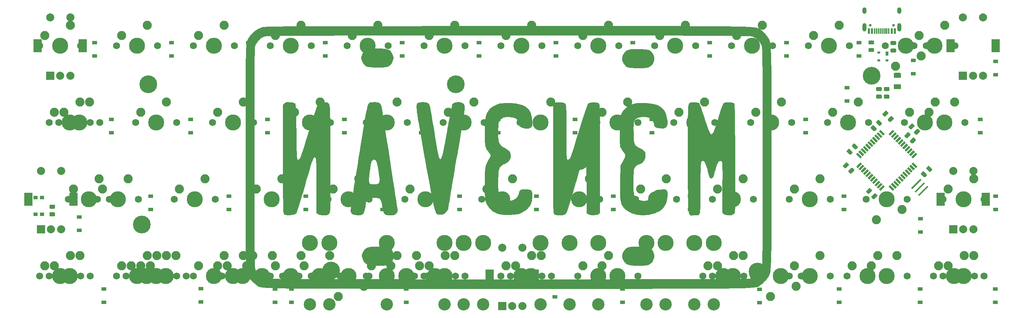
<source format=gbr>
G04 #@! TF.GenerationSoftware,KiCad,Pcbnew,(5.1.4)-1*
G04 #@! TF.CreationDate,2020-10-31T18:50:56-05:00*
G04 #@! TF.ProjectId,m3n3van,6d336e33-7661-46e2-9e6b-696361645f70,rev?*
G04 #@! TF.SameCoordinates,Original*
G04 #@! TF.FileFunction,Soldermask,Bot*
G04 #@! TF.FilePolarity,Negative*
%FSLAX46Y46*%
G04 Gerber Fmt 4.6, Leading zero omitted, Abs format (unit mm)*
G04 Created by KiCad (PCBNEW (5.1.4)-1) date 2020-10-31 18:50:56*
%MOMM*%
%LPD*%
G04 APERTURE LIST*
%ADD10C,0.010000*%
%ADD11C,0.400000*%
%ADD12C,0.100000*%
%ADD13C,2.250000*%
%ADD14C,3.987800*%
%ADD15C,1.750000*%
%ADD16R,1.000000X0.900000*%
%ADD17C,4.400000*%
%ADD18O,1.000000X1.600000*%
%ADD19O,1.000000X2.100000*%
%ADD20C,0.650000*%
%ADD21R,0.300000X1.450000*%
%ADD22R,0.600000X1.450000*%
%ADD23C,0.550000*%
%ADD24R,0.700000X1.000000*%
%ADD25R,0.700000X0.600000*%
%ADD26C,0.975000*%
%ADD27C,1.250000*%
%ADD28C,2.000000*%
%ADD29R,2.000000X3.200000*%
%ADD30R,2.000000X2.000000*%
%ADD31R,1.200000X0.900000*%
%ADD32C,3.048000*%
G04 APERTURE END LIST*
D10*
G36*
X342800570Y-239428764D02*
G01*
X343671950Y-239334552D01*
X344318979Y-239155883D01*
X344790447Y-238875046D01*
X345135142Y-238474331D01*
X345321436Y-238125614D01*
X345560638Y-237503168D01*
X345614370Y-236998828D01*
X345482633Y-236463037D01*
X345321436Y-236079360D01*
X345034921Y-235587330D01*
X344654698Y-235227183D01*
X344131980Y-234981207D01*
X343417977Y-234831690D01*
X342463900Y-234760921D01*
X341656051Y-234748741D01*
X340744021Y-234759128D01*
X340080033Y-234796425D01*
X339586974Y-234869840D01*
X339187726Y-234988581D01*
X339004719Y-235065308D01*
X338456002Y-235400115D01*
X338091822Y-235874062D01*
X337990667Y-236079360D01*
X337798221Y-236570903D01*
X337685940Y-236988320D01*
X337674101Y-237102487D01*
X337739748Y-237445089D01*
X337905041Y-237924776D01*
X337990667Y-238125614D01*
X338277182Y-238617644D01*
X338657405Y-238977791D01*
X339180123Y-239223768D01*
X339894126Y-239373284D01*
X340848203Y-239444053D01*
X341656051Y-239456233D01*
X342800570Y-239428764D01*
X342800570Y-239428764D01*
G37*
X342800570Y-239428764D02*
X343671950Y-239334552D01*
X344318979Y-239155883D01*
X344790447Y-238875046D01*
X345135142Y-238474331D01*
X345321436Y-238125614D01*
X345560638Y-237503168D01*
X345614370Y-236998828D01*
X345482633Y-236463037D01*
X345321436Y-236079360D01*
X345034921Y-235587330D01*
X344654698Y-235227183D01*
X344131980Y-234981207D01*
X343417977Y-234831690D01*
X342463900Y-234760921D01*
X341656051Y-234748741D01*
X340744021Y-234759128D01*
X340080033Y-234796425D01*
X339586974Y-234869840D01*
X339187726Y-234988581D01*
X339004719Y-235065308D01*
X338456002Y-235400115D01*
X338091822Y-235874062D01*
X337990667Y-236079360D01*
X337798221Y-236570903D01*
X337685940Y-236988320D01*
X337674101Y-237102487D01*
X337739748Y-237445089D01*
X337905041Y-237924776D01*
X337990667Y-238125614D01*
X338277182Y-238617644D01*
X338657405Y-238977791D01*
X339180123Y-239223768D01*
X339894126Y-239373284D01*
X340848203Y-239444053D01*
X341656051Y-239456233D01*
X342800570Y-239428764D01*
G36*
X278323647Y-239428764D02*
G01*
X279195027Y-239334552D01*
X279842056Y-239155883D01*
X280313524Y-238875046D01*
X280658219Y-238474331D01*
X280844513Y-238125614D01*
X281083715Y-237503168D01*
X281137447Y-236998828D01*
X281005710Y-236463037D01*
X280844513Y-236079360D01*
X280557997Y-235587330D01*
X280177775Y-235227183D01*
X279655057Y-234981207D01*
X278941054Y-234831690D01*
X277986977Y-234760921D01*
X277179128Y-234748741D01*
X276267097Y-234759128D01*
X275603110Y-234796425D01*
X275110051Y-234869840D01*
X274710803Y-234988581D01*
X274527796Y-235065308D01*
X273979078Y-235400115D01*
X273614899Y-235874062D01*
X273513744Y-236079360D01*
X273321298Y-236570903D01*
X273209017Y-236988320D01*
X273197177Y-237102487D01*
X273262825Y-237445089D01*
X273428118Y-237924776D01*
X273513744Y-238125614D01*
X273800259Y-238617644D01*
X274180481Y-238977791D01*
X274703200Y-239223768D01*
X275417203Y-239373284D01*
X276371280Y-239444053D01*
X277179128Y-239456233D01*
X278323647Y-239428764D01*
X278323647Y-239428764D01*
G37*
X278323647Y-239428764D02*
X279195027Y-239334552D01*
X279842056Y-239155883D01*
X280313524Y-238875046D01*
X280658219Y-238474331D01*
X280844513Y-238125614D01*
X281083715Y-237503168D01*
X281137447Y-236998828D01*
X281005710Y-236463037D01*
X280844513Y-236079360D01*
X280557997Y-235587330D01*
X280177775Y-235227183D01*
X279655057Y-234981207D01*
X278941054Y-234831690D01*
X277986977Y-234760921D01*
X277179128Y-234748741D01*
X276267097Y-234759128D01*
X275603110Y-234796425D01*
X275110051Y-234869840D01*
X274710803Y-234988581D01*
X274527796Y-235065308D01*
X273979078Y-235400115D01*
X273614899Y-235874062D01*
X273513744Y-236079360D01*
X273321298Y-236570903D01*
X273209017Y-236988320D01*
X273197177Y-237102487D01*
X273262825Y-237445089D01*
X273428118Y-237924776D01*
X273513744Y-238125614D01*
X273800259Y-238617644D01*
X274180481Y-238977791D01*
X274703200Y-239223768D01*
X275417203Y-239373284D01*
X276371280Y-239444053D01*
X277179128Y-239456233D01*
X278323647Y-239428764D01*
G36*
X344215303Y-226810512D02*
G01*
X344443011Y-226774394D01*
X345823720Y-226428008D01*
X346935244Y-225907167D01*
X347787199Y-225205670D01*
X348389205Y-224317320D01*
X348446931Y-224193790D01*
X348648296Y-223590273D01*
X348791760Y-222864670D01*
X348867744Y-222120076D01*
X348866665Y-221459588D01*
X348778944Y-220986302D01*
X348750763Y-220924304D01*
X348628898Y-220745504D01*
X348449907Y-220642173D01*
X348137555Y-220598470D01*
X347615608Y-220598551D01*
X347240642Y-220610474D01*
X346578626Y-220637059D01*
X346154830Y-220699352D01*
X345884941Y-220858065D01*
X345684649Y-221173906D01*
X345469639Y-221707588D01*
X345377103Y-221952344D01*
X344995456Y-222657759D01*
X344457428Y-223116277D01*
X343718210Y-223356081D01*
X343061369Y-223408845D01*
X342103080Y-223297887D01*
X341350875Y-222935435D01*
X340802668Y-222320410D01*
X340738248Y-222206951D01*
X340628389Y-221964846D01*
X340548275Y-221675548D01*
X340493401Y-221286325D01*
X340459259Y-220744447D01*
X340441343Y-219997181D01*
X340435146Y-218991797D01*
X340434898Y-218657519D01*
X340440569Y-217452683D01*
X340467380Y-216527378D01*
X340530029Y-215835557D01*
X340643212Y-215331173D01*
X340821629Y-214968179D01*
X341079975Y-214700529D01*
X341432949Y-214482175D01*
X341826619Y-214297283D01*
X342537974Y-213950184D01*
X342991927Y-213617736D01*
X343243912Y-213224159D01*
X343349358Y-212693671D01*
X343365667Y-212193259D01*
X343357545Y-211619789D01*
X343304575Y-211271513D01*
X343163846Y-211047992D01*
X342892450Y-210848785D01*
X342755090Y-210764042D01*
X342245365Y-210464321D01*
X341758130Y-210195770D01*
X341671871Y-210151155D01*
X341262769Y-209913371D01*
X340961294Y-209640423D01*
X340749824Y-209279704D01*
X340610739Y-208778606D01*
X340526419Y-208084521D01*
X340479243Y-207144840D01*
X340463584Y-206543671D01*
X340449884Y-205430316D01*
X340471243Y-204590814D01*
X340539524Y-203974208D01*
X340666591Y-203529536D01*
X340864308Y-203205840D01*
X341144537Y-202952159D01*
X341328081Y-202830209D01*
X341929332Y-202600386D01*
X342702529Y-202494855D01*
X343518474Y-202513991D01*
X344247969Y-202658168D01*
X344617134Y-202820665D01*
X345075556Y-203168726D01*
X345360424Y-203595070D01*
X345542984Y-204213677D01*
X345568240Y-204342269D01*
X345694341Y-204773973D01*
X345924509Y-205051523D01*
X346332807Y-205227786D01*
X346986338Y-205354592D01*
X347786990Y-205401680D01*
X348354113Y-205251130D01*
X348707598Y-204880887D01*
X348867337Y-204268895D01*
X348853222Y-203393102D01*
X348843567Y-203295433D01*
X348587766Y-202056204D01*
X348099566Y-201042707D01*
X347372932Y-200246576D01*
X346401827Y-199659445D01*
X346143633Y-199553231D01*
X345431326Y-199361572D01*
X344501182Y-199223358D01*
X343457348Y-199143374D01*
X342403973Y-199126403D01*
X341445204Y-199177230D01*
X340685188Y-199300639D01*
X340679128Y-199302208D01*
X339749247Y-199605904D01*
X339025934Y-200004306D01*
X338391223Y-200565292D01*
X338285736Y-200679399D01*
X337908725Y-201141872D01*
X337619156Y-201623518D01*
X337406123Y-202174851D01*
X337258722Y-202846387D01*
X337166048Y-203688639D01*
X337117193Y-204752122D01*
X337101254Y-206087351D01*
X337101120Y-206166590D01*
X337106684Y-207183206D01*
X337124602Y-208128107D01*
X337152675Y-208937025D01*
X337188699Y-209545691D01*
X337228314Y-209880049D01*
X337436248Y-210407427D01*
X337797481Y-210953873D01*
X337920301Y-211094419D01*
X338301684Y-211588717D01*
X338455554Y-212069613D01*
X338380522Y-212607462D01*
X338075200Y-213272620D01*
X337870474Y-213619008D01*
X337259898Y-214607688D01*
X337208996Y-218736358D01*
X337196188Y-220228679D01*
X337203205Y-221436909D01*
X337237252Y-222402350D01*
X337305533Y-223166308D01*
X337415252Y-223770088D01*
X337573613Y-224254993D01*
X337787821Y-224662327D01*
X338065080Y-225033396D01*
X338364272Y-225359984D01*
X339199603Y-226005402D01*
X340263358Y-226487354D01*
X341494550Y-226791650D01*
X342832194Y-226904100D01*
X344215303Y-226810512D01*
X344215303Y-226810512D01*
G37*
X344215303Y-226810512D02*
X344443011Y-226774394D01*
X345823720Y-226428008D01*
X346935244Y-225907167D01*
X347787199Y-225205670D01*
X348389205Y-224317320D01*
X348446931Y-224193790D01*
X348648296Y-223590273D01*
X348791760Y-222864670D01*
X348867744Y-222120076D01*
X348866665Y-221459588D01*
X348778944Y-220986302D01*
X348750763Y-220924304D01*
X348628898Y-220745504D01*
X348449907Y-220642173D01*
X348137555Y-220598470D01*
X347615608Y-220598551D01*
X347240642Y-220610474D01*
X346578626Y-220637059D01*
X346154830Y-220699352D01*
X345884941Y-220858065D01*
X345684649Y-221173906D01*
X345469639Y-221707588D01*
X345377103Y-221952344D01*
X344995456Y-222657759D01*
X344457428Y-223116277D01*
X343718210Y-223356081D01*
X343061369Y-223408845D01*
X342103080Y-223297887D01*
X341350875Y-222935435D01*
X340802668Y-222320410D01*
X340738248Y-222206951D01*
X340628389Y-221964846D01*
X340548275Y-221675548D01*
X340493401Y-221286325D01*
X340459259Y-220744447D01*
X340441343Y-219997181D01*
X340435146Y-218991797D01*
X340434898Y-218657519D01*
X340440569Y-217452683D01*
X340467380Y-216527378D01*
X340530029Y-215835557D01*
X340643212Y-215331173D01*
X340821629Y-214968179D01*
X341079975Y-214700529D01*
X341432949Y-214482175D01*
X341826619Y-214297283D01*
X342537974Y-213950184D01*
X342991927Y-213617736D01*
X343243912Y-213224159D01*
X343349358Y-212693671D01*
X343365667Y-212193259D01*
X343357545Y-211619789D01*
X343304575Y-211271513D01*
X343163846Y-211047992D01*
X342892450Y-210848785D01*
X342755090Y-210764042D01*
X342245365Y-210464321D01*
X341758130Y-210195770D01*
X341671871Y-210151155D01*
X341262769Y-209913371D01*
X340961294Y-209640423D01*
X340749824Y-209279704D01*
X340610739Y-208778606D01*
X340526419Y-208084521D01*
X340479243Y-207144840D01*
X340463584Y-206543671D01*
X340449884Y-205430316D01*
X340471243Y-204590814D01*
X340539524Y-203974208D01*
X340666591Y-203529536D01*
X340864308Y-203205840D01*
X341144537Y-202952159D01*
X341328081Y-202830209D01*
X341929332Y-202600386D01*
X342702529Y-202494855D01*
X343518474Y-202513991D01*
X344247969Y-202658168D01*
X344617134Y-202820665D01*
X345075556Y-203168726D01*
X345360424Y-203595070D01*
X345542984Y-204213677D01*
X345568240Y-204342269D01*
X345694341Y-204773973D01*
X345924509Y-205051523D01*
X346332807Y-205227786D01*
X346986338Y-205354592D01*
X347786990Y-205401680D01*
X348354113Y-205251130D01*
X348707598Y-204880887D01*
X348867337Y-204268895D01*
X348853222Y-203393102D01*
X348843567Y-203295433D01*
X348587766Y-202056204D01*
X348099566Y-201042707D01*
X347372932Y-200246576D01*
X346401827Y-199659445D01*
X346143633Y-199553231D01*
X345431326Y-199361572D01*
X344501182Y-199223358D01*
X343457348Y-199143374D01*
X342403973Y-199126403D01*
X341445204Y-199177230D01*
X340685188Y-199300639D01*
X340679128Y-199302208D01*
X339749247Y-199605904D01*
X339025934Y-200004306D01*
X338391223Y-200565292D01*
X338285736Y-200679399D01*
X337908725Y-201141872D01*
X337619156Y-201623518D01*
X337406123Y-202174851D01*
X337258722Y-202846387D01*
X337166048Y-203688639D01*
X337117193Y-204752122D01*
X337101254Y-206087351D01*
X337101120Y-206166590D01*
X337106684Y-207183206D01*
X337124602Y-208128107D01*
X337152675Y-208937025D01*
X337188699Y-209545691D01*
X337228314Y-209880049D01*
X337436248Y-210407427D01*
X337797481Y-210953873D01*
X337920301Y-211094419D01*
X338301684Y-211588717D01*
X338455554Y-212069613D01*
X338380522Y-212607462D01*
X338075200Y-213272620D01*
X337870474Y-213619008D01*
X337259898Y-214607688D01*
X337208996Y-218736358D01*
X337196188Y-220228679D01*
X337203205Y-221436909D01*
X337237252Y-222402350D01*
X337305533Y-223166308D01*
X337415252Y-223770088D01*
X337573613Y-224254993D01*
X337787821Y-224662327D01*
X338065080Y-225033396D01*
X338364272Y-225359984D01*
X339199603Y-226005402D01*
X340263358Y-226487354D01*
X341494550Y-226791650D01*
X342832194Y-226904100D01*
X344215303Y-226810512D01*
G36*
X310898959Y-226770130D02*
G01*
X311827680Y-226628714D01*
X312134016Y-226550053D01*
X313186602Y-226098538D01*
X314089322Y-225444497D01*
X314766013Y-224645634D01*
X314862346Y-224482964D01*
X315095367Y-223966264D01*
X315239363Y-223374991D01*
X315320105Y-222595318D01*
X315330492Y-222415151D01*
X315356868Y-221621449D01*
X315304686Y-221096542D01*
X315126026Y-220785028D01*
X314772970Y-220631505D01*
X314197597Y-220580571D01*
X313739910Y-220576205D01*
X313035193Y-220595443D01*
X312582165Y-220688439D01*
X312307543Y-220908117D01*
X312138043Y-221307401D01*
X312024290Y-221815181D01*
X311750022Y-222443145D01*
X311243551Y-222931100D01*
X310573938Y-223262654D01*
X309810244Y-223421418D01*
X309021530Y-223391002D01*
X308276857Y-223155017D01*
X307777168Y-222823124D01*
X307462267Y-222482883D01*
X307226278Y-222059376D01*
X307061064Y-221507896D01*
X306958490Y-220783737D01*
X306910420Y-219842192D01*
X306908718Y-218638557D01*
X306918502Y-218104722D01*
X306951525Y-217005563D01*
X307009509Y-216178465D01*
X307114439Y-215569866D01*
X307288299Y-215126199D01*
X307553072Y-214793899D01*
X307930743Y-214519403D01*
X308443296Y-214249145D01*
X308515189Y-214214320D01*
X309230524Y-213815963D01*
X309679077Y-213408059D01*
X309913629Y-212918440D01*
X309986963Y-212274939D01*
X309987462Y-212201293D01*
X309937254Y-211613021D01*
X309749703Y-211169886D01*
X309369414Y-210797900D01*
X308740996Y-210423074D01*
X308603487Y-210352733D01*
X307762691Y-209789397D01*
X307219894Y-209096368D01*
X307052804Y-208676750D01*
X306964881Y-208173890D01*
X306911289Y-207459410D01*
X306890697Y-206620555D01*
X306901778Y-205744572D01*
X306943200Y-204918707D01*
X307013634Y-204230207D01*
X307111751Y-203766316D01*
X307128305Y-203722618D01*
X307539147Y-203106352D01*
X308172796Y-202708280D01*
X309043183Y-202521162D01*
X309474393Y-202503737D01*
X310481579Y-202603773D01*
X311262580Y-202896465D01*
X311798881Y-203368717D01*
X312071969Y-204007434D01*
X312104128Y-204363725D01*
X312256509Y-204803888D01*
X312707000Y-205132252D01*
X313445626Y-205342491D01*
X313706629Y-205379794D01*
X314313901Y-205410835D01*
X314745362Y-205316023D01*
X314967514Y-205195448D01*
X315174478Y-205045026D01*
X315297460Y-204875816D01*
X315352855Y-204610798D01*
X315357056Y-204172949D01*
X315327430Y-203504464D01*
X315193624Y-202335622D01*
X314904254Y-201414052D01*
X314428139Y-200686079D01*
X313734102Y-200098025D01*
X313157296Y-199768376D01*
X312303056Y-199454352D01*
X311230840Y-199233146D01*
X310037221Y-199113308D01*
X308818769Y-199103384D01*
X307672058Y-199211922D01*
X307404712Y-199259196D01*
X306554102Y-199529108D01*
X305709651Y-199971947D01*
X304985928Y-200518249D01*
X304577723Y-200973231D01*
X304263426Y-201496008D01*
X304023357Y-202084227D01*
X303849182Y-202786892D01*
X303732568Y-203653006D01*
X303665180Y-204731573D01*
X303638687Y-206071596D01*
X303637462Y-206502143D01*
X303644595Y-207714114D01*
X303672922Y-208653336D01*
X303732834Y-209372524D01*
X303834724Y-209924388D01*
X303988982Y-210361644D01*
X304206001Y-210737004D01*
X304496171Y-211103181D01*
X304558401Y-211173790D01*
X304877688Y-211597430D01*
X305073580Y-211983164D01*
X305102846Y-212126171D01*
X305020080Y-212437161D01*
X304804228Y-212910236D01*
X304534965Y-213387561D01*
X304250305Y-213894299D01*
X304029395Y-214413477D01*
X303865794Y-214992484D01*
X303753058Y-215678714D01*
X303684744Y-216519558D01*
X303654409Y-217562406D01*
X303655610Y-218854650D01*
X303668621Y-219759968D01*
X303691514Y-220931369D01*
X303716832Y-221828717D01*
X303749836Y-222503583D01*
X303795786Y-223007543D01*
X303859943Y-223392169D01*
X303947568Y-223709037D01*
X304063921Y-224009720D01*
X304113743Y-224123686D01*
X304705666Y-225074121D01*
X305533715Y-225865721D01*
X306521517Y-226431215D01*
X306879679Y-226559866D01*
X307699131Y-226729253D01*
X308719171Y-226820616D01*
X309824285Y-226834170D01*
X310898959Y-226770130D01*
X310898959Y-226770130D01*
G37*
X310898959Y-226770130D02*
X311827680Y-226628714D01*
X312134016Y-226550053D01*
X313186602Y-226098538D01*
X314089322Y-225444497D01*
X314766013Y-224645634D01*
X314862346Y-224482964D01*
X315095367Y-223966264D01*
X315239363Y-223374991D01*
X315320105Y-222595318D01*
X315330492Y-222415151D01*
X315356868Y-221621449D01*
X315304686Y-221096542D01*
X315126026Y-220785028D01*
X314772970Y-220631505D01*
X314197597Y-220580571D01*
X313739910Y-220576205D01*
X313035193Y-220595443D01*
X312582165Y-220688439D01*
X312307543Y-220908117D01*
X312138043Y-221307401D01*
X312024290Y-221815181D01*
X311750022Y-222443145D01*
X311243551Y-222931100D01*
X310573938Y-223262654D01*
X309810244Y-223421418D01*
X309021530Y-223391002D01*
X308276857Y-223155017D01*
X307777168Y-222823124D01*
X307462267Y-222482883D01*
X307226278Y-222059376D01*
X307061064Y-221507896D01*
X306958490Y-220783737D01*
X306910420Y-219842192D01*
X306908718Y-218638557D01*
X306918502Y-218104722D01*
X306951525Y-217005563D01*
X307009509Y-216178465D01*
X307114439Y-215569866D01*
X307288299Y-215126199D01*
X307553072Y-214793899D01*
X307930743Y-214519403D01*
X308443296Y-214249145D01*
X308515189Y-214214320D01*
X309230524Y-213815963D01*
X309679077Y-213408059D01*
X309913629Y-212918440D01*
X309986963Y-212274939D01*
X309987462Y-212201293D01*
X309937254Y-211613021D01*
X309749703Y-211169886D01*
X309369414Y-210797900D01*
X308740996Y-210423074D01*
X308603487Y-210352733D01*
X307762691Y-209789397D01*
X307219894Y-209096368D01*
X307052804Y-208676750D01*
X306964881Y-208173890D01*
X306911289Y-207459410D01*
X306890697Y-206620555D01*
X306901778Y-205744572D01*
X306943200Y-204918707D01*
X307013634Y-204230207D01*
X307111751Y-203766316D01*
X307128305Y-203722618D01*
X307539147Y-203106352D01*
X308172796Y-202708280D01*
X309043183Y-202521162D01*
X309474393Y-202503737D01*
X310481579Y-202603773D01*
X311262580Y-202896465D01*
X311798881Y-203368717D01*
X312071969Y-204007434D01*
X312104128Y-204363725D01*
X312256509Y-204803888D01*
X312707000Y-205132252D01*
X313445626Y-205342491D01*
X313706629Y-205379794D01*
X314313901Y-205410835D01*
X314745362Y-205316023D01*
X314967514Y-205195448D01*
X315174478Y-205045026D01*
X315297460Y-204875816D01*
X315352855Y-204610798D01*
X315357056Y-204172949D01*
X315327430Y-203504464D01*
X315193624Y-202335622D01*
X314904254Y-201414052D01*
X314428139Y-200686079D01*
X313734102Y-200098025D01*
X313157296Y-199768376D01*
X312303056Y-199454352D01*
X311230840Y-199233146D01*
X310037221Y-199113308D01*
X308818769Y-199103384D01*
X307672058Y-199211922D01*
X307404712Y-199259196D01*
X306554102Y-199529108D01*
X305709651Y-199971947D01*
X304985928Y-200518249D01*
X304577723Y-200973231D01*
X304263426Y-201496008D01*
X304023357Y-202084227D01*
X303849182Y-202786892D01*
X303732568Y-203653006D01*
X303665180Y-204731573D01*
X303638687Y-206071596D01*
X303637462Y-206502143D01*
X303644595Y-207714114D01*
X303672922Y-208653336D01*
X303732834Y-209372524D01*
X303834724Y-209924388D01*
X303988982Y-210361644D01*
X304206001Y-210737004D01*
X304496171Y-211103181D01*
X304558401Y-211173790D01*
X304877688Y-211597430D01*
X305073580Y-211983164D01*
X305102846Y-212126171D01*
X305020080Y-212437161D01*
X304804228Y-212910236D01*
X304534965Y-213387561D01*
X304250305Y-213894299D01*
X304029395Y-214413477D01*
X303865794Y-214992484D01*
X303753058Y-215678714D01*
X303684744Y-216519558D01*
X303654409Y-217562406D01*
X303655610Y-218854650D01*
X303668621Y-219759968D01*
X303691514Y-220931369D01*
X303716832Y-221828717D01*
X303749836Y-222503583D01*
X303795786Y-223007543D01*
X303859943Y-223392169D01*
X303947568Y-223709037D01*
X304063921Y-224009720D01*
X304113743Y-224123686D01*
X304705666Y-225074121D01*
X305533715Y-225865721D01*
X306521517Y-226431215D01*
X306879679Y-226559866D01*
X307699131Y-226729253D01*
X308719171Y-226820616D01*
X309824285Y-226834170D01*
X310898959Y-226770130D01*
G36*
X355225579Y-226943632D02*
G01*
X355493088Y-226927827D01*
X355596695Y-226926205D01*
X355950862Y-226930379D01*
X356242102Y-226923624D01*
X356476548Y-226877027D01*
X356660332Y-226761673D01*
X356799585Y-226548650D01*
X356900440Y-226209044D01*
X356969030Y-225713940D01*
X357011486Y-225034425D01*
X357033941Y-224141585D01*
X357042526Y-223006506D01*
X357043374Y-221600276D01*
X357042590Y-220108678D01*
X357043415Y-218457707D01*
X357047911Y-217103076D01*
X357059111Y-216015485D01*
X357080046Y-215165633D01*
X357113749Y-214524219D01*
X357163252Y-214061944D01*
X357231587Y-213749507D01*
X357321787Y-213557607D01*
X357436883Y-213456944D01*
X357579908Y-213418217D01*
X357735591Y-213412103D01*
X358011865Y-213568958D01*
X358297220Y-214017455D01*
X358576629Y-214724484D01*
X358835064Y-215656939D01*
X358912407Y-216004783D01*
X359111834Y-216848698D01*
X359300553Y-217405598D01*
X359495241Y-217712957D01*
X359712571Y-217808248D01*
X359714920Y-217808256D01*
X359933069Y-217749592D01*
X360120472Y-217541299D01*
X360301711Y-217134925D01*
X360501371Y-216482020D01*
X360623631Y-216017231D01*
X360904559Y-215003418D01*
X361163276Y-214276433D01*
X361416794Y-213799832D01*
X361682128Y-213537172D01*
X361808395Y-213479544D01*
X362008266Y-213428766D01*
X362171828Y-213434173D01*
X362302291Y-213523760D01*
X362402864Y-213725526D01*
X362476757Y-214067466D01*
X362527180Y-214577577D01*
X362557342Y-215283856D01*
X362570453Y-216214300D01*
X362569724Y-217396906D01*
X362558363Y-218859670D01*
X362547330Y-219924923D01*
X362534060Y-221297271D01*
X362524754Y-222576499D01*
X362519462Y-223723694D01*
X362518235Y-224699942D01*
X362521123Y-225466330D01*
X362528179Y-225983944D01*
X362539112Y-226211911D01*
X362756353Y-226575225D01*
X363252618Y-226815754D01*
X364000891Y-226921976D01*
X364214354Y-226926205D01*
X364827947Y-226874058D01*
X365233900Y-226697539D01*
X365349208Y-226597792D01*
X365407954Y-226533715D01*
X365459157Y-226452667D01*
X365503258Y-226333428D01*
X365540696Y-226154780D01*
X365571910Y-225895504D01*
X365597340Y-225534381D01*
X365617427Y-225050193D01*
X365632609Y-224421720D01*
X365643326Y-223627745D01*
X365650019Y-222647048D01*
X365653126Y-221458410D01*
X365653088Y-220040613D01*
X365650344Y-218372439D01*
X365645334Y-216432668D01*
X365638497Y-214200081D01*
X365634144Y-212847556D01*
X365624808Y-210307883D01*
X365614102Y-208077644D01*
X365601737Y-206140630D01*
X365587426Y-204480637D01*
X365570883Y-203081456D01*
X365551820Y-201926883D01*
X365529950Y-201000711D01*
X365504987Y-200286733D01*
X365476642Y-199768742D01*
X365444630Y-199430533D01*
X365408662Y-199255898D01*
X365392871Y-199227981D01*
X365092779Y-199088771D01*
X364587749Y-198993237D01*
X363996663Y-198950634D01*
X363438399Y-198970218D01*
X363066949Y-199046891D01*
X362929005Y-199123031D01*
X362796859Y-199267051D01*
X362655289Y-199516717D01*
X362489071Y-199909796D01*
X362282984Y-200484052D01*
X362021803Y-201277252D01*
X361690305Y-202327160D01*
X361506418Y-202918308D01*
X361059053Y-204340990D01*
X360684492Y-205451553D01*
X360364707Y-206250591D01*
X360081669Y-206738700D01*
X359817350Y-206916478D01*
X359553721Y-206784519D01*
X359272752Y-206343419D01*
X358956416Y-205593775D01*
X358586684Y-204536183D01*
X358145527Y-203171238D01*
X358100923Y-203030880D01*
X357765307Y-201992709D01*
X357449197Y-201049522D01*
X357169474Y-200248984D01*
X356943016Y-199638757D01*
X356786704Y-199266503D01*
X356737717Y-199181578D01*
X356447063Y-199036033D01*
X355946013Y-198950604D01*
X355345550Y-198932887D01*
X354756657Y-198990481D01*
X354562805Y-199032692D01*
X354334131Y-199233243D01*
X354139056Y-199643017D01*
X354112186Y-199733823D01*
X354076784Y-200037798D01*
X354046770Y-200665678D01*
X354022160Y-201615771D01*
X354002970Y-202886384D01*
X353989214Y-204475827D01*
X353980908Y-206382407D01*
X353978068Y-208604432D01*
X353980709Y-211140211D01*
X353986842Y-213412589D01*
X353993686Y-215833912D01*
X353998606Y-217950010D01*
X354004031Y-219781271D01*
X354012390Y-221348081D01*
X354026111Y-222670828D01*
X354047624Y-223769899D01*
X354079356Y-224665682D01*
X354123738Y-225378564D01*
X354183196Y-225928931D01*
X354260160Y-226337171D01*
X354357059Y-226623672D01*
X354476322Y-226808820D01*
X354620376Y-226913003D01*
X354791651Y-226956608D01*
X354992576Y-226960022D01*
X355225579Y-226943632D01*
X355225579Y-226943632D01*
G37*
X355225579Y-226943632D02*
X355493088Y-226927827D01*
X355596695Y-226926205D01*
X355950862Y-226930379D01*
X356242102Y-226923624D01*
X356476548Y-226877027D01*
X356660332Y-226761673D01*
X356799585Y-226548650D01*
X356900440Y-226209044D01*
X356969030Y-225713940D01*
X357011486Y-225034425D01*
X357033941Y-224141585D01*
X357042526Y-223006506D01*
X357043374Y-221600276D01*
X357042590Y-220108678D01*
X357043415Y-218457707D01*
X357047911Y-217103076D01*
X357059111Y-216015485D01*
X357080046Y-215165633D01*
X357113749Y-214524219D01*
X357163252Y-214061944D01*
X357231587Y-213749507D01*
X357321787Y-213557607D01*
X357436883Y-213456944D01*
X357579908Y-213418217D01*
X357735591Y-213412103D01*
X358011865Y-213568958D01*
X358297220Y-214017455D01*
X358576629Y-214724484D01*
X358835064Y-215656939D01*
X358912407Y-216004783D01*
X359111834Y-216848698D01*
X359300553Y-217405598D01*
X359495241Y-217712957D01*
X359712571Y-217808248D01*
X359714920Y-217808256D01*
X359933069Y-217749592D01*
X360120472Y-217541299D01*
X360301711Y-217134925D01*
X360501371Y-216482020D01*
X360623631Y-216017231D01*
X360904559Y-215003418D01*
X361163276Y-214276433D01*
X361416794Y-213799832D01*
X361682128Y-213537172D01*
X361808395Y-213479544D01*
X362008266Y-213428766D01*
X362171828Y-213434173D01*
X362302291Y-213523760D01*
X362402864Y-213725526D01*
X362476757Y-214067466D01*
X362527180Y-214577577D01*
X362557342Y-215283856D01*
X362570453Y-216214300D01*
X362569724Y-217396906D01*
X362558363Y-218859670D01*
X362547330Y-219924923D01*
X362534060Y-221297271D01*
X362524754Y-222576499D01*
X362519462Y-223723694D01*
X362518235Y-224699942D01*
X362521123Y-225466330D01*
X362528179Y-225983944D01*
X362539112Y-226211911D01*
X362756353Y-226575225D01*
X363252618Y-226815754D01*
X364000891Y-226921976D01*
X364214354Y-226926205D01*
X364827947Y-226874058D01*
X365233900Y-226697539D01*
X365349208Y-226597792D01*
X365407954Y-226533715D01*
X365459157Y-226452667D01*
X365503258Y-226333428D01*
X365540696Y-226154780D01*
X365571910Y-225895504D01*
X365597340Y-225534381D01*
X365617427Y-225050193D01*
X365632609Y-224421720D01*
X365643326Y-223627745D01*
X365650019Y-222647048D01*
X365653126Y-221458410D01*
X365653088Y-220040613D01*
X365650344Y-218372439D01*
X365645334Y-216432668D01*
X365638497Y-214200081D01*
X365634144Y-212847556D01*
X365624808Y-210307883D01*
X365614102Y-208077644D01*
X365601737Y-206140630D01*
X365587426Y-204480637D01*
X365570883Y-203081456D01*
X365551820Y-201926883D01*
X365529950Y-201000711D01*
X365504987Y-200286733D01*
X365476642Y-199768742D01*
X365444630Y-199430533D01*
X365408662Y-199255898D01*
X365392871Y-199227981D01*
X365092779Y-199088771D01*
X364587749Y-198993237D01*
X363996663Y-198950634D01*
X363438399Y-198970218D01*
X363066949Y-199046891D01*
X362929005Y-199123031D01*
X362796859Y-199267051D01*
X362655289Y-199516717D01*
X362489071Y-199909796D01*
X362282984Y-200484052D01*
X362021803Y-201277252D01*
X361690305Y-202327160D01*
X361506418Y-202918308D01*
X361059053Y-204340990D01*
X360684492Y-205451553D01*
X360364707Y-206250591D01*
X360081669Y-206738700D01*
X359817350Y-206916478D01*
X359553721Y-206784519D01*
X359272752Y-206343419D01*
X358956416Y-205593775D01*
X358586684Y-204536183D01*
X358145527Y-203171238D01*
X358100923Y-203030880D01*
X357765307Y-201992709D01*
X357449197Y-201049522D01*
X357169474Y-200248984D01*
X356943016Y-199638757D01*
X356786704Y-199266503D01*
X356737717Y-199181578D01*
X356447063Y-199036033D01*
X355946013Y-198950604D01*
X355345550Y-198932887D01*
X354756657Y-198990481D01*
X354562805Y-199032692D01*
X354334131Y-199233243D01*
X354139056Y-199643017D01*
X354112186Y-199733823D01*
X354076784Y-200037798D01*
X354046770Y-200665678D01*
X354022160Y-201615771D01*
X354002970Y-202886384D01*
X353989214Y-204475827D01*
X353980908Y-206382407D01*
X353978068Y-208604432D01*
X353980709Y-211140211D01*
X353986842Y-213412589D01*
X353993686Y-215833912D01*
X353998606Y-217950010D01*
X354004031Y-219781271D01*
X354012390Y-221348081D01*
X354026111Y-222670828D01*
X354047624Y-223769899D01*
X354079356Y-224665682D01*
X354123738Y-225378564D01*
X354183196Y-225928931D01*
X354260160Y-226337171D01*
X354357059Y-226623672D01*
X354476322Y-226808820D01*
X354620376Y-226913003D01*
X354791651Y-226956608D01*
X354992576Y-226960022D01*
X355225579Y-226943632D01*
G36*
X322920285Y-226872068D02*
G01*
X323399695Y-226743031D01*
X323408273Y-226739172D01*
X323532505Y-226678010D01*
X323644147Y-226598087D01*
X323752886Y-226471921D01*
X323868408Y-226272030D01*
X324000400Y-225970932D01*
X324158547Y-225541143D01*
X324352536Y-224955182D01*
X324592054Y-224185567D01*
X324886785Y-223204815D01*
X325246417Y-221985444D01*
X325680636Y-220499971D01*
X326031160Y-219297375D01*
X326424065Y-217951988D01*
X326793363Y-216693300D01*
X327128044Y-215558393D01*
X327417102Y-214584349D01*
X327649527Y-213808251D01*
X327814311Y-213267180D01*
X327900445Y-212998219D01*
X327904171Y-212988080D01*
X328134718Y-212664258D01*
X328414863Y-212637670D01*
X328667219Y-212905688D01*
X328715851Y-213015651D01*
X328754553Y-213280351D01*
X328789033Y-213841457D01*
X328818621Y-214669752D01*
X328842643Y-215736020D01*
X328860430Y-217011046D01*
X328871309Y-218465614D01*
X328874641Y-219926290D01*
X328874641Y-226419278D01*
X329236511Y-226672742D01*
X329674810Y-226842815D01*
X330324577Y-226922792D01*
X330502846Y-226926205D01*
X331187953Y-226871423D01*
X331687628Y-226721334D01*
X331769182Y-226672742D01*
X332131051Y-226419278D01*
X332131051Y-212934345D01*
X332130652Y-210514032D01*
X332129183Y-208398612D01*
X332126236Y-206567337D01*
X332121404Y-204999460D01*
X332114279Y-203674233D01*
X332104454Y-202570909D01*
X332091521Y-201668740D01*
X332075073Y-200946979D01*
X332054703Y-200384877D01*
X332030002Y-199961689D01*
X332000563Y-199656665D01*
X331965979Y-199449059D01*
X331925843Y-199318122D01*
X331879746Y-199243108D01*
X331861796Y-199225949D01*
X331501926Y-199076945D01*
X330952536Y-199003415D01*
X330331356Y-199003224D01*
X329756118Y-199074239D01*
X329344553Y-199214326D01*
X329267059Y-199272981D01*
X329157497Y-199487705D01*
X328967266Y-199976917D01*
X328709085Y-200703144D01*
X328395675Y-201628913D01*
X328039756Y-202716749D01*
X327654047Y-203929179D01*
X327305090Y-205053110D01*
X326770500Y-206794295D01*
X326322727Y-208250753D01*
X325952851Y-209449005D01*
X325651955Y-210415574D01*
X325411119Y-211176982D01*
X325221426Y-211759753D01*
X325073957Y-212190408D01*
X324959793Y-212495471D01*
X324870017Y-212701463D01*
X324795710Y-212834907D01*
X324727954Y-212922327D01*
X324657830Y-212990244D01*
X324626786Y-213018194D01*
X324304483Y-213191870D01*
X324077500Y-213192729D01*
X324015220Y-213137592D01*
X323964026Y-213005374D01*
X323922864Y-212767385D01*
X323890684Y-212394935D01*
X323866433Y-211859334D01*
X323849061Y-211131892D01*
X323837514Y-210183918D01*
X323830741Y-208986722D01*
X323827690Y-207511615D01*
X323827205Y-206365640D01*
X323825396Y-204646865D01*
X323819380Y-203226118D01*
X323808278Y-202075802D01*
X323791209Y-201168322D01*
X323767293Y-200476080D01*
X323735648Y-199971481D01*
X323695396Y-199626929D01*
X323645655Y-199414826D01*
X323602659Y-199327513D01*
X323284542Y-199119762D01*
X322759001Y-198986124D01*
X322137225Y-198933440D01*
X321530406Y-198968552D01*
X321049735Y-199098303D01*
X320937141Y-199163493D01*
X320570795Y-199428004D01*
X320570795Y-212921244D01*
X320571280Y-215351104D01*
X320572991Y-217475909D01*
X320576311Y-219316245D01*
X320581623Y-220892695D01*
X320589310Y-222225846D01*
X320599755Y-223336282D01*
X320613341Y-224244587D01*
X320630452Y-224971348D01*
X320651470Y-225537149D01*
X320676778Y-225962576D01*
X320706760Y-226268212D01*
X320741798Y-226474643D01*
X320782276Y-226602455D01*
X320826656Y-226670344D01*
X321151710Y-226822464D01*
X321683916Y-226908789D01*
X322310900Y-226926322D01*
X322920285Y-226872068D01*
X322920285Y-226872068D01*
G37*
X322920285Y-226872068D02*
X323399695Y-226743031D01*
X323408273Y-226739172D01*
X323532505Y-226678010D01*
X323644147Y-226598087D01*
X323752886Y-226471921D01*
X323868408Y-226272030D01*
X324000400Y-225970932D01*
X324158547Y-225541143D01*
X324352536Y-224955182D01*
X324592054Y-224185567D01*
X324886785Y-223204815D01*
X325246417Y-221985444D01*
X325680636Y-220499971D01*
X326031160Y-219297375D01*
X326424065Y-217951988D01*
X326793363Y-216693300D01*
X327128044Y-215558393D01*
X327417102Y-214584349D01*
X327649527Y-213808251D01*
X327814311Y-213267180D01*
X327900445Y-212998219D01*
X327904171Y-212988080D01*
X328134718Y-212664258D01*
X328414863Y-212637670D01*
X328667219Y-212905688D01*
X328715851Y-213015651D01*
X328754553Y-213280351D01*
X328789033Y-213841457D01*
X328818621Y-214669752D01*
X328842643Y-215736020D01*
X328860430Y-217011046D01*
X328871309Y-218465614D01*
X328874641Y-219926290D01*
X328874641Y-226419278D01*
X329236511Y-226672742D01*
X329674810Y-226842815D01*
X330324577Y-226922792D01*
X330502846Y-226926205D01*
X331187953Y-226871423D01*
X331687628Y-226721334D01*
X331769182Y-226672742D01*
X332131051Y-226419278D01*
X332131051Y-212934345D01*
X332130652Y-210514032D01*
X332129183Y-208398612D01*
X332126236Y-206567337D01*
X332121404Y-204999460D01*
X332114279Y-203674233D01*
X332104454Y-202570909D01*
X332091521Y-201668740D01*
X332075073Y-200946979D01*
X332054703Y-200384877D01*
X332030002Y-199961689D01*
X332000563Y-199656665D01*
X331965979Y-199449059D01*
X331925843Y-199318122D01*
X331879746Y-199243108D01*
X331861796Y-199225949D01*
X331501926Y-199076945D01*
X330952536Y-199003415D01*
X330331356Y-199003224D01*
X329756118Y-199074239D01*
X329344553Y-199214326D01*
X329267059Y-199272981D01*
X329157497Y-199487705D01*
X328967266Y-199976917D01*
X328709085Y-200703144D01*
X328395675Y-201628913D01*
X328039756Y-202716749D01*
X327654047Y-203929179D01*
X327305090Y-205053110D01*
X326770500Y-206794295D01*
X326322727Y-208250753D01*
X325952851Y-209449005D01*
X325651955Y-210415574D01*
X325411119Y-211176982D01*
X325221426Y-211759753D01*
X325073957Y-212190408D01*
X324959793Y-212495471D01*
X324870017Y-212701463D01*
X324795710Y-212834907D01*
X324727954Y-212922327D01*
X324657830Y-212990244D01*
X324626786Y-213018194D01*
X324304483Y-213191870D01*
X324077500Y-213192729D01*
X324015220Y-213137592D01*
X323964026Y-213005374D01*
X323922864Y-212767385D01*
X323890684Y-212394935D01*
X323866433Y-211859334D01*
X323849061Y-211131892D01*
X323837514Y-210183918D01*
X323830741Y-208986722D01*
X323827690Y-207511615D01*
X323827205Y-206365640D01*
X323825396Y-204646865D01*
X323819380Y-203226118D01*
X323808278Y-202075802D01*
X323791209Y-201168322D01*
X323767293Y-200476080D01*
X323735648Y-199971481D01*
X323695396Y-199626929D01*
X323645655Y-199414826D01*
X323602659Y-199327513D01*
X323284542Y-199119762D01*
X322759001Y-198986124D01*
X322137225Y-198933440D01*
X321530406Y-198968552D01*
X321049735Y-199098303D01*
X320937141Y-199163493D01*
X320570795Y-199428004D01*
X320570795Y-212921244D01*
X320571280Y-215351104D01*
X320572991Y-217475909D01*
X320576311Y-219316245D01*
X320581623Y-220892695D01*
X320589310Y-222225846D01*
X320599755Y-223336282D01*
X320613341Y-224244587D01*
X320630452Y-224971348D01*
X320651470Y-225537149D01*
X320676778Y-225962576D01*
X320706760Y-226268212D01*
X320741798Y-226474643D01*
X320782276Y-226602455D01*
X320826656Y-226670344D01*
X321151710Y-226822464D01*
X321683916Y-226908789D01*
X322310900Y-226926322D01*
X322920285Y-226872068D01*
G36*
X292469699Y-226767572D02*
G01*
X292680449Y-226763385D01*
X293197132Y-226720273D01*
X293586270Y-226543853D01*
X293965923Y-226209795D01*
X294296516Y-225811207D01*
X294494451Y-225441294D01*
X294519513Y-225314900D01*
X294546582Y-225103226D01*
X294624951Y-224596107D01*
X294750364Y-223818968D01*
X294918562Y-222797231D01*
X295125291Y-221556319D01*
X295366292Y-220121654D01*
X295637309Y-218518661D01*
X295934084Y-216772762D01*
X296252362Y-214909379D01*
X296587884Y-212953936D01*
X296639732Y-212652533D01*
X297038897Y-210328235D01*
X297384607Y-208303493D01*
X297680051Y-206557187D01*
X297928415Y-205068196D01*
X298132884Y-203815400D01*
X298296645Y-202777677D01*
X298422885Y-201933906D01*
X298514789Y-201262968D01*
X298575545Y-200743741D01*
X298608338Y-200355104D01*
X298616355Y-200075936D01*
X298602782Y-199885117D01*
X298580539Y-199787845D01*
X298326965Y-199297326D01*
X297924568Y-199023181D01*
X297304299Y-198923689D01*
X297145945Y-198921077D01*
X296377597Y-198998351D01*
X295835946Y-199219540D01*
X295580543Y-199519181D01*
X295525306Y-199741442D01*
X295420525Y-200247809D01*
X295273128Y-201001682D01*
X295090044Y-201966460D01*
X294878200Y-203105543D01*
X294644525Y-204382329D01*
X294395947Y-205760218D01*
X294341042Y-206067164D01*
X294029462Y-207792316D01*
X293762571Y-209221433D01*
X293533910Y-210380077D01*
X293337021Y-211293814D01*
X293165444Y-211988205D01*
X293012722Y-212488816D01*
X292872396Y-212821209D01*
X292738007Y-213010948D01*
X292603096Y-213083597D01*
X292567642Y-213086462D01*
X292472830Y-213058458D01*
X292381831Y-212955778D01*
X292288534Y-212750415D01*
X292186828Y-212414366D01*
X292070603Y-211919625D01*
X291933749Y-211238187D01*
X291770154Y-210342046D01*
X291573708Y-209203199D01*
X291338300Y-207793639D01*
X291111034Y-206410820D01*
X290880995Y-205018332D01*
X290660489Y-203708915D01*
X290456426Y-202521725D01*
X290275710Y-201495918D01*
X290125250Y-200670651D01*
X290011951Y-200085080D01*
X289942721Y-199778361D01*
X289938893Y-199765787D01*
X289671722Y-199294361D01*
X289364108Y-199073800D01*
X288887061Y-198968386D01*
X288282701Y-198931099D01*
X287687467Y-198960728D01*
X287237800Y-199056065D01*
X287158294Y-199093352D01*
X287031586Y-199173672D01*
X286925347Y-199269741D01*
X286842113Y-199402243D01*
X286784418Y-199591863D01*
X286754798Y-199859286D01*
X286755788Y-200225198D01*
X286789923Y-200710284D01*
X286859739Y-201335227D01*
X286967770Y-202120714D01*
X287116553Y-203087429D01*
X287308622Y-204256058D01*
X287546512Y-205647285D01*
X287832759Y-207281795D01*
X288169898Y-209180273D01*
X288560464Y-211363405D01*
X288881414Y-213152307D01*
X289312434Y-215556353D01*
X289689881Y-217660142D01*
X290019325Y-219483640D01*
X290306342Y-221046814D01*
X290556503Y-222369631D01*
X290775381Y-223472058D01*
X290968550Y-224374061D01*
X291141583Y-225095608D01*
X291300053Y-225656665D01*
X291449532Y-226077200D01*
X291595594Y-226377179D01*
X291743811Y-226576568D01*
X291899758Y-226695336D01*
X292069006Y-226753448D01*
X292257128Y-226770871D01*
X292469699Y-226767572D01*
X292469699Y-226767572D01*
G37*
X292469699Y-226767572D02*
X292680449Y-226763385D01*
X293197132Y-226720273D01*
X293586270Y-226543853D01*
X293965923Y-226209795D01*
X294296516Y-225811207D01*
X294494451Y-225441294D01*
X294519513Y-225314900D01*
X294546582Y-225103226D01*
X294624951Y-224596107D01*
X294750364Y-223818968D01*
X294918562Y-222797231D01*
X295125291Y-221556319D01*
X295366292Y-220121654D01*
X295637309Y-218518661D01*
X295934084Y-216772762D01*
X296252362Y-214909379D01*
X296587884Y-212953936D01*
X296639732Y-212652533D01*
X297038897Y-210328235D01*
X297384607Y-208303493D01*
X297680051Y-206557187D01*
X297928415Y-205068196D01*
X298132884Y-203815400D01*
X298296645Y-202777677D01*
X298422885Y-201933906D01*
X298514789Y-201262968D01*
X298575545Y-200743741D01*
X298608338Y-200355104D01*
X298616355Y-200075936D01*
X298602782Y-199885117D01*
X298580539Y-199787845D01*
X298326965Y-199297326D01*
X297924568Y-199023181D01*
X297304299Y-198923689D01*
X297145945Y-198921077D01*
X296377597Y-198998351D01*
X295835946Y-199219540D01*
X295580543Y-199519181D01*
X295525306Y-199741442D01*
X295420525Y-200247809D01*
X295273128Y-201001682D01*
X295090044Y-201966460D01*
X294878200Y-203105543D01*
X294644525Y-204382329D01*
X294395947Y-205760218D01*
X294341042Y-206067164D01*
X294029462Y-207792316D01*
X293762571Y-209221433D01*
X293533910Y-210380077D01*
X293337021Y-211293814D01*
X293165444Y-211988205D01*
X293012722Y-212488816D01*
X292872396Y-212821209D01*
X292738007Y-213010948D01*
X292603096Y-213083597D01*
X292567642Y-213086462D01*
X292472830Y-213058458D01*
X292381831Y-212955778D01*
X292288534Y-212750415D01*
X292186828Y-212414366D01*
X292070603Y-211919625D01*
X291933749Y-211238187D01*
X291770154Y-210342046D01*
X291573708Y-209203199D01*
X291338300Y-207793639D01*
X291111034Y-206410820D01*
X290880995Y-205018332D01*
X290660489Y-203708915D01*
X290456426Y-202521725D01*
X290275710Y-201495918D01*
X290125250Y-200670651D01*
X290011951Y-200085080D01*
X289942721Y-199778361D01*
X289938893Y-199765787D01*
X289671722Y-199294361D01*
X289364108Y-199073800D01*
X288887061Y-198968386D01*
X288282701Y-198931099D01*
X287687467Y-198960728D01*
X287237800Y-199056065D01*
X287158294Y-199093352D01*
X287031586Y-199173672D01*
X286925347Y-199269741D01*
X286842113Y-199402243D01*
X286784418Y-199591863D01*
X286754798Y-199859286D01*
X286755788Y-200225198D01*
X286789923Y-200710284D01*
X286859739Y-201335227D01*
X286967770Y-202120714D01*
X287116553Y-203087429D01*
X287308622Y-204256058D01*
X287546512Y-205647285D01*
X287832759Y-207281795D01*
X288169898Y-209180273D01*
X288560464Y-211363405D01*
X288881414Y-213152307D01*
X289312434Y-215556353D01*
X289689881Y-217660142D01*
X290019325Y-219483640D01*
X290306342Y-221046814D01*
X290556503Y-222369631D01*
X290775381Y-223472058D01*
X290968550Y-224374061D01*
X291141583Y-225095608D01*
X291300053Y-225656665D01*
X291449532Y-226077200D01*
X291595594Y-226377179D01*
X291743811Y-226576568D01*
X291899758Y-226695336D01*
X292069006Y-226753448D01*
X292257128Y-226770871D01*
X292469699Y-226767572D01*
G36*
X280844800Y-226908715D02*
G01*
X281245797Y-226840209D01*
X281515882Y-226696637D01*
X281650350Y-226569862D01*
X281895632Y-226179955D01*
X281982333Y-225827332D01*
X281957837Y-225609575D01*
X281887434Y-225100108D01*
X281775751Y-224328916D01*
X281627414Y-223325986D01*
X281447053Y-222121303D01*
X281239293Y-220744853D01*
X281008763Y-219226622D01*
X280760090Y-217596595D01*
X280497900Y-215884758D01*
X280226822Y-214121098D01*
X279951482Y-212335599D01*
X279676508Y-210558249D01*
X279406527Y-208819031D01*
X279146167Y-207147933D01*
X278900055Y-205574940D01*
X278672817Y-204130038D01*
X278469083Y-202843212D01*
X278293478Y-201744449D01*
X278150630Y-200863734D01*
X278045167Y-200231053D01*
X277981716Y-199876392D01*
X277968430Y-199816590D01*
X277771022Y-199364539D01*
X277455650Y-199089176D01*
X276953268Y-198953733D01*
X276286762Y-198921077D01*
X275665236Y-198938575D01*
X275268392Y-199008271D01*
X274996344Y-199155965D01*
X274852612Y-199291531D01*
X274783489Y-199390082D01*
X274710828Y-199553539D01*
X274630829Y-199802742D01*
X274539691Y-200158529D01*
X274433612Y-200641739D01*
X274308792Y-201273211D01*
X274161431Y-202073784D01*
X273987727Y-203064296D01*
X273783880Y-204265587D01*
X273546089Y-205698495D01*
X273270553Y-207383859D01*
X272953471Y-209342518D01*
X272591042Y-211595311D01*
X272463333Y-212391294D01*
X272142394Y-214399852D01*
X271836963Y-216325309D01*
X271576519Y-217979757D01*
X274900809Y-217979757D01*
X274957478Y-217215187D01*
X275064150Y-216268756D01*
X275187024Y-215294772D01*
X275284456Y-214590813D01*
X275368670Y-214103445D01*
X275451889Y-213779237D01*
X275546337Y-213564758D01*
X275664235Y-213406575D01*
X275736040Y-213331656D01*
X276102053Y-213106805D01*
X276460184Y-213199576D01*
X276670850Y-213390205D01*
X276828409Y-213702732D01*
X277003336Y-214287046D01*
X277181231Y-215090844D01*
X277264877Y-215547577D01*
X277463865Y-216842825D01*
X277562395Y-217839367D01*
X277560856Y-218548128D01*
X277459638Y-218980032D01*
X277390795Y-219078256D01*
X277125896Y-219184798D01*
X276637910Y-219254825D01*
X276165611Y-219273641D01*
X275599410Y-219263592D01*
X275270989Y-219211929D01*
X275092621Y-219086377D01*
X274976577Y-218854663D01*
X274968349Y-218833179D01*
X274904953Y-218505147D01*
X274900809Y-217979757D01*
X271576519Y-217979757D01*
X271550977Y-218142005D01*
X271288373Y-219824276D01*
X271053088Y-221346460D01*
X270849057Y-222682894D01*
X270680218Y-223807916D01*
X270550508Y-224695864D01*
X270463863Y-225321076D01*
X270424220Y-225657888D01*
X270422077Y-225697763D01*
X270510922Y-226273773D01*
X270800163Y-226653923D01*
X271323860Y-226863102D01*
X272103311Y-226926205D01*
X272792575Y-226886431D01*
X273279548Y-226734236D01*
X273608272Y-226420307D01*
X273822790Y-225895332D01*
X273967144Y-225110000D01*
X274005638Y-224796300D01*
X274148346Y-223894452D01*
X274336914Y-223257800D01*
X274466773Y-223020232D01*
X274642947Y-222818048D01*
X274853867Y-222696294D01*
X275181114Y-222634809D01*
X275706268Y-222613430D01*
X276120795Y-222611462D01*
X276792167Y-222618719D01*
X277220074Y-222654419D01*
X277486606Y-222739449D01*
X277673851Y-222894700D01*
X277785998Y-223035207D01*
X278001729Y-223495329D01*
X278192149Y-224251530D01*
X278310849Y-224975233D01*
X278440965Y-225798579D01*
X278597686Y-226350996D01*
X278833439Y-226686171D01*
X279200654Y-226857792D01*
X279751757Y-226919546D01*
X280216085Y-226926205D01*
X280844800Y-226908715D01*
X280844800Y-226908715D01*
G37*
X280844800Y-226908715D02*
X281245797Y-226840209D01*
X281515882Y-226696637D01*
X281650350Y-226569862D01*
X281895632Y-226179955D01*
X281982333Y-225827332D01*
X281957837Y-225609575D01*
X281887434Y-225100108D01*
X281775751Y-224328916D01*
X281627414Y-223325986D01*
X281447053Y-222121303D01*
X281239293Y-220744853D01*
X281008763Y-219226622D01*
X280760090Y-217596595D01*
X280497900Y-215884758D01*
X280226822Y-214121098D01*
X279951482Y-212335599D01*
X279676508Y-210558249D01*
X279406527Y-208819031D01*
X279146167Y-207147933D01*
X278900055Y-205574940D01*
X278672817Y-204130038D01*
X278469083Y-202843212D01*
X278293478Y-201744449D01*
X278150630Y-200863734D01*
X278045167Y-200231053D01*
X277981716Y-199876392D01*
X277968430Y-199816590D01*
X277771022Y-199364539D01*
X277455650Y-199089176D01*
X276953268Y-198953733D01*
X276286762Y-198921077D01*
X275665236Y-198938575D01*
X275268392Y-199008271D01*
X274996344Y-199155965D01*
X274852612Y-199291531D01*
X274783489Y-199390082D01*
X274710828Y-199553539D01*
X274630829Y-199802742D01*
X274539691Y-200158529D01*
X274433612Y-200641739D01*
X274308792Y-201273211D01*
X274161431Y-202073784D01*
X273987727Y-203064296D01*
X273783880Y-204265587D01*
X273546089Y-205698495D01*
X273270553Y-207383859D01*
X272953471Y-209342518D01*
X272591042Y-211595311D01*
X272463333Y-212391294D01*
X272142394Y-214399852D01*
X271836963Y-216325309D01*
X271576519Y-217979757D01*
X274900809Y-217979757D01*
X274957478Y-217215187D01*
X275064150Y-216268756D01*
X275187024Y-215294772D01*
X275284456Y-214590813D01*
X275368670Y-214103445D01*
X275451889Y-213779237D01*
X275546337Y-213564758D01*
X275664235Y-213406575D01*
X275736040Y-213331656D01*
X276102053Y-213106805D01*
X276460184Y-213199576D01*
X276670850Y-213390205D01*
X276828409Y-213702732D01*
X277003336Y-214287046D01*
X277181231Y-215090844D01*
X277264877Y-215547577D01*
X277463865Y-216842825D01*
X277562395Y-217839367D01*
X277560856Y-218548128D01*
X277459638Y-218980032D01*
X277390795Y-219078256D01*
X277125896Y-219184798D01*
X276637910Y-219254825D01*
X276165611Y-219273641D01*
X275599410Y-219263592D01*
X275270989Y-219211929D01*
X275092621Y-219086377D01*
X274976577Y-218854663D01*
X274968349Y-218833179D01*
X274904953Y-218505147D01*
X274900809Y-217979757D01*
X271576519Y-217979757D01*
X271550977Y-218142005D01*
X271288373Y-219824276D01*
X271053088Y-221346460D01*
X270849057Y-222682894D01*
X270680218Y-223807916D01*
X270550508Y-224695864D01*
X270463863Y-225321076D01*
X270424220Y-225657888D01*
X270422077Y-225697763D01*
X270510922Y-226273773D01*
X270800163Y-226653923D01*
X271323860Y-226863102D01*
X272103311Y-226926205D01*
X272792575Y-226886431D01*
X273279548Y-226734236D01*
X273608272Y-226420307D01*
X273822790Y-225895332D01*
X273967144Y-225110000D01*
X274005638Y-224796300D01*
X274148346Y-223894452D01*
X274336914Y-223257800D01*
X274466773Y-223020232D01*
X274642947Y-222818048D01*
X274853867Y-222696294D01*
X275181114Y-222634809D01*
X275706268Y-222613430D01*
X276120795Y-222611462D01*
X276792167Y-222618719D01*
X277220074Y-222654419D01*
X277486606Y-222739449D01*
X277673851Y-222894700D01*
X277785998Y-223035207D01*
X278001729Y-223495329D01*
X278192149Y-224251530D01*
X278310849Y-224975233D01*
X278440965Y-225798579D01*
X278597686Y-226350996D01*
X278833439Y-226686171D01*
X279200654Y-226857792D01*
X279751757Y-226919546D01*
X280216085Y-226926205D01*
X280844800Y-226908715D01*
G36*
X255999331Y-226862599D02*
G01*
X256610640Y-226663317D01*
X256989266Y-226315662D01*
X257045640Y-226216233D01*
X257128918Y-225985031D01*
X257290915Y-225477519D01*
X257520579Y-224730410D01*
X257806856Y-223780417D01*
X258138691Y-222664253D01*
X258505033Y-221418629D01*
X258894827Y-220080260D01*
X258939828Y-219924923D01*
X259335895Y-218561713D01*
X259713014Y-217272602D01*
X260059480Y-216096947D01*
X260363588Y-215074105D01*
X260613631Y-214243432D01*
X260797905Y-213644285D01*
X260904704Y-213316021D01*
X260908925Y-213304343D01*
X261161515Y-212778061D01*
X261415643Y-212539251D01*
X261648268Y-212599537D01*
X261797802Y-212855940D01*
X261835541Y-213117599D01*
X261869336Y-213674831D01*
X261898507Y-214497582D01*
X261922378Y-215555801D01*
X261940270Y-216819436D01*
X261951507Y-218258433D01*
X261955410Y-219842740D01*
X261955410Y-226419278D01*
X262317280Y-226672742D01*
X262735171Y-226838327D01*
X263329130Y-226920221D01*
X263497729Y-226923982D01*
X264227357Y-226897608D01*
X264703421Y-226801873D01*
X264995857Y-226604688D01*
X265174602Y-226273967D01*
X265219396Y-226134058D01*
X265255396Y-225852704D01*
X265285742Y-225273251D01*
X265310467Y-224392263D01*
X265329600Y-223206307D01*
X265343175Y-221711948D01*
X265351221Y-219905752D01*
X265353770Y-217784284D01*
X265350853Y-215344111D01*
X265342501Y-212581798D01*
X265342430Y-212563051D01*
X265334475Y-210137949D01*
X265328524Y-208018090D01*
X265322059Y-206183111D01*
X265312559Y-204612645D01*
X265297507Y-203286327D01*
X265274382Y-202183792D01*
X265240666Y-201284674D01*
X265193839Y-200568609D01*
X265131383Y-200015230D01*
X265050778Y-199604172D01*
X264949505Y-199315070D01*
X264825045Y-199127559D01*
X264674879Y-199021273D01*
X264496487Y-198975847D01*
X264287351Y-198970915D01*
X264044951Y-198986112D01*
X263766769Y-199001073D01*
X263665026Y-199002487D01*
X262947871Y-199040115D01*
X262503483Y-199158810D01*
X262365073Y-199255737D01*
X262263511Y-199462578D01*
X262079791Y-199946796D01*
X261825407Y-200673885D01*
X261511855Y-201609337D01*
X261150629Y-202718648D01*
X260753225Y-203967310D01*
X260331137Y-205320818D01*
X260168347Y-205849968D01*
X259737277Y-207247228D01*
X259325572Y-208564270D01*
X258945040Y-209764589D01*
X258607487Y-210811678D01*
X258324722Y-211669032D01*
X258108551Y-212300145D01*
X257970784Y-212668511D01*
X257943828Y-212727555D01*
X257667737Y-213113853D01*
X257368854Y-213220329D01*
X257326085Y-213216016D01*
X257243968Y-213197545D01*
X257176002Y-213148379D01*
X257120427Y-213039380D01*
X257075481Y-212841409D01*
X257039404Y-212525328D01*
X257010435Y-212061997D01*
X256986813Y-211422277D01*
X256966777Y-210577030D01*
X256948568Y-209497117D01*
X256930424Y-208153399D01*
X256910583Y-206516737D01*
X256907974Y-206296700D01*
X256884364Y-204506990D01*
X256859111Y-203020596D01*
X256831314Y-201815196D01*
X256800075Y-200868467D01*
X256764491Y-200158084D01*
X256723664Y-199661725D01*
X256676691Y-199357066D01*
X256622673Y-199221783D01*
X256622585Y-199221695D01*
X256360996Y-199105162D01*
X255884098Y-199005715D01*
X255378559Y-198951637D01*
X254779063Y-198929879D01*
X254399842Y-198972991D01*
X254138563Y-199101480D01*
X253995038Y-199228886D01*
X253651564Y-199572359D01*
X253651564Y-212993421D01*
X253652053Y-215416412D01*
X253653775Y-217534405D01*
X253657119Y-219368041D01*
X253662469Y-220937963D01*
X253670211Y-222264812D01*
X253680733Y-223369230D01*
X253694420Y-224271858D01*
X253711658Y-224993340D01*
X253732833Y-225554316D01*
X253758332Y-225975427D01*
X253788541Y-226277317D01*
X253823845Y-226480627D01*
X253864632Y-226605998D01*
X253907425Y-226670344D01*
X254265411Y-226847683D01*
X254897775Y-226922695D01*
X255120918Y-226926205D01*
X255999331Y-226862599D01*
X255999331Y-226862599D01*
G37*
X255999331Y-226862599D02*
X256610640Y-226663317D01*
X256989266Y-226315662D01*
X257045640Y-226216233D01*
X257128918Y-225985031D01*
X257290915Y-225477519D01*
X257520579Y-224730410D01*
X257806856Y-223780417D01*
X258138691Y-222664253D01*
X258505033Y-221418629D01*
X258894827Y-220080260D01*
X258939828Y-219924923D01*
X259335895Y-218561713D01*
X259713014Y-217272602D01*
X260059480Y-216096947D01*
X260363588Y-215074105D01*
X260613631Y-214243432D01*
X260797905Y-213644285D01*
X260904704Y-213316021D01*
X260908925Y-213304343D01*
X261161515Y-212778061D01*
X261415643Y-212539251D01*
X261648268Y-212599537D01*
X261797802Y-212855940D01*
X261835541Y-213117599D01*
X261869336Y-213674831D01*
X261898507Y-214497582D01*
X261922378Y-215555801D01*
X261940270Y-216819436D01*
X261951507Y-218258433D01*
X261955410Y-219842740D01*
X261955410Y-226419278D01*
X262317280Y-226672742D01*
X262735171Y-226838327D01*
X263329130Y-226920221D01*
X263497729Y-226923982D01*
X264227357Y-226897608D01*
X264703421Y-226801873D01*
X264995857Y-226604688D01*
X265174602Y-226273967D01*
X265219396Y-226134058D01*
X265255396Y-225852704D01*
X265285742Y-225273251D01*
X265310467Y-224392263D01*
X265329600Y-223206307D01*
X265343175Y-221711948D01*
X265351221Y-219905752D01*
X265353770Y-217784284D01*
X265350853Y-215344111D01*
X265342501Y-212581798D01*
X265342430Y-212563051D01*
X265334475Y-210137949D01*
X265328524Y-208018090D01*
X265322059Y-206183111D01*
X265312559Y-204612645D01*
X265297507Y-203286327D01*
X265274382Y-202183792D01*
X265240666Y-201284674D01*
X265193839Y-200568609D01*
X265131383Y-200015230D01*
X265050778Y-199604172D01*
X264949505Y-199315070D01*
X264825045Y-199127559D01*
X264674879Y-199021273D01*
X264496487Y-198975847D01*
X264287351Y-198970915D01*
X264044951Y-198986112D01*
X263766769Y-199001073D01*
X263665026Y-199002487D01*
X262947871Y-199040115D01*
X262503483Y-199158810D01*
X262365073Y-199255737D01*
X262263511Y-199462578D01*
X262079791Y-199946796D01*
X261825407Y-200673885D01*
X261511855Y-201609337D01*
X261150629Y-202718648D01*
X260753225Y-203967310D01*
X260331137Y-205320818D01*
X260168347Y-205849968D01*
X259737277Y-207247228D01*
X259325572Y-208564270D01*
X258945040Y-209764589D01*
X258607487Y-210811678D01*
X258324722Y-211669032D01*
X258108551Y-212300145D01*
X257970784Y-212668511D01*
X257943828Y-212727555D01*
X257667737Y-213113853D01*
X257368854Y-213220329D01*
X257326085Y-213216016D01*
X257243968Y-213197545D01*
X257176002Y-213148379D01*
X257120427Y-213039380D01*
X257075481Y-212841409D01*
X257039404Y-212525328D01*
X257010435Y-212061997D01*
X256986813Y-211422277D01*
X256966777Y-210577030D01*
X256948568Y-209497117D01*
X256930424Y-208153399D01*
X256910583Y-206516737D01*
X256907974Y-206296700D01*
X256884364Y-204506990D01*
X256859111Y-203020596D01*
X256831314Y-201815196D01*
X256800075Y-200868467D01*
X256764491Y-200158084D01*
X256723664Y-199661725D01*
X256676691Y-199357066D01*
X256622673Y-199221783D01*
X256622585Y-199221695D01*
X256360996Y-199105162D01*
X255884098Y-199005715D01*
X255378559Y-198951637D01*
X254779063Y-198929879D01*
X254399842Y-198972991D01*
X254138563Y-199101480D01*
X253995038Y-199228886D01*
X253651564Y-199572359D01*
X253651564Y-212993421D01*
X253652053Y-215416412D01*
X253653775Y-217534405D01*
X253657119Y-219368041D01*
X253662469Y-220937963D01*
X253670211Y-222264812D01*
X253680733Y-223369230D01*
X253694420Y-224271858D01*
X253711658Y-224993340D01*
X253732833Y-225554316D01*
X253758332Y-225975427D01*
X253788541Y-226277317D01*
X253823845Y-226480627D01*
X253864632Y-226605998D01*
X253907425Y-226670344D01*
X254265411Y-226847683D01*
X254897775Y-226922695D01*
X255120918Y-226926205D01*
X255999331Y-226862599D01*
G36*
X342800570Y-190419790D02*
G01*
X343671950Y-190325577D01*
X344318979Y-190146908D01*
X344790447Y-189866072D01*
X345135142Y-189465357D01*
X345321436Y-189116640D01*
X345560638Y-188494193D01*
X345614370Y-187989853D01*
X345482633Y-187454063D01*
X345321436Y-187070386D01*
X345034921Y-186578356D01*
X344654698Y-186218209D01*
X344131980Y-185972232D01*
X343417977Y-185822715D01*
X342463900Y-185751947D01*
X341656051Y-185739767D01*
X340744021Y-185750153D01*
X340080033Y-185787450D01*
X339586974Y-185860865D01*
X339187726Y-185979606D01*
X339004719Y-186056334D01*
X338456002Y-186391141D01*
X338091822Y-186865088D01*
X337990667Y-187070386D01*
X337798221Y-187561928D01*
X337685940Y-187979345D01*
X337674101Y-188093513D01*
X337739748Y-188436115D01*
X337905041Y-188915802D01*
X337990667Y-189116640D01*
X338277182Y-189608670D01*
X338657405Y-189968817D01*
X339180123Y-190214793D01*
X339894126Y-190364310D01*
X340848203Y-190435079D01*
X341656051Y-190447259D01*
X342800570Y-190419790D01*
X342800570Y-190419790D01*
G37*
X342800570Y-190419790D02*
X343671950Y-190325577D01*
X344318979Y-190146908D01*
X344790447Y-189866072D01*
X345135142Y-189465357D01*
X345321436Y-189116640D01*
X345560638Y-188494193D01*
X345614370Y-187989853D01*
X345482633Y-187454063D01*
X345321436Y-187070386D01*
X345034921Y-186578356D01*
X344654698Y-186218209D01*
X344131980Y-185972232D01*
X343417977Y-185822715D01*
X342463900Y-185751947D01*
X341656051Y-185739767D01*
X340744021Y-185750153D01*
X340080033Y-185787450D01*
X339586974Y-185860865D01*
X339187726Y-185979606D01*
X339004719Y-186056334D01*
X338456002Y-186391141D01*
X338091822Y-186865088D01*
X337990667Y-187070386D01*
X337798221Y-187561928D01*
X337685940Y-187979345D01*
X337674101Y-188093513D01*
X337739748Y-188436115D01*
X337905041Y-188915802D01*
X337990667Y-189116640D01*
X338277182Y-189608670D01*
X338657405Y-189968817D01*
X339180123Y-190214793D01*
X339894126Y-190364310D01*
X340848203Y-190435079D01*
X341656051Y-190447259D01*
X342800570Y-190419790D01*
G36*
X278160827Y-190256970D02*
G01*
X279032206Y-190162757D01*
X279679236Y-189984088D01*
X280150703Y-189703252D01*
X280495398Y-189302536D01*
X280681692Y-188953819D01*
X280920894Y-188331373D01*
X280974627Y-187827033D01*
X280842889Y-187291242D01*
X280681692Y-186907565D01*
X280395177Y-186415535D01*
X280014955Y-186055388D01*
X279492236Y-185809412D01*
X278778233Y-185659895D01*
X277824156Y-185589126D01*
X277016308Y-185576947D01*
X276104277Y-185587333D01*
X275440290Y-185624630D01*
X274947230Y-185698045D01*
X274547983Y-185816786D01*
X274364976Y-185893513D01*
X273816258Y-186228320D01*
X273452078Y-186702268D01*
X273350923Y-186907565D01*
X273158477Y-187399108D01*
X273046197Y-187816525D01*
X273034357Y-187930692D01*
X273100004Y-188273294D01*
X273265297Y-188752981D01*
X273350923Y-188953819D01*
X273637439Y-189445849D01*
X274017661Y-189805997D01*
X274540379Y-190051973D01*
X275254382Y-190201490D01*
X276208459Y-190272258D01*
X277016308Y-190284438D01*
X278160827Y-190256970D01*
X278160827Y-190256970D01*
G37*
X278160827Y-190256970D02*
X279032206Y-190162757D01*
X279679236Y-189984088D01*
X280150703Y-189703252D01*
X280495398Y-189302536D01*
X280681692Y-188953819D01*
X280920894Y-188331373D01*
X280974627Y-187827033D01*
X280842889Y-187291242D01*
X280681692Y-186907565D01*
X280395177Y-186415535D01*
X280014955Y-186055388D01*
X279492236Y-185809412D01*
X278778233Y-185659895D01*
X277824156Y-185589126D01*
X277016308Y-185576947D01*
X276104277Y-185587333D01*
X275440290Y-185624630D01*
X274947230Y-185698045D01*
X274547983Y-185816786D01*
X274364976Y-185893513D01*
X273816258Y-186228320D01*
X273452078Y-186702268D01*
X273350923Y-186907565D01*
X273158477Y-187399108D01*
X273046197Y-187816525D01*
X273034357Y-187930692D01*
X273100004Y-188273294D01*
X273265297Y-188752981D01*
X273350923Y-188953819D01*
X273637439Y-189445849D01*
X274017661Y-189805997D01*
X274540379Y-190051973D01*
X275254382Y-190201490D01*
X276208459Y-190272258D01*
X277016308Y-190284438D01*
X278160827Y-190256970D01*
G36*
X336824925Y-245163622D02*
G01*
X340388932Y-245162802D01*
X343696264Y-245161227D01*
X346756776Y-245158732D01*
X349580318Y-245155147D01*
X352176744Y-245150305D01*
X354555905Y-245144039D01*
X356727655Y-245136181D01*
X358701845Y-245126564D01*
X360488329Y-245115019D01*
X362096958Y-245101379D01*
X363537585Y-245085476D01*
X364820062Y-245067144D01*
X365954242Y-245046213D01*
X366949977Y-245022517D01*
X367817120Y-244995887D01*
X368565523Y-244966157D01*
X369205038Y-244933158D01*
X369745518Y-244896723D01*
X370196815Y-244856685D01*
X370568782Y-244812875D01*
X370871271Y-244765126D01*
X371114135Y-244713270D01*
X371307225Y-244657140D01*
X371460395Y-244596568D01*
X371583496Y-244531386D01*
X371686382Y-244461427D01*
X371778904Y-244386523D01*
X371870916Y-244306507D01*
X371972268Y-244221210D01*
X372092815Y-244130466D01*
X372143193Y-244096177D01*
X372828176Y-243536226D01*
X373437823Y-242853139D01*
X373561280Y-242678090D01*
X373694938Y-242482480D01*
X373816969Y-242308329D01*
X373927899Y-242140756D01*
X374028256Y-241964876D01*
X374118567Y-241765809D01*
X374199361Y-241528671D01*
X374271163Y-241238579D01*
X374334502Y-240880651D01*
X374389905Y-240440004D01*
X374437899Y-239901756D01*
X374479012Y-239251024D01*
X374513771Y-238472925D01*
X374542703Y-237552577D01*
X374566336Y-236475097D01*
X374585197Y-235225603D01*
X374599814Y-233789211D01*
X374610714Y-232151039D01*
X374618424Y-230296205D01*
X374623472Y-228209826D01*
X374626386Y-225877019D01*
X374627691Y-223282902D01*
X374627917Y-220412591D01*
X374627590Y-217251205D01*
X374627237Y-213783861D01*
X374627205Y-212598000D01*
X374627453Y-209028816D01*
X374627846Y-205770389D01*
X374627857Y-202807837D01*
X374626957Y-200126278D01*
X374624620Y-197710829D01*
X374620318Y-195546606D01*
X374613524Y-193618728D01*
X374603710Y-191912313D01*
X374590349Y-190412476D01*
X374572914Y-189104336D01*
X374550878Y-187973010D01*
X374523712Y-187003615D01*
X374490890Y-186181269D01*
X374451884Y-185491089D01*
X374406166Y-184918193D01*
X374353210Y-184447697D01*
X374292488Y-184064720D01*
X374223473Y-183754378D01*
X374145636Y-183501789D01*
X374058452Y-183292070D01*
X373961392Y-183110339D01*
X373853929Y-182941712D01*
X373735536Y-182771308D01*
X373605685Y-182584244D01*
X373561280Y-182517910D01*
X373001329Y-181832926D01*
X372318242Y-181223279D01*
X372143193Y-181099823D01*
X372013320Y-181007095D01*
X371906241Y-180919868D01*
X371812108Y-180837976D01*
X371721077Y-180761253D01*
X371623301Y-180689533D01*
X371508934Y-180622651D01*
X371368131Y-180560442D01*
X371191045Y-180502739D01*
X370967830Y-180449378D01*
X370688641Y-180400191D01*
X370343632Y-180355014D01*
X369922957Y-180313682D01*
X369416769Y-180276027D01*
X368815223Y-180241886D01*
X368108473Y-180211091D01*
X367286673Y-180183478D01*
X366339977Y-180158880D01*
X365258539Y-180137133D01*
X364032514Y-180118070D01*
X362652054Y-180101526D01*
X361107315Y-180087335D01*
X359388450Y-180075332D01*
X357485614Y-180065350D01*
X355388960Y-180057225D01*
X353088643Y-180050790D01*
X350574817Y-180045880D01*
X347837635Y-180042329D01*
X344867252Y-180039972D01*
X341653822Y-180038643D01*
X338187499Y-180038176D01*
X334458437Y-180038406D01*
X330456789Y-180039167D01*
X326172711Y-180040293D01*
X321596357Y-180041619D01*
X316717879Y-180042978D01*
X311527433Y-180044207D01*
X309424087Y-180044613D01*
X304107263Y-180045683D01*
X299106506Y-180046962D01*
X294412241Y-180048489D01*
X290014894Y-180050303D01*
X285904889Y-180052443D01*
X282072653Y-180054948D01*
X278508610Y-180057859D01*
X275203187Y-180061215D01*
X272146808Y-180065054D01*
X269329900Y-180069416D01*
X266742887Y-180074341D01*
X264376195Y-180079868D01*
X262220250Y-180086035D01*
X260265477Y-180092884D01*
X258502302Y-180100452D01*
X256921149Y-180108780D01*
X255512445Y-180117906D01*
X254266615Y-180127871D01*
X253174084Y-180138712D01*
X252225279Y-180150471D01*
X251410623Y-180163185D01*
X250720544Y-180176895D01*
X250145465Y-180191640D01*
X249675814Y-180207459D01*
X249302014Y-180224391D01*
X249014492Y-180242476D01*
X248803674Y-180261753D01*
X248659984Y-180282262D01*
X248604128Y-180294603D01*
X247478317Y-180738374D01*
X246454195Y-181413833D01*
X245625142Y-182255435D01*
X245436721Y-182517910D01*
X245303062Y-182713520D01*
X245181032Y-182887671D01*
X245070101Y-183055244D01*
X244969744Y-183231124D01*
X244879433Y-183430191D01*
X244798639Y-183667329D01*
X244726837Y-183957421D01*
X244663498Y-184315349D01*
X244608095Y-184755996D01*
X244560101Y-185294244D01*
X244518988Y-185944976D01*
X244484230Y-186723075D01*
X244455297Y-187643423D01*
X244431664Y-188720903D01*
X244412803Y-189970397D01*
X244398186Y-191406789D01*
X244387286Y-193044961D01*
X244379576Y-194899795D01*
X244374528Y-196986174D01*
X244371615Y-199318981D01*
X244370309Y-201913098D01*
X244370083Y-204783409D01*
X244370411Y-207944795D01*
X244370763Y-211412139D01*
X244370795Y-212598000D01*
X246494613Y-212598000D01*
X246494726Y-209102422D01*
X246495170Y-205917635D01*
X246496103Y-203028787D01*
X246497683Y-200421028D01*
X246500069Y-198079508D01*
X246503418Y-195989376D01*
X246507889Y-194135781D01*
X246513641Y-192503873D01*
X246520831Y-191078801D01*
X246529617Y-189845714D01*
X246540158Y-188789763D01*
X246552612Y-187896095D01*
X246567138Y-187149861D01*
X246583892Y-186536210D01*
X246603034Y-186040292D01*
X246624722Y-185647256D01*
X246649114Y-185342250D01*
X246676367Y-185110425D01*
X246706641Y-184936931D01*
X246740094Y-184806915D01*
X246776883Y-184705529D01*
X246792111Y-184670669D01*
X247328886Y-183824727D01*
X248078909Y-183090703D01*
X248844746Y-182618034D01*
X248910333Y-182591965D01*
X248995389Y-182567463D01*
X249109797Y-182544479D01*
X249263442Y-182522965D01*
X249466207Y-182502872D01*
X249727976Y-182484153D01*
X250058633Y-182466758D01*
X250468062Y-182450638D01*
X250966147Y-182435747D01*
X251562772Y-182422034D01*
X252267820Y-182409452D01*
X253091176Y-182397952D01*
X254042722Y-182387486D01*
X255132345Y-182378005D01*
X256369926Y-182369461D01*
X257765350Y-182361804D01*
X259328501Y-182354988D01*
X261069263Y-182348962D01*
X262997519Y-182343680D01*
X265123154Y-182339091D01*
X267456051Y-182335148D01*
X270006094Y-182331803D01*
X272783167Y-182329007D01*
X275797155Y-182326711D01*
X279057940Y-182324866D01*
X282575407Y-182323425D01*
X286359440Y-182322339D01*
X290419922Y-182321560D01*
X294766737Y-182321038D01*
X299409770Y-182320726D01*
X304358904Y-182320575D01*
X309499000Y-182320536D01*
X314756722Y-182320577D01*
X319698688Y-182320731D01*
X324334780Y-182321048D01*
X328674882Y-182321575D01*
X332728879Y-182322361D01*
X336506655Y-182323454D01*
X340018093Y-182324904D01*
X343273076Y-182326758D01*
X346281490Y-182329065D01*
X349053218Y-182331874D01*
X351598144Y-182335232D01*
X353926151Y-182339189D01*
X356047124Y-182343793D01*
X357970946Y-182349093D01*
X359707501Y-182355136D01*
X361266674Y-182361971D01*
X362658347Y-182369647D01*
X363892406Y-182378213D01*
X364978733Y-182387716D01*
X365927213Y-182398206D01*
X366747730Y-182409730D01*
X367450167Y-182422338D01*
X368044409Y-182436077D01*
X368540338Y-182450996D01*
X368947840Y-182467144D01*
X369276797Y-182484569D01*
X369537095Y-182503320D01*
X369738616Y-182523445D01*
X369891245Y-182544992D01*
X370004865Y-182568010D01*
X370089361Y-182592548D01*
X370153255Y-182618034D01*
X370999196Y-183154809D01*
X371733221Y-183904832D01*
X372205889Y-184670669D01*
X372244017Y-184764938D01*
X372278747Y-184882066D01*
X372310238Y-185036903D01*
X372338646Y-185244299D01*
X372364131Y-185519107D01*
X372386851Y-185876175D01*
X372406963Y-186330355D01*
X372424626Y-186896497D01*
X372439999Y-187589453D01*
X372453239Y-188424071D01*
X372464504Y-189415204D01*
X372473954Y-190577702D01*
X372481745Y-191926415D01*
X372488037Y-193476194D01*
X372492987Y-195241889D01*
X372496753Y-197238352D01*
X372499495Y-199480433D01*
X372501369Y-201982981D01*
X372502535Y-204760849D01*
X372503150Y-207828887D01*
X372503372Y-211201945D01*
X372503387Y-212598000D01*
X372503274Y-216093578D01*
X372502830Y-219278365D01*
X372501898Y-222167213D01*
X372500317Y-224774972D01*
X372497932Y-227116492D01*
X372494582Y-229206624D01*
X372490111Y-231060219D01*
X372484359Y-232692127D01*
X372477169Y-234117199D01*
X372468383Y-235350286D01*
X372457842Y-236406237D01*
X372445388Y-237299905D01*
X372430863Y-238046139D01*
X372414108Y-238659790D01*
X372394966Y-239155708D01*
X372373278Y-239548744D01*
X372348887Y-239853750D01*
X372321633Y-240085574D01*
X372291359Y-240259069D01*
X372257906Y-240389085D01*
X372221117Y-240490471D01*
X372205889Y-240525331D01*
X371669115Y-241371273D01*
X370919091Y-242105297D01*
X370153255Y-242577966D01*
X370087667Y-242604035D01*
X370002612Y-242628537D01*
X369888203Y-242651521D01*
X369734559Y-242673035D01*
X369531793Y-242693128D01*
X369270024Y-242711847D01*
X368939367Y-242729242D01*
X368529938Y-242745361D01*
X368031853Y-242760253D01*
X367435228Y-242773966D01*
X366730180Y-242786548D01*
X365906825Y-242798048D01*
X364955278Y-242808514D01*
X363865656Y-242817995D01*
X362628074Y-242826539D01*
X361232650Y-242834196D01*
X359669499Y-242841012D01*
X357928738Y-242847038D01*
X356000481Y-242852320D01*
X353874847Y-242856909D01*
X351541950Y-242860851D01*
X348991906Y-242864197D01*
X346214833Y-242866993D01*
X343200845Y-242869289D01*
X339940060Y-242871134D01*
X336422593Y-242872575D01*
X332638561Y-242873661D01*
X328578078Y-242874440D01*
X324231263Y-242874962D01*
X319588230Y-242875274D01*
X314639096Y-242875425D01*
X309499000Y-242875464D01*
X304241278Y-242875423D01*
X299299312Y-242875269D01*
X294663221Y-242874952D01*
X290323118Y-242874425D01*
X286269121Y-242873639D01*
X282491345Y-242872546D01*
X278979908Y-242871096D01*
X275724924Y-242869242D01*
X272716510Y-242866935D01*
X269944782Y-242864126D01*
X267399857Y-242860768D01*
X265071849Y-242856811D01*
X262950877Y-242852207D01*
X261027054Y-242846907D01*
X259290499Y-242840864D01*
X257731326Y-242834029D01*
X256339653Y-242826353D01*
X255105594Y-242817787D01*
X254019267Y-242808284D01*
X253070787Y-242797794D01*
X252250270Y-242786270D01*
X251547833Y-242773662D01*
X250953592Y-242759923D01*
X250457662Y-242745004D01*
X250050160Y-242728856D01*
X249721203Y-242711431D01*
X249460905Y-242692680D01*
X249259384Y-242672555D01*
X249106755Y-242651008D01*
X248993135Y-242627989D01*
X248908639Y-242603452D01*
X248844746Y-242577966D01*
X247998804Y-242041191D01*
X247264780Y-241291168D01*
X246792111Y-240525331D01*
X246753983Y-240431062D01*
X246719253Y-240313934D01*
X246687763Y-240159097D01*
X246659354Y-239951701D01*
X246633869Y-239676893D01*
X246611150Y-239319825D01*
X246591037Y-238865645D01*
X246573374Y-238299503D01*
X246558001Y-237606547D01*
X246544761Y-236771929D01*
X246533496Y-235780796D01*
X246524046Y-234618298D01*
X246516255Y-233269585D01*
X246509963Y-231719806D01*
X246505013Y-229954111D01*
X246501247Y-227957648D01*
X246498505Y-225715567D01*
X246496631Y-223213019D01*
X246495465Y-220435151D01*
X246494851Y-217367113D01*
X246494628Y-213994055D01*
X246494613Y-212598000D01*
X244370795Y-212598000D01*
X244370547Y-216167184D01*
X244370154Y-219425611D01*
X244370144Y-222388163D01*
X244371043Y-225069722D01*
X244373381Y-227485171D01*
X244377682Y-229649394D01*
X244384477Y-231577272D01*
X244394290Y-233283687D01*
X244407651Y-234783524D01*
X244425086Y-236091664D01*
X244447123Y-237222990D01*
X244474288Y-238192385D01*
X244507111Y-239014731D01*
X244546117Y-239704911D01*
X244591834Y-240277807D01*
X244644790Y-240748303D01*
X244705512Y-241131280D01*
X244774528Y-241441622D01*
X244852364Y-241694211D01*
X244939548Y-241903930D01*
X245036608Y-242085661D01*
X245144071Y-242254288D01*
X245262464Y-242424691D01*
X245392315Y-242611756D01*
X245436721Y-242678090D01*
X245996671Y-243363074D01*
X246679758Y-243972721D01*
X246854807Y-244096177D01*
X246984749Y-244188939D01*
X247091924Y-244276192D01*
X247186185Y-244358104D01*
X247277383Y-244434842D01*
X247375372Y-244506575D01*
X247490003Y-244573470D01*
X247631129Y-244635695D01*
X247808603Y-244693416D01*
X248032277Y-244746803D01*
X248312003Y-244796022D01*
X248657635Y-244841241D01*
X249079023Y-244882628D01*
X249586021Y-244920351D01*
X250188481Y-244954576D01*
X250896255Y-244985472D01*
X251719196Y-245013207D01*
X252667157Y-245037948D01*
X253749989Y-245059862D01*
X254977545Y-245079117D01*
X256359678Y-245095882D01*
X257906240Y-245110323D01*
X259627083Y-245122608D01*
X261532061Y-245132906D01*
X263631024Y-245141382D01*
X265933826Y-245148206D01*
X268450319Y-245153545D01*
X271190355Y-245157566D01*
X274163787Y-245160437D01*
X277380468Y-245162327D01*
X280850249Y-245163401D01*
X284582983Y-245163828D01*
X288588523Y-245163777D01*
X292876721Y-245163413D01*
X297457429Y-245162905D01*
X302340500Y-245162422D01*
X307535787Y-245162129D01*
X309499000Y-245162103D01*
X314809950Y-245162284D01*
X319805112Y-245162718D01*
X324494338Y-245163237D01*
X328887481Y-245163672D01*
X332994392Y-245163856D01*
X336824925Y-245163622D01*
X336824925Y-245163622D01*
G37*
X336824925Y-245163622D02*
X340388932Y-245162802D01*
X343696264Y-245161227D01*
X346756776Y-245158732D01*
X349580318Y-245155147D01*
X352176744Y-245150305D01*
X354555905Y-245144039D01*
X356727655Y-245136181D01*
X358701845Y-245126564D01*
X360488329Y-245115019D01*
X362096958Y-245101379D01*
X363537585Y-245085476D01*
X364820062Y-245067144D01*
X365954242Y-245046213D01*
X366949977Y-245022517D01*
X367817120Y-244995887D01*
X368565523Y-244966157D01*
X369205038Y-244933158D01*
X369745518Y-244896723D01*
X370196815Y-244856685D01*
X370568782Y-244812875D01*
X370871271Y-244765126D01*
X371114135Y-244713270D01*
X371307225Y-244657140D01*
X371460395Y-244596568D01*
X371583496Y-244531386D01*
X371686382Y-244461427D01*
X371778904Y-244386523D01*
X371870916Y-244306507D01*
X371972268Y-244221210D01*
X372092815Y-244130466D01*
X372143193Y-244096177D01*
X372828176Y-243536226D01*
X373437823Y-242853139D01*
X373561280Y-242678090D01*
X373694938Y-242482480D01*
X373816969Y-242308329D01*
X373927899Y-242140756D01*
X374028256Y-241964876D01*
X374118567Y-241765809D01*
X374199361Y-241528671D01*
X374271163Y-241238579D01*
X374334502Y-240880651D01*
X374389905Y-240440004D01*
X374437899Y-239901756D01*
X374479012Y-239251024D01*
X374513771Y-238472925D01*
X374542703Y-237552577D01*
X374566336Y-236475097D01*
X374585197Y-235225603D01*
X374599814Y-233789211D01*
X374610714Y-232151039D01*
X374618424Y-230296205D01*
X374623472Y-228209826D01*
X374626386Y-225877019D01*
X374627691Y-223282902D01*
X374627917Y-220412591D01*
X374627590Y-217251205D01*
X374627237Y-213783861D01*
X374627205Y-212598000D01*
X374627453Y-209028816D01*
X374627846Y-205770389D01*
X374627857Y-202807837D01*
X374626957Y-200126278D01*
X374624620Y-197710829D01*
X374620318Y-195546606D01*
X374613524Y-193618728D01*
X374603710Y-191912313D01*
X374590349Y-190412476D01*
X374572914Y-189104336D01*
X374550878Y-187973010D01*
X374523712Y-187003615D01*
X374490890Y-186181269D01*
X374451884Y-185491089D01*
X374406166Y-184918193D01*
X374353210Y-184447697D01*
X374292488Y-184064720D01*
X374223473Y-183754378D01*
X374145636Y-183501789D01*
X374058452Y-183292070D01*
X373961392Y-183110339D01*
X373853929Y-182941712D01*
X373735536Y-182771308D01*
X373605685Y-182584244D01*
X373561280Y-182517910D01*
X373001329Y-181832926D01*
X372318242Y-181223279D01*
X372143193Y-181099823D01*
X372013320Y-181007095D01*
X371906241Y-180919868D01*
X371812108Y-180837976D01*
X371721077Y-180761253D01*
X371623301Y-180689533D01*
X371508934Y-180622651D01*
X371368131Y-180560442D01*
X371191045Y-180502739D01*
X370967830Y-180449378D01*
X370688641Y-180400191D01*
X370343632Y-180355014D01*
X369922957Y-180313682D01*
X369416769Y-180276027D01*
X368815223Y-180241886D01*
X368108473Y-180211091D01*
X367286673Y-180183478D01*
X366339977Y-180158880D01*
X365258539Y-180137133D01*
X364032514Y-180118070D01*
X362652054Y-180101526D01*
X361107315Y-180087335D01*
X359388450Y-180075332D01*
X357485614Y-180065350D01*
X355388960Y-180057225D01*
X353088643Y-180050790D01*
X350574817Y-180045880D01*
X347837635Y-180042329D01*
X344867252Y-180039972D01*
X341653822Y-180038643D01*
X338187499Y-180038176D01*
X334458437Y-180038406D01*
X330456789Y-180039167D01*
X326172711Y-180040293D01*
X321596357Y-180041619D01*
X316717879Y-180042978D01*
X311527433Y-180044207D01*
X309424087Y-180044613D01*
X304107263Y-180045683D01*
X299106506Y-180046962D01*
X294412241Y-180048489D01*
X290014894Y-180050303D01*
X285904889Y-180052443D01*
X282072653Y-180054948D01*
X278508610Y-180057859D01*
X275203187Y-180061215D01*
X272146808Y-180065054D01*
X269329900Y-180069416D01*
X266742887Y-180074341D01*
X264376195Y-180079868D01*
X262220250Y-180086035D01*
X260265477Y-180092884D01*
X258502302Y-180100452D01*
X256921149Y-180108780D01*
X255512445Y-180117906D01*
X254266615Y-180127871D01*
X253174084Y-180138712D01*
X252225279Y-180150471D01*
X251410623Y-180163185D01*
X250720544Y-180176895D01*
X250145465Y-180191640D01*
X249675814Y-180207459D01*
X249302014Y-180224391D01*
X249014492Y-180242476D01*
X248803674Y-180261753D01*
X248659984Y-180282262D01*
X248604128Y-180294603D01*
X247478317Y-180738374D01*
X246454195Y-181413833D01*
X245625142Y-182255435D01*
X245436721Y-182517910D01*
X245303062Y-182713520D01*
X245181032Y-182887671D01*
X245070101Y-183055244D01*
X244969744Y-183231124D01*
X244879433Y-183430191D01*
X244798639Y-183667329D01*
X244726837Y-183957421D01*
X244663498Y-184315349D01*
X244608095Y-184755996D01*
X244560101Y-185294244D01*
X244518988Y-185944976D01*
X244484230Y-186723075D01*
X244455297Y-187643423D01*
X244431664Y-188720903D01*
X244412803Y-189970397D01*
X244398186Y-191406789D01*
X244387286Y-193044961D01*
X244379576Y-194899795D01*
X244374528Y-196986174D01*
X244371615Y-199318981D01*
X244370309Y-201913098D01*
X244370083Y-204783409D01*
X244370411Y-207944795D01*
X244370763Y-211412139D01*
X244370795Y-212598000D01*
X246494613Y-212598000D01*
X246494726Y-209102422D01*
X246495170Y-205917635D01*
X246496103Y-203028787D01*
X246497683Y-200421028D01*
X246500069Y-198079508D01*
X246503418Y-195989376D01*
X246507889Y-194135781D01*
X246513641Y-192503873D01*
X246520831Y-191078801D01*
X246529617Y-189845714D01*
X246540158Y-188789763D01*
X246552612Y-187896095D01*
X246567138Y-187149861D01*
X246583892Y-186536210D01*
X246603034Y-186040292D01*
X246624722Y-185647256D01*
X246649114Y-185342250D01*
X246676367Y-185110425D01*
X246706641Y-184936931D01*
X246740094Y-184806915D01*
X246776883Y-184705529D01*
X246792111Y-184670669D01*
X247328886Y-183824727D01*
X248078909Y-183090703D01*
X248844746Y-182618034D01*
X248910333Y-182591965D01*
X248995389Y-182567463D01*
X249109797Y-182544479D01*
X249263442Y-182522965D01*
X249466207Y-182502872D01*
X249727976Y-182484153D01*
X250058633Y-182466758D01*
X250468062Y-182450638D01*
X250966147Y-182435747D01*
X251562772Y-182422034D01*
X252267820Y-182409452D01*
X253091176Y-182397952D01*
X254042722Y-182387486D01*
X255132345Y-182378005D01*
X256369926Y-182369461D01*
X257765350Y-182361804D01*
X259328501Y-182354988D01*
X261069263Y-182348962D01*
X262997519Y-182343680D01*
X265123154Y-182339091D01*
X267456051Y-182335148D01*
X270006094Y-182331803D01*
X272783167Y-182329007D01*
X275797155Y-182326711D01*
X279057940Y-182324866D01*
X282575407Y-182323425D01*
X286359440Y-182322339D01*
X290419922Y-182321560D01*
X294766737Y-182321038D01*
X299409770Y-182320726D01*
X304358904Y-182320575D01*
X309499000Y-182320536D01*
X314756722Y-182320577D01*
X319698688Y-182320731D01*
X324334780Y-182321048D01*
X328674882Y-182321575D01*
X332728879Y-182322361D01*
X336506655Y-182323454D01*
X340018093Y-182324904D01*
X343273076Y-182326758D01*
X346281490Y-182329065D01*
X349053218Y-182331874D01*
X351598144Y-182335232D01*
X353926151Y-182339189D01*
X356047124Y-182343793D01*
X357970946Y-182349093D01*
X359707501Y-182355136D01*
X361266674Y-182361971D01*
X362658347Y-182369647D01*
X363892406Y-182378213D01*
X364978733Y-182387716D01*
X365927213Y-182398206D01*
X366747730Y-182409730D01*
X367450167Y-182422338D01*
X368044409Y-182436077D01*
X368540338Y-182450996D01*
X368947840Y-182467144D01*
X369276797Y-182484569D01*
X369537095Y-182503320D01*
X369738616Y-182523445D01*
X369891245Y-182544992D01*
X370004865Y-182568010D01*
X370089361Y-182592548D01*
X370153255Y-182618034D01*
X370999196Y-183154809D01*
X371733221Y-183904832D01*
X372205889Y-184670669D01*
X372244017Y-184764938D01*
X372278747Y-184882066D01*
X372310238Y-185036903D01*
X372338646Y-185244299D01*
X372364131Y-185519107D01*
X372386851Y-185876175D01*
X372406963Y-186330355D01*
X372424626Y-186896497D01*
X372439999Y-187589453D01*
X372453239Y-188424071D01*
X372464504Y-189415204D01*
X372473954Y-190577702D01*
X372481745Y-191926415D01*
X372488037Y-193476194D01*
X372492987Y-195241889D01*
X372496753Y-197238352D01*
X372499495Y-199480433D01*
X372501369Y-201982981D01*
X372502535Y-204760849D01*
X372503150Y-207828887D01*
X372503372Y-211201945D01*
X372503387Y-212598000D01*
X372503274Y-216093578D01*
X372502830Y-219278365D01*
X372501898Y-222167213D01*
X372500317Y-224774972D01*
X372497932Y-227116492D01*
X372494582Y-229206624D01*
X372490111Y-231060219D01*
X372484359Y-232692127D01*
X372477169Y-234117199D01*
X372468383Y-235350286D01*
X372457842Y-236406237D01*
X372445388Y-237299905D01*
X372430863Y-238046139D01*
X372414108Y-238659790D01*
X372394966Y-239155708D01*
X372373278Y-239548744D01*
X372348887Y-239853750D01*
X372321633Y-240085574D01*
X372291359Y-240259069D01*
X372257906Y-240389085D01*
X372221117Y-240490471D01*
X372205889Y-240525331D01*
X371669115Y-241371273D01*
X370919091Y-242105297D01*
X370153255Y-242577966D01*
X370087667Y-242604035D01*
X370002612Y-242628537D01*
X369888203Y-242651521D01*
X369734559Y-242673035D01*
X369531793Y-242693128D01*
X369270024Y-242711847D01*
X368939367Y-242729242D01*
X368529938Y-242745361D01*
X368031853Y-242760253D01*
X367435228Y-242773966D01*
X366730180Y-242786548D01*
X365906825Y-242798048D01*
X364955278Y-242808514D01*
X363865656Y-242817995D01*
X362628074Y-242826539D01*
X361232650Y-242834196D01*
X359669499Y-242841012D01*
X357928738Y-242847038D01*
X356000481Y-242852320D01*
X353874847Y-242856909D01*
X351541950Y-242860851D01*
X348991906Y-242864197D01*
X346214833Y-242866993D01*
X343200845Y-242869289D01*
X339940060Y-242871134D01*
X336422593Y-242872575D01*
X332638561Y-242873661D01*
X328578078Y-242874440D01*
X324231263Y-242874962D01*
X319588230Y-242875274D01*
X314639096Y-242875425D01*
X309499000Y-242875464D01*
X304241278Y-242875423D01*
X299299312Y-242875269D01*
X294663221Y-242874952D01*
X290323118Y-242874425D01*
X286269121Y-242873639D01*
X282491345Y-242872546D01*
X278979908Y-242871096D01*
X275724924Y-242869242D01*
X272716510Y-242866935D01*
X269944782Y-242864126D01*
X267399857Y-242860768D01*
X265071849Y-242856811D01*
X262950877Y-242852207D01*
X261027054Y-242846907D01*
X259290499Y-242840864D01*
X257731326Y-242834029D01*
X256339653Y-242826353D01*
X255105594Y-242817787D01*
X254019267Y-242808284D01*
X253070787Y-242797794D01*
X252250270Y-242786270D01*
X251547833Y-242773662D01*
X250953592Y-242759923D01*
X250457662Y-242745004D01*
X250050160Y-242728856D01*
X249721203Y-242711431D01*
X249460905Y-242692680D01*
X249259384Y-242672555D01*
X249106755Y-242651008D01*
X248993135Y-242627989D01*
X248908639Y-242603452D01*
X248844746Y-242577966D01*
X247998804Y-242041191D01*
X247264780Y-241291168D01*
X246792111Y-240525331D01*
X246753983Y-240431062D01*
X246719253Y-240313934D01*
X246687763Y-240159097D01*
X246659354Y-239951701D01*
X246633869Y-239676893D01*
X246611150Y-239319825D01*
X246591037Y-238865645D01*
X246573374Y-238299503D01*
X246558001Y-237606547D01*
X246544761Y-236771929D01*
X246533496Y-235780796D01*
X246524046Y-234618298D01*
X246516255Y-233269585D01*
X246509963Y-231719806D01*
X246505013Y-229954111D01*
X246501247Y-227957648D01*
X246498505Y-225715567D01*
X246496631Y-223213019D01*
X246495465Y-220435151D01*
X246494851Y-217367113D01*
X246494628Y-213994055D01*
X246494613Y-212598000D01*
X244370795Y-212598000D01*
X244370547Y-216167184D01*
X244370154Y-219425611D01*
X244370144Y-222388163D01*
X244371043Y-225069722D01*
X244373381Y-227485171D01*
X244377682Y-229649394D01*
X244384477Y-231577272D01*
X244394290Y-233283687D01*
X244407651Y-234783524D01*
X244425086Y-236091664D01*
X244447123Y-237222990D01*
X244474288Y-238192385D01*
X244507111Y-239014731D01*
X244546117Y-239704911D01*
X244591834Y-240277807D01*
X244644790Y-240748303D01*
X244705512Y-241131280D01*
X244774528Y-241441622D01*
X244852364Y-241694211D01*
X244939548Y-241903930D01*
X245036608Y-242085661D01*
X245144071Y-242254288D01*
X245262464Y-242424691D01*
X245392315Y-242611756D01*
X245436721Y-242678090D01*
X245996671Y-243363074D01*
X246679758Y-243972721D01*
X246854807Y-244096177D01*
X246984749Y-244188939D01*
X247091924Y-244276192D01*
X247186185Y-244358104D01*
X247277383Y-244434842D01*
X247375372Y-244506575D01*
X247490003Y-244573470D01*
X247631129Y-244635695D01*
X247808603Y-244693416D01*
X248032277Y-244746803D01*
X248312003Y-244796022D01*
X248657635Y-244841241D01*
X249079023Y-244882628D01*
X249586021Y-244920351D01*
X250188481Y-244954576D01*
X250896255Y-244985472D01*
X251719196Y-245013207D01*
X252667157Y-245037948D01*
X253749989Y-245059862D01*
X254977545Y-245079117D01*
X256359678Y-245095882D01*
X257906240Y-245110323D01*
X259627083Y-245122608D01*
X261532061Y-245132906D01*
X263631024Y-245141382D01*
X265933826Y-245148206D01*
X268450319Y-245153545D01*
X271190355Y-245157566D01*
X274163787Y-245160437D01*
X277380468Y-245162327D01*
X280850249Y-245163401D01*
X284582983Y-245163828D01*
X288588523Y-245163777D01*
X292876721Y-245163413D01*
X297457429Y-245162905D01*
X302340500Y-245162422D01*
X307535787Y-245162129D01*
X309499000Y-245162103D01*
X314809950Y-245162284D01*
X319805112Y-245162718D01*
X324494338Y-245163237D01*
X328887481Y-245163672D01*
X332994392Y-245163856D01*
X336824925Y-245163622D01*
D11*
X410591000Y-219202000D03*
D12*
G36*
X411863792Y-218212051D02*
G01*
X409601051Y-220474792D01*
X409318208Y-220191949D01*
X411580949Y-217929208D01*
X411863792Y-218212051D01*
X411863792Y-218212051D01*
G37*
D11*
X411439528Y-220050528D03*
D12*
G36*
X412712320Y-219060579D02*
G01*
X410449579Y-221323320D01*
X410166736Y-221040477D01*
X412429477Y-218777736D01*
X412712320Y-219060579D01*
X412712320Y-219060579D01*
G37*
D11*
X412288056Y-220899056D03*
D12*
G36*
X413560848Y-219909107D02*
G01*
X411298107Y-222171848D01*
X411015264Y-221889005D01*
X413278005Y-219626264D01*
X413560848Y-219909107D01*
X413560848Y-219909107D01*
G37*
D13*
X424815000Y-217963750D03*
D14*
X422275000Y-223043750D03*
D13*
X418465000Y-220503750D03*
D15*
X417195000Y-223043750D03*
X427355000Y-223043750D03*
D16*
X193967000Y-226713000D03*
X192367000Y-226713000D03*
X193967000Y-222613000D03*
X192367000Y-222613000D03*
D17*
X399487500Y-192342750D03*
X371238000Y-240977750D03*
X327087500Y-213519000D03*
X296437500Y-194469000D03*
X265587500Y-240692750D03*
X218637500Y-229242750D03*
X220237500Y-194468750D03*
D18*
X406354500Y-176209000D03*
X397714500Y-176209000D03*
D19*
X406354500Y-180389000D03*
X397714500Y-180389000D03*
D20*
X399144500Y-179859000D03*
X404924500Y-179859000D03*
D21*
X401784500Y-181304000D03*
X402284500Y-181304000D03*
X402784500Y-181304000D03*
X401284500Y-181304000D03*
X403284500Y-181304000D03*
X400784500Y-181304000D03*
X403784500Y-181304000D03*
X400284500Y-181304000D03*
D22*
X399584500Y-181304000D03*
X404484500Y-181304000D03*
X398809500Y-181304000D03*
X405259500Y-181304000D03*
D23*
X402054668Y-206501064D03*
D12*
G36*
X402779452Y-206836940D02*
G01*
X402390544Y-207225848D01*
X401329884Y-206165188D01*
X401718792Y-205776280D01*
X402779452Y-206836940D01*
X402779452Y-206836940D01*
G37*
D23*
X401488983Y-207066750D03*
D12*
G36*
X402213767Y-207402626D02*
G01*
X401824859Y-207791534D01*
X400764199Y-206730874D01*
X401153107Y-206341966D01*
X402213767Y-207402626D01*
X402213767Y-207402626D01*
G37*
D23*
X400923298Y-207632435D03*
D12*
G36*
X401648082Y-207968311D02*
G01*
X401259174Y-208357219D01*
X400198514Y-207296559D01*
X400587422Y-206907651D01*
X401648082Y-207968311D01*
X401648082Y-207968311D01*
G37*
D23*
X400357612Y-208198120D03*
D12*
G36*
X401082396Y-208533996D02*
G01*
X400693488Y-208922904D01*
X399632828Y-207862244D01*
X400021736Y-207473336D01*
X401082396Y-208533996D01*
X401082396Y-208533996D01*
G37*
D23*
X399791927Y-208763806D03*
D12*
G36*
X400516711Y-209099682D02*
G01*
X400127803Y-209488590D01*
X399067143Y-208427930D01*
X399456051Y-208039022D01*
X400516711Y-209099682D01*
X400516711Y-209099682D01*
G37*
D23*
X399226241Y-209329491D03*
D12*
G36*
X399951025Y-209665367D02*
G01*
X399562117Y-210054275D01*
X398501457Y-208993615D01*
X398890365Y-208604707D01*
X399951025Y-209665367D01*
X399951025Y-209665367D01*
G37*
D23*
X398660556Y-209895177D03*
D12*
G36*
X399385340Y-210231053D02*
G01*
X398996432Y-210619961D01*
X397935772Y-209559301D01*
X398324680Y-209170393D01*
X399385340Y-210231053D01*
X399385340Y-210231053D01*
G37*
D23*
X398094870Y-210460862D03*
D12*
G36*
X398819654Y-210796738D02*
G01*
X398430746Y-211185646D01*
X397370086Y-210124986D01*
X397758994Y-209736078D01*
X398819654Y-210796738D01*
X398819654Y-210796738D01*
G37*
D23*
X397529185Y-211026548D03*
D12*
G36*
X398253969Y-211362424D02*
G01*
X397865061Y-211751332D01*
X396804401Y-210690672D01*
X397193309Y-210301764D01*
X398253969Y-211362424D01*
X398253969Y-211362424D01*
G37*
D23*
X396963500Y-211592233D03*
D12*
G36*
X397688284Y-211928109D02*
G01*
X397299376Y-212317017D01*
X396238716Y-211256357D01*
X396627624Y-210867449D01*
X397688284Y-211928109D01*
X397688284Y-211928109D01*
G37*
D23*
X396397814Y-212157918D03*
D12*
G36*
X397122598Y-212493794D02*
G01*
X396733690Y-212882702D01*
X395673030Y-211822042D01*
X396061938Y-211433134D01*
X397122598Y-212493794D01*
X397122598Y-212493794D01*
G37*
D23*
X396397814Y-214562082D03*
D12*
G36*
X396733690Y-213837298D02*
G01*
X397122598Y-214226206D01*
X396061938Y-215286866D01*
X395673030Y-214897958D01*
X396733690Y-213837298D01*
X396733690Y-213837298D01*
G37*
D23*
X396963500Y-215127767D03*
D12*
G36*
X397299376Y-214402983D02*
G01*
X397688284Y-214791891D01*
X396627624Y-215852551D01*
X396238716Y-215463643D01*
X397299376Y-214402983D01*
X397299376Y-214402983D01*
G37*
D23*
X397529185Y-215693452D03*
D12*
G36*
X397865061Y-214968668D02*
G01*
X398253969Y-215357576D01*
X397193309Y-216418236D01*
X396804401Y-216029328D01*
X397865061Y-214968668D01*
X397865061Y-214968668D01*
G37*
D23*
X398094870Y-216259138D03*
D12*
G36*
X398430746Y-215534354D02*
G01*
X398819654Y-215923262D01*
X397758994Y-216983922D01*
X397370086Y-216595014D01*
X398430746Y-215534354D01*
X398430746Y-215534354D01*
G37*
D23*
X398660556Y-216824823D03*
D12*
G36*
X398996432Y-216100039D02*
G01*
X399385340Y-216488947D01*
X398324680Y-217549607D01*
X397935772Y-217160699D01*
X398996432Y-216100039D01*
X398996432Y-216100039D01*
G37*
D23*
X399226241Y-217390509D03*
D12*
G36*
X399562117Y-216665725D02*
G01*
X399951025Y-217054633D01*
X398890365Y-218115293D01*
X398501457Y-217726385D01*
X399562117Y-216665725D01*
X399562117Y-216665725D01*
G37*
D23*
X399791927Y-217956194D03*
D12*
G36*
X400127803Y-217231410D02*
G01*
X400516711Y-217620318D01*
X399456051Y-218680978D01*
X399067143Y-218292070D01*
X400127803Y-217231410D01*
X400127803Y-217231410D01*
G37*
D23*
X400357612Y-218521880D03*
D12*
G36*
X400693488Y-217797096D02*
G01*
X401082396Y-218186004D01*
X400021736Y-219246664D01*
X399632828Y-218857756D01*
X400693488Y-217797096D01*
X400693488Y-217797096D01*
G37*
D23*
X400923298Y-219087565D03*
D12*
G36*
X401259174Y-218362781D02*
G01*
X401648082Y-218751689D01*
X400587422Y-219812349D01*
X400198514Y-219423441D01*
X401259174Y-218362781D01*
X401259174Y-218362781D01*
G37*
D23*
X401488983Y-219653250D03*
D12*
G36*
X401824859Y-218928466D02*
G01*
X402213767Y-219317374D01*
X401153107Y-220378034D01*
X400764199Y-219989126D01*
X401824859Y-218928466D01*
X401824859Y-218928466D01*
G37*
D23*
X402054668Y-220218936D03*
D12*
G36*
X402390544Y-219494152D02*
G01*
X402779452Y-219883060D01*
X401718792Y-220943720D01*
X401329884Y-220554812D01*
X402390544Y-219494152D01*
X402390544Y-219494152D01*
G37*
D23*
X404458832Y-220218936D03*
D12*
G36*
X405183616Y-220554812D02*
G01*
X404794708Y-220943720D01*
X403734048Y-219883060D01*
X404122956Y-219494152D01*
X405183616Y-220554812D01*
X405183616Y-220554812D01*
G37*
D23*
X405024517Y-219653250D03*
D12*
G36*
X405749301Y-219989126D02*
G01*
X405360393Y-220378034D01*
X404299733Y-219317374D01*
X404688641Y-218928466D01*
X405749301Y-219989126D01*
X405749301Y-219989126D01*
G37*
D23*
X405590202Y-219087565D03*
D12*
G36*
X406314986Y-219423441D02*
G01*
X405926078Y-219812349D01*
X404865418Y-218751689D01*
X405254326Y-218362781D01*
X406314986Y-219423441D01*
X406314986Y-219423441D01*
G37*
D23*
X406155888Y-218521880D03*
D12*
G36*
X406880672Y-218857756D02*
G01*
X406491764Y-219246664D01*
X405431104Y-218186004D01*
X405820012Y-217797096D01*
X406880672Y-218857756D01*
X406880672Y-218857756D01*
G37*
D23*
X406721573Y-217956194D03*
D12*
G36*
X407446357Y-218292070D02*
G01*
X407057449Y-218680978D01*
X405996789Y-217620318D01*
X406385697Y-217231410D01*
X407446357Y-218292070D01*
X407446357Y-218292070D01*
G37*
D23*
X407287259Y-217390509D03*
D12*
G36*
X408012043Y-217726385D02*
G01*
X407623135Y-218115293D01*
X406562475Y-217054633D01*
X406951383Y-216665725D01*
X408012043Y-217726385D01*
X408012043Y-217726385D01*
G37*
D23*
X407852944Y-216824823D03*
D12*
G36*
X408577728Y-217160699D02*
G01*
X408188820Y-217549607D01*
X407128160Y-216488947D01*
X407517068Y-216100039D01*
X408577728Y-217160699D01*
X408577728Y-217160699D01*
G37*
D23*
X408418630Y-216259138D03*
D12*
G36*
X409143414Y-216595014D02*
G01*
X408754506Y-216983922D01*
X407693846Y-215923262D01*
X408082754Y-215534354D01*
X409143414Y-216595014D01*
X409143414Y-216595014D01*
G37*
D23*
X408984315Y-215693452D03*
D12*
G36*
X409709099Y-216029328D02*
G01*
X409320191Y-216418236D01*
X408259531Y-215357576D01*
X408648439Y-214968668D01*
X409709099Y-216029328D01*
X409709099Y-216029328D01*
G37*
D23*
X409550000Y-215127767D03*
D12*
G36*
X410274784Y-215463643D02*
G01*
X409885876Y-215852551D01*
X408825216Y-214791891D01*
X409214124Y-214402983D01*
X410274784Y-215463643D01*
X410274784Y-215463643D01*
G37*
D23*
X410115686Y-214562082D03*
D12*
G36*
X410840470Y-214897958D02*
G01*
X410451562Y-215286866D01*
X409390902Y-214226206D01*
X409779810Y-213837298D01*
X410840470Y-214897958D01*
X410840470Y-214897958D01*
G37*
D23*
X410115686Y-212157918D03*
D12*
G36*
X410451562Y-211433134D02*
G01*
X410840470Y-211822042D01*
X409779810Y-212882702D01*
X409390902Y-212493794D01*
X410451562Y-211433134D01*
X410451562Y-211433134D01*
G37*
D23*
X409550000Y-211592233D03*
D12*
G36*
X409885876Y-210867449D02*
G01*
X410274784Y-211256357D01*
X409214124Y-212317017D01*
X408825216Y-211928109D01*
X409885876Y-210867449D01*
X409885876Y-210867449D01*
G37*
D23*
X408984315Y-211026548D03*
D12*
G36*
X409320191Y-210301764D02*
G01*
X409709099Y-210690672D01*
X408648439Y-211751332D01*
X408259531Y-211362424D01*
X409320191Y-210301764D01*
X409320191Y-210301764D01*
G37*
D23*
X408418630Y-210460862D03*
D12*
G36*
X408754506Y-209736078D02*
G01*
X409143414Y-210124986D01*
X408082754Y-211185646D01*
X407693846Y-210796738D01*
X408754506Y-209736078D01*
X408754506Y-209736078D01*
G37*
D23*
X407852944Y-209895177D03*
D12*
G36*
X408188820Y-209170393D02*
G01*
X408577728Y-209559301D01*
X407517068Y-210619961D01*
X407128160Y-210231053D01*
X408188820Y-209170393D01*
X408188820Y-209170393D01*
G37*
D23*
X407287259Y-209329491D03*
D12*
G36*
X407623135Y-208604707D02*
G01*
X408012043Y-208993615D01*
X406951383Y-210054275D01*
X406562475Y-209665367D01*
X407623135Y-208604707D01*
X407623135Y-208604707D01*
G37*
D23*
X406721573Y-208763806D03*
D12*
G36*
X407057449Y-208039022D02*
G01*
X407446357Y-208427930D01*
X406385697Y-209488590D01*
X405996789Y-209099682D01*
X407057449Y-208039022D01*
X407057449Y-208039022D01*
G37*
D23*
X406155888Y-208198120D03*
D12*
G36*
X406491764Y-207473336D02*
G01*
X406880672Y-207862244D01*
X405820012Y-208922904D01*
X405431104Y-208533996D01*
X406491764Y-207473336D01*
X406491764Y-207473336D01*
G37*
D23*
X405590202Y-207632435D03*
D12*
G36*
X405926078Y-206907651D02*
G01*
X406314986Y-207296559D01*
X405254326Y-208357219D01*
X404865418Y-207968311D01*
X405926078Y-206907651D01*
X405926078Y-206907651D01*
G37*
D23*
X405024517Y-207066750D03*
D12*
G36*
X405360393Y-206341966D02*
G01*
X405749301Y-206730874D01*
X404688641Y-207791534D01*
X404299733Y-207402626D01*
X405360393Y-206341966D01*
X405360393Y-206341966D01*
G37*
D23*
X404458832Y-206501064D03*
D12*
G36*
X404794708Y-205776280D02*
G01*
X405183616Y-206165188D01*
X404122956Y-207225848D01*
X403734048Y-206836940D01*
X404794708Y-205776280D01*
X404794708Y-205776280D01*
G37*
D24*
X403336000Y-186829000D03*
D25*
X401336000Y-186629000D03*
X403336000Y-188529000D03*
X401336000Y-188529000D03*
D12*
G36*
X394664065Y-215190362D02*
G01*
X394687726Y-215193872D01*
X394710930Y-215199684D01*
X394733452Y-215207742D01*
X394755076Y-215217970D01*
X394775593Y-215230267D01*
X394794806Y-215244517D01*
X394812530Y-215260581D01*
X395157245Y-215605296D01*
X395173309Y-215623020D01*
X395187559Y-215642233D01*
X395199856Y-215662750D01*
X395210084Y-215684374D01*
X395218142Y-215706896D01*
X395223954Y-215730100D01*
X395227464Y-215753761D01*
X395228638Y-215777653D01*
X395227464Y-215801545D01*
X395223954Y-215825206D01*
X395218142Y-215848410D01*
X395210084Y-215870932D01*
X395199856Y-215892556D01*
X395187559Y-215913073D01*
X395173309Y-215932286D01*
X395157245Y-215950010D01*
X394512010Y-216595245D01*
X394494286Y-216611309D01*
X394475073Y-216625559D01*
X394454556Y-216637856D01*
X394432932Y-216648084D01*
X394410410Y-216656142D01*
X394387206Y-216661954D01*
X394363545Y-216665464D01*
X394339653Y-216666638D01*
X394315761Y-216665464D01*
X394292100Y-216661954D01*
X394268896Y-216656142D01*
X394246374Y-216648084D01*
X394224750Y-216637856D01*
X394204233Y-216625559D01*
X394185020Y-216611309D01*
X394167296Y-216595245D01*
X393822581Y-216250530D01*
X393806517Y-216232806D01*
X393792267Y-216213593D01*
X393779970Y-216193076D01*
X393769742Y-216171452D01*
X393761684Y-216148930D01*
X393755872Y-216125726D01*
X393752362Y-216102065D01*
X393751188Y-216078173D01*
X393752362Y-216054281D01*
X393755872Y-216030620D01*
X393761684Y-216007416D01*
X393769742Y-215984894D01*
X393779970Y-215963270D01*
X393792267Y-215942753D01*
X393806517Y-215923540D01*
X393822581Y-215905816D01*
X394467816Y-215260581D01*
X394485540Y-215244517D01*
X394504753Y-215230267D01*
X394525270Y-215217970D01*
X394546894Y-215207742D01*
X394569416Y-215199684D01*
X394592620Y-215193872D01*
X394616281Y-215190362D01*
X394640173Y-215189188D01*
X394664065Y-215190362D01*
X394664065Y-215190362D01*
G37*
D26*
X394489913Y-215927913D03*
D12*
G36*
X393338239Y-213864536D02*
G01*
X393361900Y-213868046D01*
X393385104Y-213873858D01*
X393407626Y-213881916D01*
X393429250Y-213892144D01*
X393449767Y-213904441D01*
X393468980Y-213918691D01*
X393486704Y-213934755D01*
X393831419Y-214279470D01*
X393847483Y-214297194D01*
X393861733Y-214316407D01*
X393874030Y-214336924D01*
X393884258Y-214358548D01*
X393892316Y-214381070D01*
X393898128Y-214404274D01*
X393901638Y-214427935D01*
X393902812Y-214451827D01*
X393901638Y-214475719D01*
X393898128Y-214499380D01*
X393892316Y-214522584D01*
X393884258Y-214545106D01*
X393874030Y-214566730D01*
X393861733Y-214587247D01*
X393847483Y-214606460D01*
X393831419Y-214624184D01*
X393186184Y-215269419D01*
X393168460Y-215285483D01*
X393149247Y-215299733D01*
X393128730Y-215312030D01*
X393107106Y-215322258D01*
X393084584Y-215330316D01*
X393061380Y-215336128D01*
X393037719Y-215339638D01*
X393013827Y-215340812D01*
X392989935Y-215339638D01*
X392966274Y-215336128D01*
X392943070Y-215330316D01*
X392920548Y-215322258D01*
X392898924Y-215312030D01*
X392878407Y-215299733D01*
X392859194Y-215285483D01*
X392841470Y-215269419D01*
X392496755Y-214924704D01*
X392480691Y-214906980D01*
X392466441Y-214887767D01*
X392454144Y-214867250D01*
X392443916Y-214845626D01*
X392435858Y-214823104D01*
X392430046Y-214799900D01*
X392426536Y-214776239D01*
X392425362Y-214752347D01*
X392426536Y-214728455D01*
X392430046Y-214704794D01*
X392435858Y-214681590D01*
X392443916Y-214659068D01*
X392454144Y-214637444D01*
X392466441Y-214616927D01*
X392480691Y-214597714D01*
X392496755Y-214579990D01*
X393141990Y-213934755D01*
X393159714Y-213918691D01*
X393178927Y-213904441D01*
X393199444Y-213892144D01*
X393221068Y-213881916D01*
X393243590Y-213873858D01*
X393266794Y-213868046D01*
X393290455Y-213864536D01*
X393314347Y-213863362D01*
X393338239Y-213864536D01*
X393338239Y-213864536D01*
G37*
D26*
X393164087Y-214602087D03*
D12*
G36*
X405356142Y-183742174D02*
G01*
X405379803Y-183745684D01*
X405403007Y-183751496D01*
X405425529Y-183759554D01*
X405447153Y-183769782D01*
X405467670Y-183782079D01*
X405486883Y-183796329D01*
X405504607Y-183812393D01*
X405520671Y-183830117D01*
X405534921Y-183849330D01*
X405547218Y-183869847D01*
X405557446Y-183891471D01*
X405565504Y-183913993D01*
X405571316Y-183937197D01*
X405574826Y-183960858D01*
X405576000Y-183984750D01*
X405576000Y-184472250D01*
X405574826Y-184496142D01*
X405571316Y-184519803D01*
X405565504Y-184543007D01*
X405557446Y-184565529D01*
X405547218Y-184587153D01*
X405534921Y-184607670D01*
X405520671Y-184626883D01*
X405504607Y-184644607D01*
X405486883Y-184660671D01*
X405467670Y-184674921D01*
X405447153Y-184687218D01*
X405425529Y-184697446D01*
X405403007Y-184705504D01*
X405379803Y-184711316D01*
X405356142Y-184714826D01*
X405332250Y-184716000D01*
X404419750Y-184716000D01*
X404395858Y-184714826D01*
X404372197Y-184711316D01*
X404348993Y-184705504D01*
X404326471Y-184697446D01*
X404304847Y-184687218D01*
X404284330Y-184674921D01*
X404265117Y-184660671D01*
X404247393Y-184644607D01*
X404231329Y-184626883D01*
X404217079Y-184607670D01*
X404204782Y-184587153D01*
X404194554Y-184565529D01*
X404186496Y-184543007D01*
X404180684Y-184519803D01*
X404177174Y-184496142D01*
X404176000Y-184472250D01*
X404176000Y-183984750D01*
X404177174Y-183960858D01*
X404180684Y-183937197D01*
X404186496Y-183913993D01*
X404194554Y-183891471D01*
X404204782Y-183869847D01*
X404217079Y-183849330D01*
X404231329Y-183830117D01*
X404247393Y-183812393D01*
X404265117Y-183796329D01*
X404284330Y-183782079D01*
X404304847Y-183769782D01*
X404326471Y-183759554D01*
X404348993Y-183751496D01*
X404372197Y-183745684D01*
X404395858Y-183742174D01*
X404419750Y-183741000D01*
X405332250Y-183741000D01*
X405356142Y-183742174D01*
X405356142Y-183742174D01*
G37*
D26*
X404876000Y-184228500D03*
D12*
G36*
X405356142Y-185617174D02*
G01*
X405379803Y-185620684D01*
X405403007Y-185626496D01*
X405425529Y-185634554D01*
X405447153Y-185644782D01*
X405467670Y-185657079D01*
X405486883Y-185671329D01*
X405504607Y-185687393D01*
X405520671Y-185705117D01*
X405534921Y-185724330D01*
X405547218Y-185744847D01*
X405557446Y-185766471D01*
X405565504Y-185788993D01*
X405571316Y-185812197D01*
X405574826Y-185835858D01*
X405576000Y-185859750D01*
X405576000Y-186347250D01*
X405574826Y-186371142D01*
X405571316Y-186394803D01*
X405565504Y-186418007D01*
X405557446Y-186440529D01*
X405547218Y-186462153D01*
X405534921Y-186482670D01*
X405520671Y-186501883D01*
X405504607Y-186519607D01*
X405486883Y-186535671D01*
X405467670Y-186549921D01*
X405447153Y-186562218D01*
X405425529Y-186572446D01*
X405403007Y-186580504D01*
X405379803Y-186586316D01*
X405356142Y-186589826D01*
X405332250Y-186591000D01*
X404419750Y-186591000D01*
X404395858Y-186589826D01*
X404372197Y-186586316D01*
X404348993Y-186580504D01*
X404326471Y-186572446D01*
X404304847Y-186562218D01*
X404284330Y-186549921D01*
X404265117Y-186535671D01*
X404247393Y-186519607D01*
X404231329Y-186501883D01*
X404217079Y-186482670D01*
X404204782Y-186462153D01*
X404194554Y-186440529D01*
X404186496Y-186418007D01*
X404180684Y-186394803D01*
X404177174Y-186371142D01*
X404176000Y-186347250D01*
X404176000Y-185859750D01*
X404177174Y-185835858D01*
X404180684Y-185812197D01*
X404186496Y-185788993D01*
X404194554Y-185766471D01*
X404204782Y-185744847D01*
X404217079Y-185724330D01*
X404231329Y-185705117D01*
X404247393Y-185687393D01*
X404265117Y-185671329D01*
X404284330Y-185657079D01*
X404304847Y-185644782D01*
X404326471Y-185634554D01*
X404348993Y-185626496D01*
X404372197Y-185620684D01*
X404395858Y-185617174D01*
X404419750Y-185616000D01*
X405332250Y-185616000D01*
X405356142Y-185617174D01*
X405356142Y-185617174D01*
G37*
D26*
X404876000Y-186103500D03*
D12*
G36*
X399895142Y-183615174D02*
G01*
X399918803Y-183618684D01*
X399942007Y-183624496D01*
X399964529Y-183632554D01*
X399986153Y-183642782D01*
X400006670Y-183655079D01*
X400025883Y-183669329D01*
X400043607Y-183685393D01*
X400059671Y-183703117D01*
X400073921Y-183722330D01*
X400086218Y-183742847D01*
X400096446Y-183764471D01*
X400104504Y-183786993D01*
X400110316Y-183810197D01*
X400113826Y-183833858D01*
X400115000Y-183857750D01*
X400115000Y-184345250D01*
X400113826Y-184369142D01*
X400110316Y-184392803D01*
X400104504Y-184416007D01*
X400096446Y-184438529D01*
X400086218Y-184460153D01*
X400073921Y-184480670D01*
X400059671Y-184499883D01*
X400043607Y-184517607D01*
X400025883Y-184533671D01*
X400006670Y-184547921D01*
X399986153Y-184560218D01*
X399964529Y-184570446D01*
X399942007Y-184578504D01*
X399918803Y-184584316D01*
X399895142Y-184587826D01*
X399871250Y-184589000D01*
X398958750Y-184589000D01*
X398934858Y-184587826D01*
X398911197Y-184584316D01*
X398887993Y-184578504D01*
X398865471Y-184570446D01*
X398843847Y-184560218D01*
X398823330Y-184547921D01*
X398804117Y-184533671D01*
X398786393Y-184517607D01*
X398770329Y-184499883D01*
X398756079Y-184480670D01*
X398743782Y-184460153D01*
X398733554Y-184438529D01*
X398725496Y-184416007D01*
X398719684Y-184392803D01*
X398716174Y-184369142D01*
X398715000Y-184345250D01*
X398715000Y-183857750D01*
X398716174Y-183833858D01*
X398719684Y-183810197D01*
X398725496Y-183786993D01*
X398733554Y-183764471D01*
X398743782Y-183742847D01*
X398756079Y-183722330D01*
X398770329Y-183703117D01*
X398786393Y-183685393D01*
X398804117Y-183669329D01*
X398823330Y-183655079D01*
X398843847Y-183642782D01*
X398865471Y-183632554D01*
X398887993Y-183624496D01*
X398911197Y-183618684D01*
X398934858Y-183615174D01*
X398958750Y-183614000D01*
X399871250Y-183614000D01*
X399895142Y-183615174D01*
X399895142Y-183615174D01*
G37*
D26*
X399415000Y-184101500D03*
D12*
G36*
X399895142Y-185490174D02*
G01*
X399918803Y-185493684D01*
X399942007Y-185499496D01*
X399964529Y-185507554D01*
X399986153Y-185517782D01*
X400006670Y-185530079D01*
X400025883Y-185544329D01*
X400043607Y-185560393D01*
X400059671Y-185578117D01*
X400073921Y-185597330D01*
X400086218Y-185617847D01*
X400096446Y-185639471D01*
X400104504Y-185661993D01*
X400110316Y-185685197D01*
X400113826Y-185708858D01*
X400115000Y-185732750D01*
X400115000Y-186220250D01*
X400113826Y-186244142D01*
X400110316Y-186267803D01*
X400104504Y-186291007D01*
X400096446Y-186313529D01*
X400086218Y-186335153D01*
X400073921Y-186355670D01*
X400059671Y-186374883D01*
X400043607Y-186392607D01*
X400025883Y-186408671D01*
X400006670Y-186422921D01*
X399986153Y-186435218D01*
X399964529Y-186445446D01*
X399942007Y-186453504D01*
X399918803Y-186459316D01*
X399895142Y-186462826D01*
X399871250Y-186464000D01*
X398958750Y-186464000D01*
X398934858Y-186462826D01*
X398911197Y-186459316D01*
X398887993Y-186453504D01*
X398865471Y-186445446D01*
X398843847Y-186435218D01*
X398823330Y-186422921D01*
X398804117Y-186408671D01*
X398786393Y-186392607D01*
X398770329Y-186374883D01*
X398756079Y-186355670D01*
X398743782Y-186335153D01*
X398733554Y-186313529D01*
X398725496Y-186291007D01*
X398719684Y-186267803D01*
X398716174Y-186244142D01*
X398715000Y-186220250D01*
X398715000Y-185732750D01*
X398716174Y-185708858D01*
X398719684Y-185685197D01*
X398725496Y-185661993D01*
X398733554Y-185639471D01*
X398743782Y-185617847D01*
X398756079Y-185597330D01*
X398770329Y-185578117D01*
X398786393Y-185560393D01*
X398804117Y-185544329D01*
X398823330Y-185530079D01*
X398843847Y-185517782D01*
X398865471Y-185507554D01*
X398887993Y-185499496D01*
X398911197Y-185493684D01*
X398934858Y-185490174D01*
X398958750Y-185489000D01*
X399871250Y-185489000D01*
X399895142Y-185490174D01*
X399895142Y-185490174D01*
G37*
D26*
X399415000Y-185976500D03*
D12*
G36*
X403705142Y-195172174D02*
G01*
X403728803Y-195175684D01*
X403752007Y-195181496D01*
X403774529Y-195189554D01*
X403796153Y-195199782D01*
X403816670Y-195212079D01*
X403835883Y-195226329D01*
X403853607Y-195242393D01*
X403869671Y-195260117D01*
X403883921Y-195279330D01*
X403896218Y-195299847D01*
X403906446Y-195321471D01*
X403914504Y-195343993D01*
X403920316Y-195367197D01*
X403923826Y-195390858D01*
X403925000Y-195414750D01*
X403925000Y-195902250D01*
X403923826Y-195926142D01*
X403920316Y-195949803D01*
X403914504Y-195973007D01*
X403906446Y-195995529D01*
X403896218Y-196017153D01*
X403883921Y-196037670D01*
X403869671Y-196056883D01*
X403853607Y-196074607D01*
X403835883Y-196090671D01*
X403816670Y-196104921D01*
X403796153Y-196117218D01*
X403774529Y-196127446D01*
X403752007Y-196135504D01*
X403728803Y-196141316D01*
X403705142Y-196144826D01*
X403681250Y-196146000D01*
X402768750Y-196146000D01*
X402744858Y-196144826D01*
X402721197Y-196141316D01*
X402697993Y-196135504D01*
X402675471Y-196127446D01*
X402653847Y-196117218D01*
X402633330Y-196104921D01*
X402614117Y-196090671D01*
X402596393Y-196074607D01*
X402580329Y-196056883D01*
X402566079Y-196037670D01*
X402553782Y-196017153D01*
X402543554Y-195995529D01*
X402535496Y-195973007D01*
X402529684Y-195949803D01*
X402526174Y-195926142D01*
X402525000Y-195902250D01*
X402525000Y-195414750D01*
X402526174Y-195390858D01*
X402529684Y-195367197D01*
X402535496Y-195343993D01*
X402543554Y-195321471D01*
X402553782Y-195299847D01*
X402566079Y-195279330D01*
X402580329Y-195260117D01*
X402596393Y-195242393D01*
X402614117Y-195226329D01*
X402633330Y-195212079D01*
X402653847Y-195199782D01*
X402675471Y-195189554D01*
X402697993Y-195181496D01*
X402721197Y-195175684D01*
X402744858Y-195172174D01*
X402768750Y-195171000D01*
X403681250Y-195171000D01*
X403705142Y-195172174D01*
X403705142Y-195172174D01*
G37*
D26*
X403225000Y-195658500D03*
D12*
G36*
X403705142Y-197047174D02*
G01*
X403728803Y-197050684D01*
X403752007Y-197056496D01*
X403774529Y-197064554D01*
X403796153Y-197074782D01*
X403816670Y-197087079D01*
X403835883Y-197101329D01*
X403853607Y-197117393D01*
X403869671Y-197135117D01*
X403883921Y-197154330D01*
X403896218Y-197174847D01*
X403906446Y-197196471D01*
X403914504Y-197218993D01*
X403920316Y-197242197D01*
X403923826Y-197265858D01*
X403925000Y-197289750D01*
X403925000Y-197777250D01*
X403923826Y-197801142D01*
X403920316Y-197824803D01*
X403914504Y-197848007D01*
X403906446Y-197870529D01*
X403896218Y-197892153D01*
X403883921Y-197912670D01*
X403869671Y-197931883D01*
X403853607Y-197949607D01*
X403835883Y-197965671D01*
X403816670Y-197979921D01*
X403796153Y-197992218D01*
X403774529Y-198002446D01*
X403752007Y-198010504D01*
X403728803Y-198016316D01*
X403705142Y-198019826D01*
X403681250Y-198021000D01*
X402768750Y-198021000D01*
X402744858Y-198019826D01*
X402721197Y-198016316D01*
X402697993Y-198010504D01*
X402675471Y-198002446D01*
X402653847Y-197992218D01*
X402633330Y-197979921D01*
X402614117Y-197965671D01*
X402596393Y-197949607D01*
X402580329Y-197931883D01*
X402566079Y-197912670D01*
X402553782Y-197892153D01*
X402543554Y-197870529D01*
X402535496Y-197848007D01*
X402529684Y-197824803D01*
X402526174Y-197801142D01*
X402525000Y-197777250D01*
X402525000Y-197289750D01*
X402526174Y-197265858D01*
X402529684Y-197242197D01*
X402535496Y-197218993D01*
X402543554Y-197196471D01*
X402553782Y-197174847D01*
X402566079Y-197154330D01*
X402580329Y-197135117D01*
X402596393Y-197117393D01*
X402614117Y-197101329D01*
X402633330Y-197087079D01*
X402653847Y-197074782D01*
X402675471Y-197064554D01*
X402697993Y-197056496D01*
X402721197Y-197050684D01*
X402744858Y-197047174D01*
X402768750Y-197046000D01*
X403681250Y-197046000D01*
X403705142Y-197047174D01*
X403705142Y-197047174D01*
G37*
D26*
X403225000Y-197533500D03*
D12*
G36*
X401800142Y-195172174D02*
G01*
X401823803Y-195175684D01*
X401847007Y-195181496D01*
X401869529Y-195189554D01*
X401891153Y-195199782D01*
X401911670Y-195212079D01*
X401930883Y-195226329D01*
X401948607Y-195242393D01*
X401964671Y-195260117D01*
X401978921Y-195279330D01*
X401991218Y-195299847D01*
X402001446Y-195321471D01*
X402009504Y-195343993D01*
X402015316Y-195367197D01*
X402018826Y-195390858D01*
X402020000Y-195414750D01*
X402020000Y-195902250D01*
X402018826Y-195926142D01*
X402015316Y-195949803D01*
X402009504Y-195973007D01*
X402001446Y-195995529D01*
X401991218Y-196017153D01*
X401978921Y-196037670D01*
X401964671Y-196056883D01*
X401948607Y-196074607D01*
X401930883Y-196090671D01*
X401911670Y-196104921D01*
X401891153Y-196117218D01*
X401869529Y-196127446D01*
X401847007Y-196135504D01*
X401823803Y-196141316D01*
X401800142Y-196144826D01*
X401776250Y-196146000D01*
X400863750Y-196146000D01*
X400839858Y-196144826D01*
X400816197Y-196141316D01*
X400792993Y-196135504D01*
X400770471Y-196127446D01*
X400748847Y-196117218D01*
X400728330Y-196104921D01*
X400709117Y-196090671D01*
X400691393Y-196074607D01*
X400675329Y-196056883D01*
X400661079Y-196037670D01*
X400648782Y-196017153D01*
X400638554Y-195995529D01*
X400630496Y-195973007D01*
X400624684Y-195949803D01*
X400621174Y-195926142D01*
X400620000Y-195902250D01*
X400620000Y-195414750D01*
X400621174Y-195390858D01*
X400624684Y-195367197D01*
X400630496Y-195343993D01*
X400638554Y-195321471D01*
X400648782Y-195299847D01*
X400661079Y-195279330D01*
X400675329Y-195260117D01*
X400691393Y-195242393D01*
X400709117Y-195226329D01*
X400728330Y-195212079D01*
X400748847Y-195199782D01*
X400770471Y-195189554D01*
X400792993Y-195181496D01*
X400816197Y-195175684D01*
X400839858Y-195172174D01*
X400863750Y-195171000D01*
X401776250Y-195171000D01*
X401800142Y-195172174D01*
X401800142Y-195172174D01*
G37*
D26*
X401320000Y-195658500D03*
D12*
G36*
X401800142Y-197047174D02*
G01*
X401823803Y-197050684D01*
X401847007Y-197056496D01*
X401869529Y-197064554D01*
X401891153Y-197074782D01*
X401911670Y-197087079D01*
X401930883Y-197101329D01*
X401948607Y-197117393D01*
X401964671Y-197135117D01*
X401978921Y-197154330D01*
X401991218Y-197174847D01*
X402001446Y-197196471D01*
X402009504Y-197218993D01*
X402015316Y-197242197D01*
X402018826Y-197265858D01*
X402020000Y-197289750D01*
X402020000Y-197777250D01*
X402018826Y-197801142D01*
X402015316Y-197824803D01*
X402009504Y-197848007D01*
X402001446Y-197870529D01*
X401991218Y-197892153D01*
X401978921Y-197912670D01*
X401964671Y-197931883D01*
X401948607Y-197949607D01*
X401930883Y-197965671D01*
X401911670Y-197979921D01*
X401891153Y-197992218D01*
X401869529Y-198002446D01*
X401847007Y-198010504D01*
X401823803Y-198016316D01*
X401800142Y-198019826D01*
X401776250Y-198021000D01*
X400863750Y-198021000D01*
X400839858Y-198019826D01*
X400816197Y-198016316D01*
X400792993Y-198010504D01*
X400770471Y-198002446D01*
X400748847Y-197992218D01*
X400728330Y-197979921D01*
X400709117Y-197965671D01*
X400691393Y-197949607D01*
X400675329Y-197931883D01*
X400661079Y-197912670D01*
X400648782Y-197892153D01*
X400638554Y-197870529D01*
X400630496Y-197848007D01*
X400624684Y-197824803D01*
X400621174Y-197801142D01*
X400620000Y-197777250D01*
X400620000Y-197289750D01*
X400621174Y-197265858D01*
X400624684Y-197242197D01*
X400630496Y-197218993D01*
X400638554Y-197196471D01*
X400648782Y-197174847D01*
X400661079Y-197154330D01*
X400675329Y-197135117D01*
X400691393Y-197117393D01*
X400709117Y-197101329D01*
X400728330Y-197087079D01*
X400748847Y-197074782D01*
X400770471Y-197064554D01*
X400792993Y-197056496D01*
X400816197Y-197050684D01*
X400839858Y-197047174D01*
X400863750Y-197046000D01*
X401776250Y-197046000D01*
X401800142Y-197047174D01*
X401800142Y-197047174D01*
G37*
D26*
X401320000Y-197533500D03*
D12*
G36*
X196949142Y-224382174D02*
G01*
X196972803Y-224385684D01*
X196996007Y-224391496D01*
X197018529Y-224399554D01*
X197040153Y-224409782D01*
X197060670Y-224422079D01*
X197079883Y-224436329D01*
X197097607Y-224452393D01*
X197113671Y-224470117D01*
X197127921Y-224489330D01*
X197140218Y-224509847D01*
X197150446Y-224531471D01*
X197158504Y-224553993D01*
X197164316Y-224577197D01*
X197167826Y-224600858D01*
X197169000Y-224624750D01*
X197169000Y-225112250D01*
X197167826Y-225136142D01*
X197164316Y-225159803D01*
X197158504Y-225183007D01*
X197150446Y-225205529D01*
X197140218Y-225227153D01*
X197127921Y-225247670D01*
X197113671Y-225266883D01*
X197097607Y-225284607D01*
X197079883Y-225300671D01*
X197060670Y-225314921D01*
X197040153Y-225327218D01*
X197018529Y-225337446D01*
X196996007Y-225345504D01*
X196972803Y-225351316D01*
X196949142Y-225354826D01*
X196925250Y-225356000D01*
X196012750Y-225356000D01*
X195988858Y-225354826D01*
X195965197Y-225351316D01*
X195941993Y-225345504D01*
X195919471Y-225337446D01*
X195897847Y-225327218D01*
X195877330Y-225314921D01*
X195858117Y-225300671D01*
X195840393Y-225284607D01*
X195824329Y-225266883D01*
X195810079Y-225247670D01*
X195797782Y-225227153D01*
X195787554Y-225205529D01*
X195779496Y-225183007D01*
X195773684Y-225159803D01*
X195770174Y-225136142D01*
X195769000Y-225112250D01*
X195769000Y-224624750D01*
X195770174Y-224600858D01*
X195773684Y-224577197D01*
X195779496Y-224553993D01*
X195787554Y-224531471D01*
X195797782Y-224509847D01*
X195810079Y-224489330D01*
X195824329Y-224470117D01*
X195840393Y-224452393D01*
X195858117Y-224436329D01*
X195877330Y-224422079D01*
X195897847Y-224409782D01*
X195919471Y-224399554D01*
X195941993Y-224391496D01*
X195965197Y-224385684D01*
X195988858Y-224382174D01*
X196012750Y-224381000D01*
X196925250Y-224381000D01*
X196949142Y-224382174D01*
X196949142Y-224382174D01*
G37*
D26*
X196469000Y-224868500D03*
D12*
G36*
X196949142Y-226257174D02*
G01*
X196972803Y-226260684D01*
X196996007Y-226266496D01*
X197018529Y-226274554D01*
X197040153Y-226284782D01*
X197060670Y-226297079D01*
X197079883Y-226311329D01*
X197097607Y-226327393D01*
X197113671Y-226345117D01*
X197127921Y-226364330D01*
X197140218Y-226384847D01*
X197150446Y-226406471D01*
X197158504Y-226428993D01*
X197164316Y-226452197D01*
X197167826Y-226475858D01*
X197169000Y-226499750D01*
X197169000Y-226987250D01*
X197167826Y-227011142D01*
X197164316Y-227034803D01*
X197158504Y-227058007D01*
X197150446Y-227080529D01*
X197140218Y-227102153D01*
X197127921Y-227122670D01*
X197113671Y-227141883D01*
X197097607Y-227159607D01*
X197079883Y-227175671D01*
X197060670Y-227189921D01*
X197040153Y-227202218D01*
X197018529Y-227212446D01*
X196996007Y-227220504D01*
X196972803Y-227226316D01*
X196949142Y-227229826D01*
X196925250Y-227231000D01*
X196012750Y-227231000D01*
X195988858Y-227229826D01*
X195965197Y-227226316D01*
X195941993Y-227220504D01*
X195919471Y-227212446D01*
X195897847Y-227202218D01*
X195877330Y-227189921D01*
X195858117Y-227175671D01*
X195840393Y-227159607D01*
X195824329Y-227141883D01*
X195810079Y-227122670D01*
X195797782Y-227102153D01*
X195787554Y-227080529D01*
X195779496Y-227058007D01*
X195773684Y-227034803D01*
X195770174Y-227011142D01*
X195769000Y-226987250D01*
X195769000Y-226499750D01*
X195770174Y-226475858D01*
X195773684Y-226452197D01*
X195779496Y-226428993D01*
X195787554Y-226406471D01*
X195797782Y-226384847D01*
X195810079Y-226364330D01*
X195824329Y-226345117D01*
X195840393Y-226327393D01*
X195858117Y-226311329D01*
X195877330Y-226297079D01*
X195897847Y-226284782D01*
X195919471Y-226274554D01*
X195941993Y-226266496D01*
X195965197Y-226260684D01*
X195988858Y-226257174D01*
X196012750Y-226256000D01*
X196925250Y-226256000D01*
X196949142Y-226257174D01*
X196949142Y-226257174D01*
G37*
D26*
X196469000Y-226743500D03*
D12*
G36*
X406541504Y-191651204D02*
G01*
X406565773Y-191654804D01*
X406589571Y-191660765D01*
X406612671Y-191669030D01*
X406634849Y-191679520D01*
X406655893Y-191692133D01*
X406675598Y-191706747D01*
X406693777Y-191723223D01*
X406710253Y-191741402D01*
X406724867Y-191761107D01*
X406737480Y-191782151D01*
X406747970Y-191804329D01*
X406756235Y-191827429D01*
X406762196Y-191851227D01*
X406765796Y-191875496D01*
X406767000Y-191900000D01*
X406767000Y-192650000D01*
X406765796Y-192674504D01*
X406762196Y-192698773D01*
X406756235Y-192722571D01*
X406747970Y-192745671D01*
X406737480Y-192767849D01*
X406724867Y-192788893D01*
X406710253Y-192808598D01*
X406693777Y-192826777D01*
X406675598Y-192843253D01*
X406655893Y-192857867D01*
X406634849Y-192870480D01*
X406612671Y-192880970D01*
X406589571Y-192889235D01*
X406565773Y-192895196D01*
X406541504Y-192898796D01*
X406517000Y-192900000D01*
X405267000Y-192900000D01*
X405242496Y-192898796D01*
X405218227Y-192895196D01*
X405194429Y-192889235D01*
X405171329Y-192880970D01*
X405149151Y-192870480D01*
X405128107Y-192857867D01*
X405108402Y-192843253D01*
X405090223Y-192826777D01*
X405073747Y-192808598D01*
X405059133Y-192788893D01*
X405046520Y-192767849D01*
X405036030Y-192745671D01*
X405027765Y-192722571D01*
X405021804Y-192698773D01*
X405018204Y-192674504D01*
X405017000Y-192650000D01*
X405017000Y-191900000D01*
X405018204Y-191875496D01*
X405021804Y-191851227D01*
X405027765Y-191827429D01*
X405036030Y-191804329D01*
X405046520Y-191782151D01*
X405059133Y-191761107D01*
X405073747Y-191741402D01*
X405090223Y-191723223D01*
X405108402Y-191706747D01*
X405128107Y-191692133D01*
X405149151Y-191679520D01*
X405171329Y-191669030D01*
X405194429Y-191660765D01*
X405218227Y-191654804D01*
X405242496Y-191651204D01*
X405267000Y-191650000D01*
X406517000Y-191650000D01*
X406541504Y-191651204D01*
X406541504Y-191651204D01*
G37*
D27*
X405892000Y-192275000D03*
D12*
G36*
X406541504Y-194451204D02*
G01*
X406565773Y-194454804D01*
X406589571Y-194460765D01*
X406612671Y-194469030D01*
X406634849Y-194479520D01*
X406655893Y-194492133D01*
X406675598Y-194506747D01*
X406693777Y-194523223D01*
X406710253Y-194541402D01*
X406724867Y-194561107D01*
X406737480Y-194582151D01*
X406747970Y-194604329D01*
X406756235Y-194627429D01*
X406762196Y-194651227D01*
X406765796Y-194675496D01*
X406767000Y-194700000D01*
X406767000Y-195450000D01*
X406765796Y-195474504D01*
X406762196Y-195498773D01*
X406756235Y-195522571D01*
X406747970Y-195545671D01*
X406737480Y-195567849D01*
X406724867Y-195588893D01*
X406710253Y-195608598D01*
X406693777Y-195626777D01*
X406675598Y-195643253D01*
X406655893Y-195657867D01*
X406634849Y-195670480D01*
X406612671Y-195680970D01*
X406589571Y-195689235D01*
X406565773Y-195695196D01*
X406541504Y-195698796D01*
X406517000Y-195700000D01*
X405267000Y-195700000D01*
X405242496Y-195698796D01*
X405218227Y-195695196D01*
X405194429Y-195689235D01*
X405171329Y-195680970D01*
X405149151Y-195670480D01*
X405128107Y-195657867D01*
X405108402Y-195643253D01*
X405090223Y-195626777D01*
X405073747Y-195608598D01*
X405059133Y-195588893D01*
X405046520Y-195567849D01*
X405036030Y-195545671D01*
X405027765Y-195522571D01*
X405021804Y-195498773D01*
X405018204Y-195474504D01*
X405017000Y-195450000D01*
X405017000Y-194700000D01*
X405018204Y-194675496D01*
X405021804Y-194651227D01*
X405027765Y-194627429D01*
X405036030Y-194604329D01*
X405046520Y-194582151D01*
X405059133Y-194561107D01*
X405073747Y-194541402D01*
X405090223Y-194523223D01*
X405108402Y-194506747D01*
X405128107Y-194492133D01*
X405149151Y-194479520D01*
X405171329Y-194469030D01*
X405194429Y-194460765D01*
X405218227Y-194454804D01*
X405242496Y-194451204D01*
X405267000Y-194450000D01*
X406517000Y-194450000D01*
X406541504Y-194451204D01*
X406541504Y-194451204D01*
G37*
D27*
X405892000Y-195075000D03*
D12*
G36*
X403117239Y-201037536D02*
G01*
X403140900Y-201041046D01*
X403164104Y-201046858D01*
X403186626Y-201054916D01*
X403208250Y-201065144D01*
X403228767Y-201077441D01*
X403247980Y-201091691D01*
X403265704Y-201107755D01*
X403610419Y-201452470D01*
X403626483Y-201470194D01*
X403640733Y-201489407D01*
X403653030Y-201509924D01*
X403663258Y-201531548D01*
X403671316Y-201554070D01*
X403677128Y-201577274D01*
X403680638Y-201600935D01*
X403681812Y-201624827D01*
X403680638Y-201648719D01*
X403677128Y-201672380D01*
X403671316Y-201695584D01*
X403663258Y-201718106D01*
X403653030Y-201739730D01*
X403640733Y-201760247D01*
X403626483Y-201779460D01*
X403610419Y-201797184D01*
X402965184Y-202442419D01*
X402947460Y-202458483D01*
X402928247Y-202472733D01*
X402907730Y-202485030D01*
X402886106Y-202495258D01*
X402863584Y-202503316D01*
X402840380Y-202509128D01*
X402816719Y-202512638D01*
X402792827Y-202513812D01*
X402768935Y-202512638D01*
X402745274Y-202509128D01*
X402722070Y-202503316D01*
X402699548Y-202495258D01*
X402677924Y-202485030D01*
X402657407Y-202472733D01*
X402638194Y-202458483D01*
X402620470Y-202442419D01*
X402275755Y-202097704D01*
X402259691Y-202079980D01*
X402245441Y-202060767D01*
X402233144Y-202040250D01*
X402222916Y-202018626D01*
X402214858Y-201996104D01*
X402209046Y-201972900D01*
X402205536Y-201949239D01*
X402204362Y-201925347D01*
X402205536Y-201901455D01*
X402209046Y-201877794D01*
X402214858Y-201854590D01*
X402222916Y-201832068D01*
X402233144Y-201810444D01*
X402245441Y-201789927D01*
X402259691Y-201770714D01*
X402275755Y-201752990D01*
X402920990Y-201107755D01*
X402938714Y-201091691D01*
X402957927Y-201077441D01*
X402978444Y-201065144D01*
X403000068Y-201054916D01*
X403022590Y-201046858D01*
X403045794Y-201041046D01*
X403069455Y-201037536D01*
X403093347Y-201036362D01*
X403117239Y-201037536D01*
X403117239Y-201037536D01*
G37*
D26*
X402943087Y-201775087D03*
D12*
G36*
X404443065Y-202363362D02*
G01*
X404466726Y-202366872D01*
X404489930Y-202372684D01*
X404512452Y-202380742D01*
X404534076Y-202390970D01*
X404554593Y-202403267D01*
X404573806Y-202417517D01*
X404591530Y-202433581D01*
X404936245Y-202778296D01*
X404952309Y-202796020D01*
X404966559Y-202815233D01*
X404978856Y-202835750D01*
X404989084Y-202857374D01*
X404997142Y-202879896D01*
X405002954Y-202903100D01*
X405006464Y-202926761D01*
X405007638Y-202950653D01*
X405006464Y-202974545D01*
X405002954Y-202998206D01*
X404997142Y-203021410D01*
X404989084Y-203043932D01*
X404978856Y-203065556D01*
X404966559Y-203086073D01*
X404952309Y-203105286D01*
X404936245Y-203123010D01*
X404291010Y-203768245D01*
X404273286Y-203784309D01*
X404254073Y-203798559D01*
X404233556Y-203810856D01*
X404211932Y-203821084D01*
X404189410Y-203829142D01*
X404166206Y-203834954D01*
X404142545Y-203838464D01*
X404118653Y-203839638D01*
X404094761Y-203838464D01*
X404071100Y-203834954D01*
X404047896Y-203829142D01*
X404025374Y-203821084D01*
X404003750Y-203810856D01*
X403983233Y-203798559D01*
X403964020Y-203784309D01*
X403946296Y-203768245D01*
X403601581Y-203423530D01*
X403585517Y-203405806D01*
X403571267Y-203386593D01*
X403558970Y-203366076D01*
X403548742Y-203344452D01*
X403540684Y-203321930D01*
X403534872Y-203298726D01*
X403531362Y-203275065D01*
X403530188Y-203251173D01*
X403531362Y-203227281D01*
X403534872Y-203203620D01*
X403540684Y-203180416D01*
X403548742Y-203157894D01*
X403558970Y-203136270D01*
X403571267Y-203115753D01*
X403585517Y-203096540D01*
X403601581Y-203078816D01*
X404246816Y-202433581D01*
X404264540Y-202417517D01*
X404283753Y-202403267D01*
X404304270Y-202390970D01*
X404325894Y-202380742D01*
X404348416Y-202372684D01*
X404371620Y-202366872D01*
X404395281Y-202363362D01*
X404419173Y-202362188D01*
X404443065Y-202363362D01*
X404443065Y-202363362D01*
G37*
D26*
X404268913Y-203100913D03*
D12*
G36*
X399053239Y-220214536D02*
G01*
X399076900Y-220218046D01*
X399100104Y-220223858D01*
X399122626Y-220231916D01*
X399144250Y-220242144D01*
X399164767Y-220254441D01*
X399183980Y-220268691D01*
X399201704Y-220284755D01*
X399546419Y-220629470D01*
X399562483Y-220647194D01*
X399576733Y-220666407D01*
X399589030Y-220686924D01*
X399599258Y-220708548D01*
X399607316Y-220731070D01*
X399613128Y-220754274D01*
X399616638Y-220777935D01*
X399617812Y-220801827D01*
X399616638Y-220825719D01*
X399613128Y-220849380D01*
X399607316Y-220872584D01*
X399599258Y-220895106D01*
X399589030Y-220916730D01*
X399576733Y-220937247D01*
X399562483Y-220956460D01*
X399546419Y-220974184D01*
X398901184Y-221619419D01*
X398883460Y-221635483D01*
X398864247Y-221649733D01*
X398843730Y-221662030D01*
X398822106Y-221672258D01*
X398799584Y-221680316D01*
X398776380Y-221686128D01*
X398752719Y-221689638D01*
X398728827Y-221690812D01*
X398704935Y-221689638D01*
X398681274Y-221686128D01*
X398658070Y-221680316D01*
X398635548Y-221672258D01*
X398613924Y-221662030D01*
X398593407Y-221649733D01*
X398574194Y-221635483D01*
X398556470Y-221619419D01*
X398211755Y-221274704D01*
X398195691Y-221256980D01*
X398181441Y-221237767D01*
X398169144Y-221217250D01*
X398158916Y-221195626D01*
X398150858Y-221173104D01*
X398145046Y-221149900D01*
X398141536Y-221126239D01*
X398140362Y-221102347D01*
X398141536Y-221078455D01*
X398145046Y-221054794D01*
X398150858Y-221031590D01*
X398158916Y-221009068D01*
X398169144Y-220987444D01*
X398181441Y-220966927D01*
X398195691Y-220947714D01*
X398211755Y-220929990D01*
X398856990Y-220284755D01*
X398874714Y-220268691D01*
X398893927Y-220254441D01*
X398914444Y-220242144D01*
X398936068Y-220231916D01*
X398958590Y-220223858D01*
X398981794Y-220218046D01*
X399005455Y-220214536D01*
X399029347Y-220213362D01*
X399053239Y-220214536D01*
X399053239Y-220214536D01*
G37*
D26*
X398879087Y-220952087D03*
D12*
G36*
X400379065Y-221540362D02*
G01*
X400402726Y-221543872D01*
X400425930Y-221549684D01*
X400448452Y-221557742D01*
X400470076Y-221567970D01*
X400490593Y-221580267D01*
X400509806Y-221594517D01*
X400527530Y-221610581D01*
X400872245Y-221955296D01*
X400888309Y-221973020D01*
X400902559Y-221992233D01*
X400914856Y-222012750D01*
X400925084Y-222034374D01*
X400933142Y-222056896D01*
X400938954Y-222080100D01*
X400942464Y-222103761D01*
X400943638Y-222127653D01*
X400942464Y-222151545D01*
X400938954Y-222175206D01*
X400933142Y-222198410D01*
X400925084Y-222220932D01*
X400914856Y-222242556D01*
X400902559Y-222263073D01*
X400888309Y-222282286D01*
X400872245Y-222300010D01*
X400227010Y-222945245D01*
X400209286Y-222961309D01*
X400190073Y-222975559D01*
X400169556Y-222987856D01*
X400147932Y-222998084D01*
X400125410Y-223006142D01*
X400102206Y-223011954D01*
X400078545Y-223015464D01*
X400054653Y-223016638D01*
X400030761Y-223015464D01*
X400007100Y-223011954D01*
X399983896Y-223006142D01*
X399961374Y-222998084D01*
X399939750Y-222987856D01*
X399919233Y-222975559D01*
X399900020Y-222961309D01*
X399882296Y-222945245D01*
X399537581Y-222600530D01*
X399521517Y-222582806D01*
X399507267Y-222563593D01*
X399494970Y-222543076D01*
X399484742Y-222521452D01*
X399476684Y-222498930D01*
X399470872Y-222475726D01*
X399467362Y-222452065D01*
X399466188Y-222428173D01*
X399467362Y-222404281D01*
X399470872Y-222380620D01*
X399476684Y-222357416D01*
X399484742Y-222334894D01*
X399494970Y-222313270D01*
X399507267Y-222292753D01*
X399521517Y-222273540D01*
X399537581Y-222255816D01*
X400182816Y-221610581D01*
X400200540Y-221594517D01*
X400219753Y-221580267D01*
X400240270Y-221567970D01*
X400261894Y-221557742D01*
X400284416Y-221549684D01*
X400307620Y-221543872D01*
X400331281Y-221540362D01*
X400355173Y-221539188D01*
X400379065Y-221540362D01*
X400379065Y-221540362D01*
G37*
D26*
X400204913Y-222277913D03*
D12*
G36*
X395252545Y-209165536D02*
G01*
X395276206Y-209169046D01*
X395299410Y-209174858D01*
X395321932Y-209182916D01*
X395343556Y-209193144D01*
X395364073Y-209205441D01*
X395383286Y-209219691D01*
X395401010Y-209235755D01*
X396046245Y-209880990D01*
X396062309Y-209898714D01*
X396076559Y-209917927D01*
X396088856Y-209938444D01*
X396099084Y-209960068D01*
X396107142Y-209982590D01*
X396112954Y-210005794D01*
X396116464Y-210029455D01*
X396117638Y-210053347D01*
X396116464Y-210077239D01*
X396112954Y-210100900D01*
X396107142Y-210124104D01*
X396099084Y-210146626D01*
X396088856Y-210168250D01*
X396076559Y-210188767D01*
X396062309Y-210207980D01*
X396046245Y-210225704D01*
X395701530Y-210570419D01*
X395683806Y-210586483D01*
X395664593Y-210600733D01*
X395644076Y-210613030D01*
X395622452Y-210623258D01*
X395599930Y-210631316D01*
X395576726Y-210637128D01*
X395553065Y-210640638D01*
X395529173Y-210641812D01*
X395505281Y-210640638D01*
X395481620Y-210637128D01*
X395458416Y-210631316D01*
X395435894Y-210623258D01*
X395414270Y-210613030D01*
X395393753Y-210600733D01*
X395374540Y-210586483D01*
X395356816Y-210570419D01*
X394711581Y-209925184D01*
X394695517Y-209907460D01*
X394681267Y-209888247D01*
X394668970Y-209867730D01*
X394658742Y-209846106D01*
X394650684Y-209823584D01*
X394644872Y-209800380D01*
X394641362Y-209776719D01*
X394640188Y-209752827D01*
X394641362Y-209728935D01*
X394644872Y-209705274D01*
X394650684Y-209682070D01*
X394658742Y-209659548D01*
X394668970Y-209637924D01*
X394681267Y-209617407D01*
X394695517Y-209598194D01*
X394711581Y-209580470D01*
X395056296Y-209235755D01*
X395074020Y-209219691D01*
X395093233Y-209205441D01*
X395113750Y-209193144D01*
X395135374Y-209182916D01*
X395157896Y-209174858D01*
X395181100Y-209169046D01*
X395204761Y-209165536D01*
X395228653Y-209164362D01*
X395252545Y-209165536D01*
X395252545Y-209165536D01*
G37*
D26*
X395378913Y-209903087D03*
D12*
G36*
X393926719Y-210491362D02*
G01*
X393950380Y-210494872D01*
X393973584Y-210500684D01*
X393996106Y-210508742D01*
X394017730Y-210518970D01*
X394038247Y-210531267D01*
X394057460Y-210545517D01*
X394075184Y-210561581D01*
X394720419Y-211206816D01*
X394736483Y-211224540D01*
X394750733Y-211243753D01*
X394763030Y-211264270D01*
X394773258Y-211285894D01*
X394781316Y-211308416D01*
X394787128Y-211331620D01*
X394790638Y-211355281D01*
X394791812Y-211379173D01*
X394790638Y-211403065D01*
X394787128Y-211426726D01*
X394781316Y-211449930D01*
X394773258Y-211472452D01*
X394763030Y-211494076D01*
X394750733Y-211514593D01*
X394736483Y-211533806D01*
X394720419Y-211551530D01*
X394375704Y-211896245D01*
X394357980Y-211912309D01*
X394338767Y-211926559D01*
X394318250Y-211938856D01*
X394296626Y-211949084D01*
X394274104Y-211957142D01*
X394250900Y-211962954D01*
X394227239Y-211966464D01*
X394203347Y-211967638D01*
X394179455Y-211966464D01*
X394155794Y-211962954D01*
X394132590Y-211957142D01*
X394110068Y-211949084D01*
X394088444Y-211938856D01*
X394067927Y-211926559D01*
X394048714Y-211912309D01*
X394030990Y-211896245D01*
X393385755Y-211251010D01*
X393369691Y-211233286D01*
X393355441Y-211214073D01*
X393343144Y-211193556D01*
X393332916Y-211171932D01*
X393324858Y-211149410D01*
X393319046Y-211126206D01*
X393315536Y-211102545D01*
X393314362Y-211078653D01*
X393315536Y-211054761D01*
X393319046Y-211031100D01*
X393324858Y-211007896D01*
X393332916Y-210985374D01*
X393343144Y-210963750D01*
X393355441Y-210943233D01*
X393369691Y-210924020D01*
X393385755Y-210906296D01*
X393730470Y-210561581D01*
X393748194Y-210545517D01*
X393767407Y-210531267D01*
X393787924Y-210518970D01*
X393809548Y-210508742D01*
X393832070Y-210500684D01*
X393855274Y-210494872D01*
X393878935Y-210491362D01*
X393902827Y-210490188D01*
X393926719Y-210491362D01*
X393926719Y-210491362D01*
G37*
D26*
X394053087Y-211228913D03*
D12*
G36*
X408578239Y-206371536D02*
G01*
X408601900Y-206375046D01*
X408625104Y-206380858D01*
X408647626Y-206388916D01*
X408669250Y-206399144D01*
X408689767Y-206411441D01*
X408708980Y-206425691D01*
X408726704Y-206441755D01*
X409071419Y-206786470D01*
X409087483Y-206804194D01*
X409101733Y-206823407D01*
X409114030Y-206843924D01*
X409124258Y-206865548D01*
X409132316Y-206888070D01*
X409138128Y-206911274D01*
X409141638Y-206934935D01*
X409142812Y-206958827D01*
X409141638Y-206982719D01*
X409138128Y-207006380D01*
X409132316Y-207029584D01*
X409124258Y-207052106D01*
X409114030Y-207073730D01*
X409101733Y-207094247D01*
X409087483Y-207113460D01*
X409071419Y-207131184D01*
X408426184Y-207776419D01*
X408408460Y-207792483D01*
X408389247Y-207806733D01*
X408368730Y-207819030D01*
X408347106Y-207829258D01*
X408324584Y-207837316D01*
X408301380Y-207843128D01*
X408277719Y-207846638D01*
X408253827Y-207847812D01*
X408229935Y-207846638D01*
X408206274Y-207843128D01*
X408183070Y-207837316D01*
X408160548Y-207829258D01*
X408138924Y-207819030D01*
X408118407Y-207806733D01*
X408099194Y-207792483D01*
X408081470Y-207776419D01*
X407736755Y-207431704D01*
X407720691Y-207413980D01*
X407706441Y-207394767D01*
X407694144Y-207374250D01*
X407683916Y-207352626D01*
X407675858Y-207330104D01*
X407670046Y-207306900D01*
X407666536Y-207283239D01*
X407665362Y-207259347D01*
X407666536Y-207235455D01*
X407670046Y-207211794D01*
X407675858Y-207188590D01*
X407683916Y-207166068D01*
X407694144Y-207144444D01*
X407706441Y-207123927D01*
X407720691Y-207104714D01*
X407736755Y-207086990D01*
X408381990Y-206441755D01*
X408399714Y-206425691D01*
X408418927Y-206411441D01*
X408439444Y-206399144D01*
X408461068Y-206388916D01*
X408483590Y-206380858D01*
X408506794Y-206375046D01*
X408530455Y-206371536D01*
X408554347Y-206370362D01*
X408578239Y-206371536D01*
X408578239Y-206371536D01*
G37*
D26*
X408404087Y-207109087D03*
D12*
G36*
X409904065Y-207697362D02*
G01*
X409927726Y-207700872D01*
X409950930Y-207706684D01*
X409973452Y-207714742D01*
X409995076Y-207724970D01*
X410015593Y-207737267D01*
X410034806Y-207751517D01*
X410052530Y-207767581D01*
X410397245Y-208112296D01*
X410413309Y-208130020D01*
X410427559Y-208149233D01*
X410439856Y-208169750D01*
X410450084Y-208191374D01*
X410458142Y-208213896D01*
X410463954Y-208237100D01*
X410467464Y-208260761D01*
X410468638Y-208284653D01*
X410467464Y-208308545D01*
X410463954Y-208332206D01*
X410458142Y-208355410D01*
X410450084Y-208377932D01*
X410439856Y-208399556D01*
X410427559Y-208420073D01*
X410413309Y-208439286D01*
X410397245Y-208457010D01*
X409752010Y-209102245D01*
X409734286Y-209118309D01*
X409715073Y-209132559D01*
X409694556Y-209144856D01*
X409672932Y-209155084D01*
X409650410Y-209163142D01*
X409627206Y-209168954D01*
X409603545Y-209172464D01*
X409579653Y-209173638D01*
X409555761Y-209172464D01*
X409532100Y-209168954D01*
X409508896Y-209163142D01*
X409486374Y-209155084D01*
X409464750Y-209144856D01*
X409444233Y-209132559D01*
X409425020Y-209118309D01*
X409407296Y-209102245D01*
X409062581Y-208757530D01*
X409046517Y-208739806D01*
X409032267Y-208720593D01*
X409019970Y-208700076D01*
X409009742Y-208678452D01*
X409001684Y-208655930D01*
X408995872Y-208632726D01*
X408992362Y-208609065D01*
X408991188Y-208585173D01*
X408992362Y-208561281D01*
X408995872Y-208537620D01*
X409001684Y-208514416D01*
X409009742Y-208491894D01*
X409019970Y-208470270D01*
X409032267Y-208449753D01*
X409046517Y-208430540D01*
X409062581Y-208412816D01*
X409707816Y-207767581D01*
X409725540Y-207751517D01*
X409744753Y-207737267D01*
X409765270Y-207724970D01*
X409786894Y-207714742D01*
X409809416Y-207706684D01*
X409832620Y-207700872D01*
X409856281Y-207697362D01*
X409880173Y-207696188D01*
X409904065Y-207697362D01*
X409904065Y-207697362D01*
G37*
D26*
X409729913Y-208434913D03*
D12*
G36*
X412341719Y-216079362D02*
G01*
X412365380Y-216082872D01*
X412388584Y-216088684D01*
X412411106Y-216096742D01*
X412432730Y-216106970D01*
X412453247Y-216119267D01*
X412472460Y-216133517D01*
X412490184Y-216149581D01*
X413135419Y-216794816D01*
X413151483Y-216812540D01*
X413165733Y-216831753D01*
X413178030Y-216852270D01*
X413188258Y-216873894D01*
X413196316Y-216896416D01*
X413202128Y-216919620D01*
X413205638Y-216943281D01*
X413206812Y-216967173D01*
X413205638Y-216991065D01*
X413202128Y-217014726D01*
X413196316Y-217037930D01*
X413188258Y-217060452D01*
X413178030Y-217082076D01*
X413165733Y-217102593D01*
X413151483Y-217121806D01*
X413135419Y-217139530D01*
X412790704Y-217484245D01*
X412772980Y-217500309D01*
X412753767Y-217514559D01*
X412733250Y-217526856D01*
X412711626Y-217537084D01*
X412689104Y-217545142D01*
X412665900Y-217550954D01*
X412642239Y-217554464D01*
X412618347Y-217555638D01*
X412594455Y-217554464D01*
X412570794Y-217550954D01*
X412547590Y-217545142D01*
X412525068Y-217537084D01*
X412503444Y-217526856D01*
X412482927Y-217514559D01*
X412463714Y-217500309D01*
X412445990Y-217484245D01*
X411800755Y-216839010D01*
X411784691Y-216821286D01*
X411770441Y-216802073D01*
X411758144Y-216781556D01*
X411747916Y-216759932D01*
X411739858Y-216737410D01*
X411734046Y-216714206D01*
X411730536Y-216690545D01*
X411729362Y-216666653D01*
X411730536Y-216642761D01*
X411734046Y-216619100D01*
X411739858Y-216595896D01*
X411747916Y-216573374D01*
X411758144Y-216551750D01*
X411770441Y-216531233D01*
X411784691Y-216512020D01*
X411800755Y-216494296D01*
X412145470Y-216149581D01*
X412163194Y-216133517D01*
X412182407Y-216119267D01*
X412202924Y-216106970D01*
X412224548Y-216096742D01*
X412247070Y-216088684D01*
X412270274Y-216082872D01*
X412293935Y-216079362D01*
X412317827Y-216078188D01*
X412341719Y-216079362D01*
X412341719Y-216079362D01*
G37*
D26*
X412468087Y-216816913D03*
D12*
G36*
X413667545Y-214753536D02*
G01*
X413691206Y-214757046D01*
X413714410Y-214762858D01*
X413736932Y-214770916D01*
X413758556Y-214781144D01*
X413779073Y-214793441D01*
X413798286Y-214807691D01*
X413816010Y-214823755D01*
X414461245Y-215468990D01*
X414477309Y-215486714D01*
X414491559Y-215505927D01*
X414503856Y-215526444D01*
X414514084Y-215548068D01*
X414522142Y-215570590D01*
X414527954Y-215593794D01*
X414531464Y-215617455D01*
X414532638Y-215641347D01*
X414531464Y-215665239D01*
X414527954Y-215688900D01*
X414522142Y-215712104D01*
X414514084Y-215734626D01*
X414503856Y-215756250D01*
X414491559Y-215776767D01*
X414477309Y-215795980D01*
X414461245Y-215813704D01*
X414116530Y-216158419D01*
X414098806Y-216174483D01*
X414079593Y-216188733D01*
X414059076Y-216201030D01*
X414037452Y-216211258D01*
X414014930Y-216219316D01*
X413991726Y-216225128D01*
X413968065Y-216228638D01*
X413944173Y-216229812D01*
X413920281Y-216228638D01*
X413896620Y-216225128D01*
X413873416Y-216219316D01*
X413850894Y-216211258D01*
X413829270Y-216201030D01*
X413808753Y-216188733D01*
X413789540Y-216174483D01*
X413771816Y-216158419D01*
X413126581Y-215513184D01*
X413110517Y-215495460D01*
X413096267Y-215476247D01*
X413083970Y-215455730D01*
X413073742Y-215434106D01*
X413065684Y-215411584D01*
X413059872Y-215388380D01*
X413056362Y-215364719D01*
X413055188Y-215340827D01*
X413056362Y-215316935D01*
X413059872Y-215293274D01*
X413065684Y-215270070D01*
X413073742Y-215247548D01*
X413083970Y-215225924D01*
X413096267Y-215205407D01*
X413110517Y-215186194D01*
X413126581Y-215168470D01*
X413471296Y-214823755D01*
X413489020Y-214807691D01*
X413508233Y-214793441D01*
X413528750Y-214781144D01*
X413550374Y-214770916D01*
X413572896Y-214762858D01*
X413596100Y-214757046D01*
X413619761Y-214753536D01*
X413643653Y-214752362D01*
X413667545Y-214753536D01*
X413667545Y-214753536D01*
G37*
D26*
X413793913Y-215491087D03*
D12*
G36*
X399895719Y-204649362D02*
G01*
X399919380Y-204652872D01*
X399942584Y-204658684D01*
X399965106Y-204666742D01*
X399986730Y-204676970D01*
X400007247Y-204689267D01*
X400026460Y-204703517D01*
X400044184Y-204719581D01*
X400689419Y-205364816D01*
X400705483Y-205382540D01*
X400719733Y-205401753D01*
X400732030Y-205422270D01*
X400742258Y-205443894D01*
X400750316Y-205466416D01*
X400756128Y-205489620D01*
X400759638Y-205513281D01*
X400760812Y-205537173D01*
X400759638Y-205561065D01*
X400756128Y-205584726D01*
X400750316Y-205607930D01*
X400742258Y-205630452D01*
X400732030Y-205652076D01*
X400719733Y-205672593D01*
X400705483Y-205691806D01*
X400689419Y-205709530D01*
X400344704Y-206054245D01*
X400326980Y-206070309D01*
X400307767Y-206084559D01*
X400287250Y-206096856D01*
X400265626Y-206107084D01*
X400243104Y-206115142D01*
X400219900Y-206120954D01*
X400196239Y-206124464D01*
X400172347Y-206125638D01*
X400148455Y-206124464D01*
X400124794Y-206120954D01*
X400101590Y-206115142D01*
X400079068Y-206107084D01*
X400057444Y-206096856D01*
X400036927Y-206084559D01*
X400017714Y-206070309D01*
X399999990Y-206054245D01*
X399354755Y-205409010D01*
X399338691Y-205391286D01*
X399324441Y-205372073D01*
X399312144Y-205351556D01*
X399301916Y-205329932D01*
X399293858Y-205307410D01*
X399288046Y-205284206D01*
X399284536Y-205260545D01*
X399283362Y-205236653D01*
X399284536Y-205212761D01*
X399288046Y-205189100D01*
X399293858Y-205165896D01*
X399301916Y-205143374D01*
X399312144Y-205121750D01*
X399324441Y-205101233D01*
X399338691Y-205082020D01*
X399354755Y-205064296D01*
X399699470Y-204719581D01*
X399717194Y-204703517D01*
X399736407Y-204689267D01*
X399756924Y-204676970D01*
X399778548Y-204666742D01*
X399801070Y-204658684D01*
X399824274Y-204652872D01*
X399847935Y-204649362D01*
X399871827Y-204648188D01*
X399895719Y-204649362D01*
X399895719Y-204649362D01*
G37*
D26*
X400022087Y-205386913D03*
D12*
G36*
X401221545Y-203323536D02*
G01*
X401245206Y-203327046D01*
X401268410Y-203332858D01*
X401290932Y-203340916D01*
X401312556Y-203351144D01*
X401333073Y-203363441D01*
X401352286Y-203377691D01*
X401370010Y-203393755D01*
X402015245Y-204038990D01*
X402031309Y-204056714D01*
X402045559Y-204075927D01*
X402057856Y-204096444D01*
X402068084Y-204118068D01*
X402076142Y-204140590D01*
X402081954Y-204163794D01*
X402085464Y-204187455D01*
X402086638Y-204211347D01*
X402085464Y-204235239D01*
X402081954Y-204258900D01*
X402076142Y-204282104D01*
X402068084Y-204304626D01*
X402057856Y-204326250D01*
X402045559Y-204346767D01*
X402031309Y-204365980D01*
X402015245Y-204383704D01*
X401670530Y-204728419D01*
X401652806Y-204744483D01*
X401633593Y-204758733D01*
X401613076Y-204771030D01*
X401591452Y-204781258D01*
X401568930Y-204789316D01*
X401545726Y-204795128D01*
X401522065Y-204798638D01*
X401498173Y-204799812D01*
X401474281Y-204798638D01*
X401450620Y-204795128D01*
X401427416Y-204789316D01*
X401404894Y-204781258D01*
X401383270Y-204771030D01*
X401362753Y-204758733D01*
X401343540Y-204744483D01*
X401325816Y-204728419D01*
X400680581Y-204083184D01*
X400664517Y-204065460D01*
X400650267Y-204046247D01*
X400637970Y-204025730D01*
X400627742Y-204004106D01*
X400619684Y-203981584D01*
X400613872Y-203958380D01*
X400610362Y-203934719D01*
X400609188Y-203910827D01*
X400610362Y-203886935D01*
X400613872Y-203863274D01*
X400619684Y-203840070D01*
X400627742Y-203817548D01*
X400637970Y-203795924D01*
X400650267Y-203775407D01*
X400664517Y-203756194D01*
X400680581Y-203738470D01*
X401025296Y-203393755D01*
X401043020Y-203377691D01*
X401062233Y-203363441D01*
X401082750Y-203351144D01*
X401104374Y-203340916D01*
X401126896Y-203332858D01*
X401150100Y-203327046D01*
X401173761Y-203323536D01*
X401197653Y-203322362D01*
X401221545Y-203323536D01*
X401221545Y-203323536D01*
G37*
D26*
X401347913Y-204061087D03*
D12*
G36*
X410920065Y-205538362D02*
G01*
X410943726Y-205541872D01*
X410966930Y-205547684D01*
X410989452Y-205555742D01*
X411011076Y-205565970D01*
X411031593Y-205578267D01*
X411050806Y-205592517D01*
X411068530Y-205608581D01*
X411413245Y-205953296D01*
X411429309Y-205971020D01*
X411443559Y-205990233D01*
X411455856Y-206010750D01*
X411466084Y-206032374D01*
X411474142Y-206054896D01*
X411479954Y-206078100D01*
X411483464Y-206101761D01*
X411484638Y-206125653D01*
X411483464Y-206149545D01*
X411479954Y-206173206D01*
X411474142Y-206196410D01*
X411466084Y-206218932D01*
X411455856Y-206240556D01*
X411443559Y-206261073D01*
X411429309Y-206280286D01*
X411413245Y-206298010D01*
X410768010Y-206943245D01*
X410750286Y-206959309D01*
X410731073Y-206973559D01*
X410710556Y-206985856D01*
X410688932Y-206996084D01*
X410666410Y-207004142D01*
X410643206Y-207009954D01*
X410619545Y-207013464D01*
X410595653Y-207014638D01*
X410571761Y-207013464D01*
X410548100Y-207009954D01*
X410524896Y-207004142D01*
X410502374Y-206996084D01*
X410480750Y-206985856D01*
X410460233Y-206973559D01*
X410441020Y-206959309D01*
X410423296Y-206943245D01*
X410078581Y-206598530D01*
X410062517Y-206580806D01*
X410048267Y-206561593D01*
X410035970Y-206541076D01*
X410025742Y-206519452D01*
X410017684Y-206496930D01*
X410011872Y-206473726D01*
X410008362Y-206450065D01*
X410007188Y-206426173D01*
X410008362Y-206402281D01*
X410011872Y-206378620D01*
X410017684Y-206355416D01*
X410025742Y-206332894D01*
X410035970Y-206311270D01*
X410048267Y-206290753D01*
X410062517Y-206271540D01*
X410078581Y-206253816D01*
X410723816Y-205608581D01*
X410741540Y-205592517D01*
X410760753Y-205578267D01*
X410781270Y-205565970D01*
X410802894Y-205555742D01*
X410825416Y-205547684D01*
X410848620Y-205541872D01*
X410872281Y-205538362D01*
X410896173Y-205537188D01*
X410920065Y-205538362D01*
X410920065Y-205538362D01*
G37*
D26*
X410745913Y-206275913D03*
D12*
G36*
X409594239Y-204212536D02*
G01*
X409617900Y-204216046D01*
X409641104Y-204221858D01*
X409663626Y-204229916D01*
X409685250Y-204240144D01*
X409705767Y-204252441D01*
X409724980Y-204266691D01*
X409742704Y-204282755D01*
X410087419Y-204627470D01*
X410103483Y-204645194D01*
X410117733Y-204664407D01*
X410130030Y-204684924D01*
X410140258Y-204706548D01*
X410148316Y-204729070D01*
X410154128Y-204752274D01*
X410157638Y-204775935D01*
X410158812Y-204799827D01*
X410157638Y-204823719D01*
X410154128Y-204847380D01*
X410148316Y-204870584D01*
X410140258Y-204893106D01*
X410130030Y-204914730D01*
X410117733Y-204935247D01*
X410103483Y-204954460D01*
X410087419Y-204972184D01*
X409442184Y-205617419D01*
X409424460Y-205633483D01*
X409405247Y-205647733D01*
X409384730Y-205660030D01*
X409363106Y-205670258D01*
X409340584Y-205678316D01*
X409317380Y-205684128D01*
X409293719Y-205687638D01*
X409269827Y-205688812D01*
X409245935Y-205687638D01*
X409222274Y-205684128D01*
X409199070Y-205678316D01*
X409176548Y-205670258D01*
X409154924Y-205660030D01*
X409134407Y-205647733D01*
X409115194Y-205633483D01*
X409097470Y-205617419D01*
X408752755Y-205272704D01*
X408736691Y-205254980D01*
X408722441Y-205235767D01*
X408710144Y-205215250D01*
X408699916Y-205193626D01*
X408691858Y-205171104D01*
X408686046Y-205147900D01*
X408682536Y-205124239D01*
X408681362Y-205100347D01*
X408682536Y-205076455D01*
X408686046Y-205052794D01*
X408691858Y-205029590D01*
X408699916Y-205007068D01*
X408710144Y-204985444D01*
X408722441Y-204964927D01*
X408736691Y-204945714D01*
X408752755Y-204927990D01*
X409397990Y-204282755D01*
X409415714Y-204266691D01*
X409434927Y-204252441D01*
X409455444Y-204240144D01*
X409477068Y-204229916D01*
X409499590Y-204221858D01*
X409522794Y-204216046D01*
X409546455Y-204212536D01*
X409570347Y-204211362D01*
X409594239Y-204212536D01*
X409594239Y-204212536D01*
G37*
D26*
X409420087Y-204950087D03*
D28*
X312975000Y-235055000D03*
X307975000Y-235055000D03*
D29*
X316075000Y-242055000D03*
X304875000Y-242055000D03*
D28*
X312975000Y-249555000D03*
X310475000Y-249555000D03*
D30*
X307975000Y-249555000D03*
D31*
X220853000Y-222251000D03*
X220853000Y-225551000D03*
D28*
X198675000Y-216005000D03*
X193675000Y-216005000D03*
D29*
X201775000Y-223005000D03*
X190575000Y-223005000D03*
D28*
X198675000Y-230505000D03*
X196175000Y-230505000D03*
D30*
X193675000Y-230505000D03*
D15*
X417830000Y-203993750D03*
X407670000Y-203993750D03*
D13*
X408940000Y-201453750D03*
D14*
X412750000Y-203993750D03*
D13*
X415290000Y-198913750D03*
D15*
X289242500Y-242093750D03*
X279082500Y-242093750D03*
D13*
X280352500Y-239553750D03*
D14*
X284162500Y-242093750D03*
D13*
X286702500Y-237013750D03*
D15*
X217805000Y-223043750D03*
X207645000Y-223043750D03*
D13*
X208915000Y-220503750D03*
D14*
X212725000Y-223043750D03*
D13*
X215265000Y-217963750D03*
D15*
X208280000Y-203993750D03*
X198120000Y-203993750D03*
D13*
X199390000Y-201453750D03*
D14*
X203200000Y-203993750D03*
D13*
X205740000Y-198913750D03*
D15*
X248761250Y-242093750D03*
X238601250Y-242093750D03*
D13*
X239871250Y-239553750D03*
D14*
X243681250Y-242093750D03*
D13*
X246221250Y-237013750D03*
D15*
X320198750Y-242093750D03*
X310038750Y-242093750D03*
D13*
X311308750Y-239553750D03*
D14*
X315118750Y-242093750D03*
D13*
X317658750Y-237013750D03*
D14*
X343693750Y-233838750D03*
X265118850Y-233838750D03*
D32*
X343693750Y-249078750D03*
X265118850Y-249078750D03*
D28*
X424735000Y-216005000D03*
X419735000Y-216005000D03*
D29*
X427835000Y-223005000D03*
X416635000Y-223005000D03*
D28*
X424735000Y-230505000D03*
X422235000Y-230505000D03*
D30*
X419735000Y-230505000D03*
D28*
X427148000Y-177905000D03*
X422148000Y-177905000D03*
D29*
X430248000Y-184905000D03*
X419048000Y-184905000D03*
D28*
X427148000Y-192405000D03*
X424648000Y-192405000D03*
D30*
X422148000Y-192405000D03*
D28*
X200961000Y-177905000D03*
X195961000Y-177905000D03*
D29*
X204061000Y-184905000D03*
X192861000Y-184905000D03*
D28*
X200961000Y-192405000D03*
X198461000Y-192405000D03*
D30*
X195961000Y-192405000D03*
D15*
X402907500Y-184943750D03*
X413067500Y-184943750D03*
D13*
X411797500Y-187483750D03*
D14*
X407987500Y-184943750D03*
D13*
X405447500Y-190023750D03*
D31*
X430276000Y-188850000D03*
X430276000Y-192150000D03*
D15*
X298767500Y-242093750D03*
X288607500Y-242093750D03*
D13*
X289877500Y-239553750D03*
D14*
X293687500Y-242093750D03*
D13*
X296227500Y-237013750D03*
D15*
X336867500Y-242093750D03*
X326707500Y-242093750D03*
D13*
X327977500Y-239553750D03*
D14*
X331787500Y-242093750D03*
D13*
X334327500Y-237013750D03*
D14*
X355600000Y-233838750D03*
X317500000Y-233838750D03*
D32*
X355600000Y-249078750D03*
X317500000Y-249078750D03*
D14*
X348456250Y-233838750D03*
X324643750Y-233838750D03*
D32*
X348456250Y-249078750D03*
X324643750Y-249078750D03*
D15*
X341630000Y-242093750D03*
X331470000Y-242093750D03*
D14*
X336550000Y-242093750D03*
D13*
X332740000Y-239553750D03*
X339090000Y-237013750D03*
X315277500Y-237013750D03*
D14*
X312737500Y-242093750D03*
D13*
X308927500Y-239553750D03*
D15*
X307657500Y-242093750D03*
X317817500Y-242093750D03*
D32*
X265112500Y-249078750D03*
X360362500Y-249078750D03*
D14*
X265112500Y-233838750D03*
X360362500Y-233838750D03*
X331787500Y-233838750D03*
X293687500Y-233838750D03*
D32*
X331787500Y-249078750D03*
X293687500Y-249078750D03*
D15*
X264795000Y-242093750D03*
X274955000Y-242093750D03*
D13*
X273685000Y-244633750D03*
D14*
X269875000Y-242093750D03*
D13*
X267335000Y-247173750D03*
D15*
X253523750Y-242093750D03*
X243363750Y-242093750D03*
D13*
X244633750Y-239553750D03*
D14*
X248443750Y-242093750D03*
D13*
X250983750Y-237013750D03*
D15*
X229711250Y-242093750D03*
X219551250Y-242093750D03*
D13*
X220821250Y-239553750D03*
D14*
X224631250Y-242093750D03*
D13*
X227171250Y-237013750D03*
X293846250Y-237013750D03*
D14*
X291306250Y-242093750D03*
D13*
X287496250Y-239553750D03*
D15*
X286226250Y-242093750D03*
X296386250Y-242093750D03*
D32*
X279400000Y-249078750D03*
X303212500Y-249078750D03*
D14*
X279400000Y-233838750D03*
X303212500Y-233838750D03*
D13*
X281940000Y-237013750D03*
X275590000Y-239553750D03*
D14*
X279400000Y-242093750D03*
D15*
X274320000Y-242093750D03*
X284480000Y-242093750D03*
D32*
X260350000Y-249078750D03*
X298450000Y-249078750D03*
D14*
X260350000Y-233838750D03*
X298450000Y-233838750D03*
D13*
X424815000Y-237013750D03*
D14*
X422275000Y-242093750D03*
D13*
X418465000Y-239553750D03*
D15*
X417195000Y-242093750D03*
X427355000Y-242093750D03*
D13*
X422433750Y-237013750D03*
D14*
X419893750Y-242093750D03*
D13*
X416083750Y-239553750D03*
D15*
X414813750Y-242093750D03*
X424973750Y-242093750D03*
D13*
X405765000Y-237013750D03*
D14*
X403225000Y-242093750D03*
D13*
X399415000Y-239553750D03*
D15*
X398145000Y-242093750D03*
X408305000Y-242093750D03*
D13*
X401002500Y-237013750D03*
D14*
X398462500Y-242093750D03*
D13*
X394652500Y-239553750D03*
D15*
X393382500Y-242093750D03*
X403542500Y-242093750D03*
D13*
X386715000Y-237013750D03*
D14*
X384175000Y-242093750D03*
D13*
X380365000Y-239553750D03*
D15*
X379095000Y-242093750D03*
X389255000Y-242093750D03*
D13*
X374491250Y-247173750D03*
D14*
X377031250Y-242093750D03*
D13*
X380841250Y-244633750D03*
D15*
X382111250Y-242093750D03*
X371951250Y-242093750D03*
D13*
X367665000Y-237013750D03*
D14*
X365125000Y-242093750D03*
D13*
X361315000Y-239553750D03*
D15*
X360045000Y-242093750D03*
X370205000Y-242093750D03*
D13*
X365283750Y-237013750D03*
D14*
X362743750Y-242093750D03*
D13*
X358933750Y-239553750D03*
D15*
X357663750Y-242093750D03*
X367823750Y-242093750D03*
D13*
X265271250Y-237013750D03*
D14*
X262731250Y-242093750D03*
D13*
X258921250Y-239553750D03*
D15*
X257651250Y-242093750D03*
X267811250Y-242093750D03*
D13*
X258127500Y-237013750D03*
D14*
X255587500Y-242093750D03*
D13*
X251777500Y-239553750D03*
D15*
X250507500Y-242093750D03*
X260667500Y-242093750D03*
D13*
X243840000Y-237013750D03*
D14*
X241300000Y-242093750D03*
D13*
X237490000Y-239553750D03*
D15*
X236220000Y-242093750D03*
X246380000Y-242093750D03*
D13*
X239077500Y-237013750D03*
D14*
X236537500Y-242093750D03*
D13*
X232727500Y-239553750D03*
D15*
X231457500Y-242093750D03*
X241617500Y-242093750D03*
D13*
X224790000Y-237013750D03*
D14*
X222250000Y-242093750D03*
D13*
X218440000Y-239553750D03*
D15*
X217170000Y-242093750D03*
X227330000Y-242093750D03*
D13*
X220027500Y-237013750D03*
D14*
X217487500Y-242093750D03*
D13*
X213677500Y-239553750D03*
D15*
X212407500Y-242093750D03*
X222567500Y-242093750D03*
D13*
X222408750Y-237013750D03*
D14*
X219868750Y-242093750D03*
D13*
X216058750Y-239553750D03*
D15*
X214788750Y-242093750D03*
X224948750Y-242093750D03*
D13*
X203358750Y-237013750D03*
D14*
X200818750Y-242093750D03*
D13*
X197008750Y-239553750D03*
D15*
X195738750Y-242093750D03*
X205898750Y-242093750D03*
D13*
X200977500Y-237013750D03*
D14*
X198437500Y-242093750D03*
D13*
X194627500Y-239553750D03*
D15*
X193357500Y-242093750D03*
X203517500Y-242093750D03*
D13*
X400685000Y-228123750D03*
D14*
X403225000Y-223043750D03*
D13*
X407035000Y-225583750D03*
D15*
X408305000Y-223043750D03*
X398145000Y-223043750D03*
D13*
X386715000Y-217963750D03*
D14*
X384175000Y-223043750D03*
D13*
X380365000Y-220503750D03*
D15*
X379095000Y-223043750D03*
X389255000Y-223043750D03*
D13*
X367665000Y-217963750D03*
D14*
X365125000Y-223043750D03*
D13*
X361315000Y-220503750D03*
D15*
X360045000Y-223043750D03*
X370205000Y-223043750D03*
D13*
X348615000Y-217963750D03*
D14*
X346075000Y-223043750D03*
D13*
X342265000Y-220503750D03*
D15*
X340995000Y-223043750D03*
X351155000Y-223043750D03*
D13*
X329565000Y-217963750D03*
D14*
X327025000Y-223043750D03*
D13*
X323215000Y-220503750D03*
D15*
X321945000Y-223043750D03*
X332105000Y-223043750D03*
D13*
X310515000Y-217963750D03*
D14*
X307975000Y-223043750D03*
D13*
X304165000Y-220503750D03*
D15*
X302895000Y-223043750D03*
X313055000Y-223043750D03*
D13*
X291465000Y-217963750D03*
D14*
X288925000Y-223043750D03*
D13*
X285115000Y-220503750D03*
D15*
X283845000Y-223043750D03*
X294005000Y-223043750D03*
D13*
X272415000Y-217963750D03*
D14*
X269875000Y-223043750D03*
D13*
X266065000Y-220503750D03*
D15*
X264795000Y-223043750D03*
X274955000Y-223043750D03*
D13*
X253365000Y-217963750D03*
D14*
X250825000Y-223043750D03*
D13*
X247015000Y-220503750D03*
D15*
X245745000Y-223043750D03*
X255905000Y-223043750D03*
D13*
X234315000Y-217963750D03*
D14*
X231775000Y-223043750D03*
D13*
X227965000Y-220503750D03*
D15*
X226695000Y-223043750D03*
X236855000Y-223043750D03*
D13*
X208121250Y-217963750D03*
D14*
X205581250Y-223043750D03*
D13*
X201771250Y-220503750D03*
D15*
X200501250Y-223043750D03*
X210661250Y-223043750D03*
D13*
X420052500Y-198913750D03*
D14*
X417512500Y-203993750D03*
D13*
X413702500Y-201453750D03*
D15*
X412432500Y-203993750D03*
X422592500Y-203993750D03*
D13*
X396240000Y-198913750D03*
D14*
X393700000Y-203993750D03*
D13*
X389890000Y-201453750D03*
D15*
X388620000Y-203993750D03*
X398780000Y-203993750D03*
D13*
X377190000Y-198913750D03*
D14*
X374650000Y-203993750D03*
D13*
X370840000Y-201453750D03*
D15*
X369570000Y-203993750D03*
X379730000Y-203993750D03*
D13*
X358140000Y-198913750D03*
D14*
X355600000Y-203993750D03*
D13*
X351790000Y-201453750D03*
D15*
X350520000Y-203993750D03*
X360680000Y-203993750D03*
D13*
X339090000Y-198913750D03*
D14*
X336550000Y-203993750D03*
D13*
X332740000Y-201453750D03*
D15*
X331470000Y-203993750D03*
X341630000Y-203993750D03*
D13*
X320040000Y-198913750D03*
D14*
X317500000Y-203993750D03*
D13*
X313690000Y-201453750D03*
D15*
X312420000Y-203993750D03*
X322580000Y-203993750D03*
D13*
X300990000Y-198913750D03*
D14*
X298450000Y-203993750D03*
D13*
X294640000Y-201453750D03*
D15*
X293370000Y-203993750D03*
X303530000Y-203993750D03*
D13*
X281940000Y-198913750D03*
D14*
X279400000Y-203993750D03*
D13*
X275590000Y-201453750D03*
D15*
X274320000Y-203993750D03*
X284480000Y-203993750D03*
D13*
X262890000Y-198913750D03*
D14*
X260350000Y-203993750D03*
D13*
X256540000Y-201453750D03*
D15*
X255270000Y-203993750D03*
X265430000Y-203993750D03*
D13*
X243840000Y-198913750D03*
D14*
X241300000Y-203993750D03*
D13*
X237490000Y-201453750D03*
D15*
X236220000Y-203993750D03*
X246380000Y-203993750D03*
D13*
X224790000Y-198913750D03*
D14*
X222250000Y-203993750D03*
D13*
X218440000Y-201453750D03*
D15*
X217170000Y-203993750D03*
X227330000Y-203993750D03*
D13*
X203358750Y-198913750D03*
D14*
X200818750Y-203993750D03*
D13*
X197008750Y-201453750D03*
D15*
X195738750Y-203993750D03*
X205898750Y-203993750D03*
D13*
X417671250Y-179863750D03*
D14*
X415131250Y-184943750D03*
D13*
X411321250Y-182403750D03*
D15*
X410051250Y-184943750D03*
X420211250Y-184943750D03*
D13*
X391477500Y-179863750D03*
D14*
X388937500Y-184943750D03*
D13*
X385127500Y-182403750D03*
D15*
X383857500Y-184943750D03*
X394017500Y-184943750D03*
D13*
X372427500Y-179863750D03*
D14*
X369887500Y-184943750D03*
D13*
X366077500Y-182403750D03*
D15*
X364807500Y-184943750D03*
X374967500Y-184943750D03*
D13*
X353377500Y-179863750D03*
D14*
X350837500Y-184943750D03*
D13*
X347027500Y-182403750D03*
D15*
X345757500Y-184943750D03*
X355917500Y-184943750D03*
D13*
X334327500Y-179863750D03*
D14*
X331787500Y-184943750D03*
D13*
X327977500Y-182403750D03*
D15*
X326707500Y-184943750D03*
X336867500Y-184943750D03*
D13*
X315277500Y-179863750D03*
D14*
X312737500Y-184943750D03*
D13*
X308927500Y-182403750D03*
D15*
X307657500Y-184943750D03*
X317817500Y-184943750D03*
D13*
X296227500Y-179863750D03*
D14*
X293687500Y-184943750D03*
D13*
X289877500Y-182403750D03*
D15*
X288607500Y-184943750D03*
X298767500Y-184943750D03*
D13*
X277177500Y-179863750D03*
D14*
X274637500Y-184943750D03*
D13*
X270827500Y-182403750D03*
D15*
X269557500Y-184943750D03*
X279717500Y-184943750D03*
D13*
X258127500Y-179863750D03*
D14*
X255587500Y-184943750D03*
D13*
X251777500Y-182403750D03*
D15*
X250507500Y-184943750D03*
X260667500Y-184943750D03*
D13*
X239077500Y-179863750D03*
D14*
X236537500Y-184943750D03*
D13*
X232727500Y-182403750D03*
D15*
X231457500Y-184943750D03*
X241617500Y-184943750D03*
D13*
X220027500Y-179863750D03*
D14*
X217487500Y-184943750D03*
D13*
X213677500Y-182403750D03*
D15*
X212407500Y-184943750D03*
X222567500Y-184943750D03*
D13*
X200977500Y-179863750D03*
D14*
X198437500Y-184943750D03*
D13*
X194627500Y-182403750D03*
D15*
X193357500Y-184943750D03*
X203517500Y-184943750D03*
D31*
X206962500Y-187474750D03*
X206962500Y-184174750D03*
X226012500Y-187474750D03*
X226012500Y-184174750D03*
X245062500Y-187474750D03*
X245062500Y-184174750D03*
X264112500Y-187474750D03*
X264112500Y-184174750D03*
X283162500Y-187474750D03*
X283162500Y-184174750D03*
X302212500Y-187474750D03*
X302212500Y-184174750D03*
X321262500Y-187474750D03*
X321262500Y-184174750D03*
X340312500Y-187474750D03*
X340312500Y-184174750D03*
X359362500Y-187474750D03*
X359362500Y-184174750D03*
X378412500Y-187474750D03*
X378412500Y-184174750D03*
X396367000Y-187474750D03*
X396367000Y-184174750D03*
X409829000Y-191896000D03*
X409829000Y-188596000D03*
X211137500Y-206501000D03*
X211137500Y-203201000D03*
X230775000Y-206524750D03*
X230775000Y-203224750D03*
X249825000Y-206524750D03*
X249825000Y-203224750D03*
X268875000Y-206524750D03*
X268875000Y-203224750D03*
X287925000Y-206524750D03*
X287925000Y-203224750D03*
X306975000Y-206524750D03*
X306975000Y-203224750D03*
X326025000Y-206524750D03*
X326025000Y-203224750D03*
X345075000Y-206524750D03*
X345075000Y-203224750D03*
X364125000Y-206524750D03*
X364125000Y-203224750D03*
X383175000Y-206524750D03*
X383175000Y-203224750D03*
X393446000Y-195327000D03*
X393446000Y-198627000D03*
X426466000Y-206501000D03*
X426466000Y-203201000D03*
X203200000Y-230758000D03*
X203200000Y-227458000D03*
X240300000Y-225574750D03*
X240300000Y-222274750D03*
X259350000Y-225574750D03*
X259350000Y-222274750D03*
X278400000Y-225574750D03*
X278400000Y-222274750D03*
X297450000Y-225574750D03*
X297450000Y-222274750D03*
X316500000Y-225574750D03*
X316500000Y-222274750D03*
X335550000Y-225574750D03*
X335550000Y-222274750D03*
X354600000Y-225574750D03*
X354600000Y-222274750D03*
X373650000Y-225574750D03*
X373650000Y-222274750D03*
X392700000Y-225574750D03*
X392700000Y-222274750D03*
X411607000Y-227839000D03*
X411607000Y-231139000D03*
X430276000Y-225574750D03*
X430276000Y-222274750D03*
X209232500Y-248569750D03*
X209232500Y-245269750D03*
X233299000Y-248538000D03*
X233299000Y-245238000D03*
X251714000Y-248569750D03*
X251714000Y-245269750D03*
X255778000Y-248569750D03*
X255778000Y-245269750D03*
X284175200Y-248588800D03*
X284175200Y-245288800D03*
X320992500Y-247268000D03*
X320992500Y-243968000D03*
X337820000Y-248569750D03*
X337820000Y-245269750D03*
X371729000Y-248665000D03*
X371729000Y-245365000D03*
X391477500Y-248569750D03*
X391477500Y-245269750D03*
X411543500Y-248569750D03*
X411543500Y-245269750D03*
X430149000Y-248569750D03*
X430149000Y-245269750D03*
M02*

</source>
